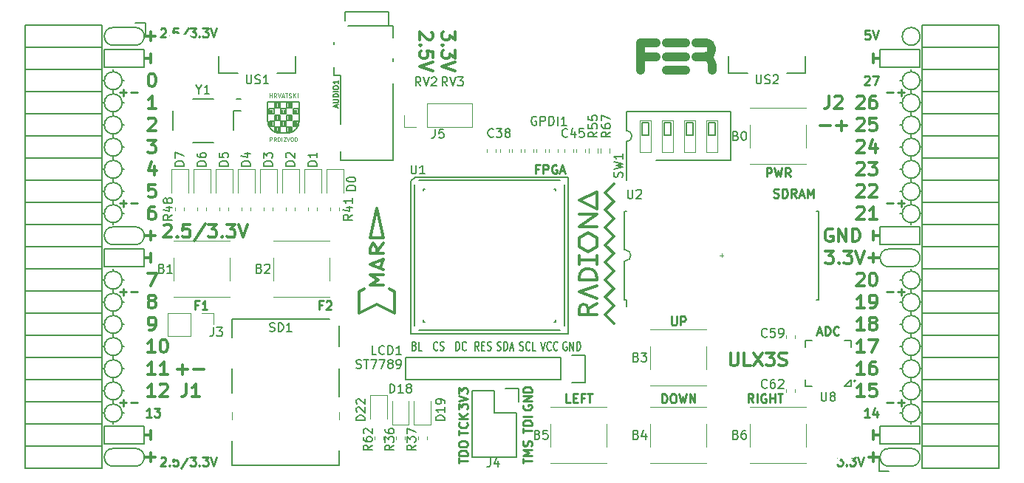
<source format=gto>
G04 #@! TF.GenerationSoftware,KiCad,Pcbnew,5.1.9+dfsg1-1*
G04 #@! TF.CreationDate,2021-02-28T06:03:31+01:00*
G04 #@! TF.ProjectId,ulx3s,756c7833-732e-46b6-9963-61645f706362,v3.1.1*
G04 #@! TF.SameCoordinates,Original*
G04 #@! TF.FileFunction,Legend,Top*
G04 #@! TF.FilePolarity,Positive*
%FSLAX46Y46*%
G04 Gerber Fmt 4.6, Leading zero omitted, Abs format (unit mm)*
G04 Created by KiCad (PCBNEW 5.1.9+dfsg1-1) date 2021-02-28 06:03:31*
%MOMM*%
%LPD*%
G01*
G04 APERTURE LIST*
%ADD10C,0.250000*%
%ADD11C,0.300000*%
%ADD12C,0.200000*%
%ADD13C,1.000000*%
%ADD14C,0.150000*%
%ADD15C,0.120000*%
%ADD16C,0.075000*%
%ADD17C,0.152400*%
%ADD18C,2.100000*%
%ADD19O,1.827200X2.132000*%
%ADD20C,0.500000*%
%ADD21O,0.227000X0.608000*%
%ADD22O,0.608000X0.227000*%
%ADD23O,0.660000X1.300000*%
%ADD24C,1.800000*%
%ADD25O,0.400000X1.050000*%
%ADD26O,1.050000X0.400000*%
%ADD27O,1.827200X1.827200*%
%ADD28C,5.600000*%
%ADD29O,1.800000X1.800000*%
G04 APERTURE END LIST*
D10*
X134969380Y-105438095D02*
X134969380Y-104819047D01*
X135350333Y-105152380D01*
X135350333Y-105009523D01*
X135397952Y-104914285D01*
X135445571Y-104866666D01*
X135540809Y-104819047D01*
X135778904Y-104819047D01*
X135874142Y-104866666D01*
X135921761Y-104914285D01*
X135969380Y-105009523D01*
X135969380Y-105295238D01*
X135921761Y-105390476D01*
X135874142Y-105438095D01*
X134969380Y-104533333D02*
X135969380Y-104200000D01*
X134969380Y-103866666D01*
X134969380Y-103628571D02*
X134969380Y-103009523D01*
X135350333Y-103342857D01*
X135350333Y-103200000D01*
X135397952Y-103104761D01*
X135445571Y-103057142D01*
X135540809Y-103009523D01*
X135778904Y-103009523D01*
X135874142Y-103057142D01*
X135921761Y-103104761D01*
X135969380Y-103200000D01*
X135969380Y-103485714D01*
X135921761Y-103580952D01*
X135874142Y-103628571D01*
X119307166Y-93497571D02*
X118973833Y-93497571D01*
X118973833Y-94021380D02*
X118973833Y-93021380D01*
X119450023Y-93021380D01*
X119783357Y-93116619D02*
X119830976Y-93069000D01*
X119926214Y-93021380D01*
X120164309Y-93021380D01*
X120259547Y-93069000D01*
X120307166Y-93116619D01*
X120354785Y-93211857D01*
X120354785Y-93307095D01*
X120307166Y-93449952D01*
X119735738Y-94021380D01*
X120354785Y-94021380D01*
X105084666Y-93497571D02*
X104751333Y-93497571D01*
X104751333Y-94021380D02*
X104751333Y-93021380D01*
X105227523Y-93021380D01*
X106132285Y-94021380D02*
X105560857Y-94021380D01*
X105846571Y-94021380D02*
X105846571Y-93021380D01*
X105751333Y-93164238D01*
X105656095Y-93259476D01*
X105560857Y-93307095D01*
X168712666Y-104671380D02*
X168379333Y-104195190D01*
X168141238Y-104671380D02*
X168141238Y-103671380D01*
X168522190Y-103671380D01*
X168617428Y-103719000D01*
X168665047Y-103766619D01*
X168712666Y-103861857D01*
X168712666Y-104004714D01*
X168665047Y-104099952D01*
X168617428Y-104147571D01*
X168522190Y-104195190D01*
X168141238Y-104195190D01*
X169141238Y-104671380D02*
X169141238Y-103671380D01*
X170141238Y-103719000D02*
X170046000Y-103671380D01*
X169903142Y-103671380D01*
X169760285Y-103719000D01*
X169665047Y-103814238D01*
X169617428Y-103909476D01*
X169569809Y-104099952D01*
X169569809Y-104242809D01*
X169617428Y-104433285D01*
X169665047Y-104528523D01*
X169760285Y-104623761D01*
X169903142Y-104671380D01*
X169998380Y-104671380D01*
X170141238Y-104623761D01*
X170188857Y-104576142D01*
X170188857Y-104242809D01*
X169998380Y-104242809D01*
X170617428Y-104671380D02*
X170617428Y-103671380D01*
X170617428Y-104147571D02*
X171188857Y-104147571D01*
X171188857Y-104671380D02*
X171188857Y-103671380D01*
X171522190Y-103671380D02*
X172093619Y-103671380D01*
X171807904Y-104671380D02*
X171807904Y-103671380D01*
X159354285Y-94799380D02*
X159354285Y-95608904D01*
X159401904Y-95704142D01*
X159449523Y-95751761D01*
X159544761Y-95799380D01*
X159735238Y-95799380D01*
X159830476Y-95751761D01*
X159878095Y-95704142D01*
X159925714Y-95608904D01*
X159925714Y-94799380D01*
X160401904Y-95799380D02*
X160401904Y-94799380D01*
X160782857Y-94799380D01*
X160878095Y-94847000D01*
X160925714Y-94894619D01*
X160973333Y-94989857D01*
X160973333Y-95132714D01*
X160925714Y-95227952D01*
X160878095Y-95275571D01*
X160782857Y-95323190D01*
X160401904Y-95323190D01*
X158259047Y-104689380D02*
X158259047Y-103689380D01*
X158497142Y-103689380D01*
X158640000Y-103737000D01*
X158735238Y-103832238D01*
X158782857Y-103927476D01*
X158830476Y-104117952D01*
X158830476Y-104260809D01*
X158782857Y-104451285D01*
X158735238Y-104546523D01*
X158640000Y-104641761D01*
X158497142Y-104689380D01*
X158259047Y-104689380D01*
X159449523Y-103689380D02*
X159640000Y-103689380D01*
X159735238Y-103737000D01*
X159830476Y-103832238D01*
X159878095Y-104022714D01*
X159878095Y-104356047D01*
X159830476Y-104546523D01*
X159735238Y-104641761D01*
X159640000Y-104689380D01*
X159449523Y-104689380D01*
X159354285Y-104641761D01*
X159259047Y-104546523D01*
X159211428Y-104356047D01*
X159211428Y-104022714D01*
X159259047Y-103832238D01*
X159354285Y-103737000D01*
X159449523Y-103689380D01*
X160211428Y-103689380D02*
X160449523Y-104689380D01*
X160640000Y-103975095D01*
X160830476Y-104689380D01*
X161068571Y-103689380D01*
X161449523Y-104689380D02*
X161449523Y-103689380D01*
X162020952Y-104689380D01*
X162020952Y-103689380D01*
X147757619Y-104689380D02*
X147281428Y-104689380D01*
X147281428Y-103689380D01*
X148090952Y-104165571D02*
X148424285Y-104165571D01*
X148567142Y-104689380D02*
X148090952Y-104689380D01*
X148090952Y-103689380D01*
X148567142Y-103689380D01*
X149329047Y-104165571D02*
X148995714Y-104165571D01*
X148995714Y-104689380D02*
X148995714Y-103689380D01*
X149471904Y-103689380D01*
X149710000Y-103689380D02*
X150281428Y-103689380D01*
X149995714Y-104689380D02*
X149995714Y-103689380D01*
X170251666Y-78781380D02*
X170251666Y-77781380D01*
X170632619Y-77781380D01*
X170727857Y-77829000D01*
X170775476Y-77876619D01*
X170823095Y-77971857D01*
X170823095Y-78114714D01*
X170775476Y-78209952D01*
X170727857Y-78257571D01*
X170632619Y-78305190D01*
X170251666Y-78305190D01*
X171156428Y-77781380D02*
X171394523Y-78781380D01*
X171585000Y-78067095D01*
X171775476Y-78781380D01*
X172013571Y-77781380D01*
X172965952Y-78781380D02*
X172632619Y-78305190D01*
X172394523Y-78781380D02*
X172394523Y-77781380D01*
X172775476Y-77781380D01*
X172870714Y-77829000D01*
X172918333Y-77876619D01*
X172965952Y-77971857D01*
X172965952Y-78114714D01*
X172918333Y-78209952D01*
X172870714Y-78257571D01*
X172775476Y-78305190D01*
X172394523Y-78305190D01*
D11*
X134560428Y-62144714D02*
X134560428Y-63073285D01*
X133989000Y-62573285D01*
X133989000Y-62787571D01*
X133917571Y-62930428D01*
X133846142Y-63001857D01*
X133703285Y-63073285D01*
X133346142Y-63073285D01*
X133203285Y-63001857D01*
X133131857Y-62930428D01*
X133060428Y-62787571D01*
X133060428Y-62359000D01*
X133131857Y-62216142D01*
X133203285Y-62144714D01*
X133203285Y-63716142D02*
X133131857Y-63787571D01*
X133060428Y-63716142D01*
X133131857Y-63644714D01*
X133203285Y-63716142D01*
X133060428Y-63716142D01*
X134560428Y-64287571D02*
X134560428Y-65216142D01*
X133989000Y-64716142D01*
X133989000Y-64930428D01*
X133917571Y-65073285D01*
X133846142Y-65144714D01*
X133703285Y-65216142D01*
X133346142Y-65216142D01*
X133203285Y-65144714D01*
X133131857Y-65073285D01*
X133060428Y-64930428D01*
X133060428Y-64501857D01*
X133131857Y-64359000D01*
X133203285Y-64287571D01*
X134560428Y-65644714D02*
X133060428Y-66144714D01*
X134560428Y-66644714D01*
X131877571Y-62216142D02*
X131949000Y-62287571D01*
X132020428Y-62430428D01*
X132020428Y-62787571D01*
X131949000Y-62930428D01*
X131877571Y-63001857D01*
X131734714Y-63073285D01*
X131591857Y-63073285D01*
X131377571Y-63001857D01*
X130520428Y-62144714D01*
X130520428Y-63073285D01*
X130663285Y-63716142D02*
X130591857Y-63787571D01*
X130520428Y-63716142D01*
X130591857Y-63644714D01*
X130663285Y-63716142D01*
X130520428Y-63716142D01*
X132020428Y-65144714D02*
X132020428Y-64430428D01*
X131306142Y-64359000D01*
X131377571Y-64430428D01*
X131449000Y-64573285D01*
X131449000Y-64930428D01*
X131377571Y-65073285D01*
X131306142Y-65144714D01*
X131163285Y-65216142D01*
X130806142Y-65216142D01*
X130663285Y-65144714D01*
X130591857Y-65073285D01*
X130520428Y-64930428D01*
X130520428Y-64573285D01*
X130591857Y-64430428D01*
X130663285Y-64359000D01*
X132020428Y-65644714D02*
X130520428Y-66144714D01*
X132020428Y-66644714D01*
X102760000Y-100897142D02*
X103902857Y-100897142D01*
X103331428Y-101468571D02*
X103331428Y-100325714D01*
X104617142Y-100897142D02*
X105760000Y-100897142D01*
X182492000Y-87582000D02*
X182492000Y-88598000D01*
X181984000Y-88090000D02*
X183254000Y-88090000D01*
X182492000Y-110442000D02*
X182492000Y-111458000D01*
X183254000Y-110950000D02*
X181984000Y-110950000D01*
X99688000Y-110442000D02*
X99688000Y-111458000D01*
X98926000Y-110950000D02*
X100196000Y-110950000D01*
X99688000Y-62182000D02*
X99688000Y-63198000D01*
X98926000Y-62690000D02*
X100196000Y-62690000D01*
X99688000Y-85042000D02*
X99688000Y-86058000D01*
X98926000Y-85550000D02*
X100196000Y-85550000D01*
D12*
X97910000Y-63706000D02*
G75*
G03*
X97910000Y-61674000I0J1016000D01*
G01*
X184270000Y-109934000D02*
G75*
G03*
X184270000Y-111966000I0J-1016000D01*
G01*
X95370000Y-111966000D02*
X97910000Y-111966000D01*
X95370000Y-109934000D02*
X97910000Y-109934000D01*
X97910000Y-111966000D02*
G75*
G03*
X97910000Y-109934000I0J1016000D01*
G01*
X95370000Y-109934000D02*
G75*
G03*
X95370000Y-111966000I0J-1016000D01*
G01*
X95370000Y-61674000D02*
X97910000Y-61674000D01*
X95370000Y-63706000D02*
X97910000Y-63706000D01*
X95370000Y-61674000D02*
G75*
G03*
X95370000Y-63706000I0J-1016000D01*
G01*
X95370000Y-84534000D02*
X97910000Y-84534000D01*
X95370000Y-86566000D02*
X97910000Y-86566000D01*
X95370000Y-84534000D02*
G75*
G03*
X95370000Y-86566000I0J-1016000D01*
G01*
X97910000Y-86566000D02*
G75*
G03*
X97910000Y-84534000I0J1016000D01*
G01*
X187826000Y-62690000D02*
G75*
G03*
X187826000Y-62690000I-1016000J0D01*
G01*
X184270000Y-89106000D02*
X186810000Y-89106000D01*
X184270000Y-87074000D02*
X186810000Y-87074000D01*
X184270000Y-87074000D02*
G75*
G03*
X184270000Y-89106000I0J-1016000D01*
G01*
X186810000Y-89106000D02*
G75*
G03*
X186810000Y-87074000I0J1016000D01*
G01*
X186810000Y-111966000D02*
X184270000Y-111966000D01*
X186810000Y-109934000D02*
X184270000Y-109934000D01*
X186810000Y-111966000D02*
G75*
G03*
X186810000Y-109934000I0J1016000D01*
G01*
X94354000Y-66246000D02*
X94354000Y-64214000D01*
X98926000Y-66246000D02*
X94354000Y-66246000D01*
X98926000Y-64214000D02*
X98926000Y-66246000D01*
X94354000Y-64214000D02*
X98926000Y-64214000D01*
X94354000Y-87074000D02*
X98926000Y-87074000D01*
X94354000Y-89106000D02*
X94354000Y-87074000D01*
X98926000Y-89106000D02*
X94354000Y-89106000D01*
X98926000Y-87074000D02*
X98926000Y-89106000D01*
X94354000Y-109426000D02*
X98926000Y-109426000D01*
X94354000Y-107394000D02*
X94354000Y-109426000D01*
X98926000Y-107394000D02*
X94354000Y-107394000D01*
X98926000Y-109426000D02*
X98926000Y-107394000D01*
X183254000Y-109426000D02*
X187826000Y-109426000D01*
X183254000Y-107394000D02*
X183254000Y-109426000D01*
X187826000Y-107394000D02*
X187826000Y-109426000D01*
X183254000Y-107394000D02*
X187826000Y-107394000D01*
X183254000Y-66246000D02*
X187826000Y-66246000D01*
X183254000Y-64214000D02*
X183254000Y-66246000D01*
X187826000Y-64214000D02*
X183254000Y-64214000D01*
X187826000Y-66246000D02*
X187826000Y-64214000D01*
X183254000Y-84534000D02*
X187826000Y-84534000D01*
X183254000Y-86566000D02*
X183254000Y-84534000D01*
X187826000Y-86566000D02*
X183254000Y-86566000D01*
X187826000Y-84534000D02*
X187826000Y-86566000D01*
D10*
X96148000Y-69111428D02*
X96909904Y-69111428D01*
X96528952Y-69492380D02*
X96528952Y-68730476D01*
X97386095Y-69111428D02*
X98148000Y-69111428D01*
X96148000Y-81811428D02*
X96909904Y-81811428D01*
X96528952Y-82192380D02*
X96528952Y-81430476D01*
X97386095Y-81811428D02*
X98148000Y-81811428D01*
X96148000Y-91971428D02*
X96909904Y-91971428D01*
X96528952Y-92352380D02*
X96528952Y-91590476D01*
X97386095Y-91971428D02*
X98148000Y-91971428D01*
X96148000Y-104671428D02*
X96909904Y-104671428D01*
X96528952Y-105052380D02*
X96528952Y-104290476D01*
X97386095Y-104671428D02*
X98148000Y-104671428D01*
X184032000Y-104671428D02*
X184793904Y-104671428D01*
X185270095Y-104671428D02*
X186032000Y-104671428D01*
X185651047Y-105052380D02*
X185651047Y-104290476D01*
X184032000Y-91971428D02*
X184793904Y-91971428D01*
X185270095Y-91971428D02*
X186032000Y-91971428D01*
X185651047Y-92352380D02*
X185651047Y-91590476D01*
X184032000Y-81811428D02*
X184793904Y-81811428D01*
X185270095Y-81811428D02*
X186032000Y-81811428D01*
X185651047Y-82192380D02*
X185651047Y-81430476D01*
X184032000Y-69111428D02*
X184793904Y-69111428D01*
X185270095Y-69111428D02*
X186032000Y-69111428D01*
X185651047Y-69492380D02*
X185651047Y-68730476D01*
D11*
X176420000Y-72957142D02*
X177562857Y-72957142D01*
X178277142Y-72957142D02*
X179420000Y-72957142D01*
X178848571Y-73528571D02*
X178848571Y-72385714D01*
D12*
X187826000Y-67770000D02*
G75*
G03*
X187826000Y-67770000I-1016000J0D01*
G01*
X187826000Y-70310000D02*
G75*
G03*
X187826000Y-70310000I-1016000J0D01*
G01*
X187826000Y-72850000D02*
G75*
G03*
X187826000Y-72850000I-1016000J0D01*
G01*
X187826000Y-75390000D02*
G75*
G03*
X187826000Y-75390000I-1016000J0D01*
G01*
X187826000Y-77930000D02*
G75*
G03*
X187826000Y-77930000I-1016000J0D01*
G01*
X187826000Y-80470000D02*
G75*
G03*
X187826000Y-80470000I-1016000J0D01*
G01*
X187826000Y-83010000D02*
G75*
G03*
X187826000Y-83010000I-1016000J0D01*
G01*
X187826000Y-90630000D02*
G75*
G03*
X187826000Y-90630000I-1016000J0D01*
G01*
X187826000Y-93170000D02*
G75*
G03*
X187826000Y-93170000I-1016000J0D01*
G01*
X187826000Y-95710000D02*
G75*
G03*
X187826000Y-95710000I-1016000J0D01*
G01*
X187826000Y-98250000D02*
G75*
G03*
X187826000Y-98250000I-1016000J0D01*
G01*
X187826000Y-100790000D02*
G75*
G03*
X187826000Y-100790000I-1016000J0D01*
G01*
X187826000Y-103330000D02*
G75*
G03*
X187826000Y-103330000I-1016000J0D01*
G01*
X187826000Y-105870000D02*
G75*
G03*
X187826000Y-105870000I-1016000J0D01*
G01*
X96386000Y-105870000D02*
G75*
G03*
X96386000Y-105870000I-1016000J0D01*
G01*
X96386000Y-103330000D02*
G75*
G03*
X96386000Y-103330000I-1016000J0D01*
G01*
X96386000Y-100790000D02*
G75*
G03*
X96386000Y-100790000I-1016000J0D01*
G01*
X96386000Y-98250000D02*
G75*
G03*
X96386000Y-98250000I-1016000J0D01*
G01*
X96386000Y-95710000D02*
G75*
G03*
X96386000Y-95710000I-1016000J0D01*
G01*
X96386000Y-93170000D02*
G75*
G03*
X96386000Y-93170000I-1016000J0D01*
G01*
X96386000Y-90630000D02*
G75*
G03*
X96386000Y-90630000I-1016000J0D01*
G01*
X96386000Y-83010000D02*
G75*
G03*
X96386000Y-83010000I-1016000J0D01*
G01*
X96386000Y-80470000D02*
G75*
G03*
X96386000Y-80470000I-1016000J0D01*
G01*
X96386000Y-77930000D02*
G75*
G03*
X96386000Y-77930000I-1016000J0D01*
G01*
X96386000Y-75390000D02*
G75*
G03*
X96386000Y-75390000I-1016000J0D01*
G01*
X96386000Y-72850000D02*
G75*
G03*
X96386000Y-72850000I-1016000J0D01*
G01*
X96386000Y-70310000D02*
G75*
G03*
X96386000Y-70310000I-1016000J0D01*
G01*
X96386000Y-67770000D02*
G75*
G03*
X96386000Y-67770000I-1016000J0D01*
G01*
D11*
X177793142Y-84800000D02*
X177650285Y-84728571D01*
X177436000Y-84728571D01*
X177221714Y-84800000D01*
X177078857Y-84942857D01*
X177007428Y-85085714D01*
X176936000Y-85371428D01*
X176936000Y-85585714D01*
X177007428Y-85871428D01*
X177078857Y-86014285D01*
X177221714Y-86157142D01*
X177436000Y-86228571D01*
X177578857Y-86228571D01*
X177793142Y-86157142D01*
X177864571Y-86085714D01*
X177864571Y-85585714D01*
X177578857Y-85585714D01*
X178507428Y-86228571D02*
X178507428Y-84728571D01*
X179364571Y-86228571D01*
X179364571Y-84728571D01*
X180078857Y-86228571D02*
X180078857Y-84728571D01*
X180436000Y-84728571D01*
X180650285Y-84800000D01*
X180793142Y-84942857D01*
X180864571Y-85085714D01*
X180936000Y-85371428D01*
X180936000Y-85585714D01*
X180864571Y-85871428D01*
X180793142Y-86014285D01*
X180650285Y-86157142D01*
X180436000Y-86228571D01*
X180078857Y-86228571D01*
X182492000Y-86058000D02*
X182492000Y-85042000D01*
X183254000Y-85550000D02*
X182492000Y-85550000D01*
X182492000Y-107902000D02*
X182492000Y-108918000D01*
X182492000Y-108410000D02*
X183254000Y-108410000D01*
D10*
X182047523Y-106322380D02*
X181476095Y-106322380D01*
X181761809Y-106322380D02*
X181761809Y-105322380D01*
X181666571Y-105465238D01*
X181571333Y-105560476D01*
X181476095Y-105608095D01*
X182904666Y-105655714D02*
X182904666Y-106322380D01*
X182666571Y-105274761D02*
X182428476Y-105989047D01*
X183047523Y-105989047D01*
X181476095Y-67317619D02*
X181523714Y-67270000D01*
X181618952Y-67222380D01*
X181857047Y-67222380D01*
X181952285Y-67270000D01*
X181999904Y-67317619D01*
X182047523Y-67412857D01*
X182047523Y-67508095D01*
X181999904Y-67650952D01*
X181428476Y-68222380D01*
X182047523Y-68222380D01*
X182380857Y-67222380D02*
X183047523Y-67222380D01*
X182618952Y-68222380D01*
D11*
X182492000Y-64722000D02*
X182492000Y-65738000D01*
X182492000Y-65230000D02*
X183254000Y-65230000D01*
X99688000Y-107902000D02*
X99688000Y-108918000D01*
X98926000Y-108410000D02*
X99688000Y-108410000D01*
X99315000Y-74568571D02*
X100243571Y-74568571D01*
X99743571Y-75140000D01*
X99957857Y-75140000D01*
X100100714Y-75211428D01*
X100172142Y-75282857D01*
X100243571Y-75425714D01*
X100243571Y-75782857D01*
X100172142Y-75925714D01*
X100100714Y-75997142D01*
X99957857Y-76068571D01*
X99529285Y-76068571D01*
X99386428Y-75997142D01*
X99315000Y-75925714D01*
X100100714Y-77608571D02*
X100100714Y-78608571D01*
X99743571Y-77037142D02*
X99386428Y-78108571D01*
X100315000Y-78108571D01*
X100172142Y-79648571D02*
X99457857Y-79648571D01*
X99386428Y-80362857D01*
X99457857Y-80291428D01*
X99600714Y-80220000D01*
X99957857Y-80220000D01*
X100100714Y-80291428D01*
X100172142Y-80362857D01*
X100243571Y-80505714D01*
X100243571Y-80862857D01*
X100172142Y-81005714D01*
X100100714Y-81077142D01*
X99957857Y-81148571D01*
X99600714Y-81148571D01*
X99457857Y-81077142D01*
X99386428Y-81005714D01*
D10*
X99751523Y-106322380D02*
X99180095Y-106322380D01*
X99465809Y-106322380D02*
X99465809Y-105322380D01*
X99370571Y-105465238D01*
X99275333Y-105560476D01*
X99180095Y-105608095D01*
X100084857Y-105322380D02*
X100703904Y-105322380D01*
X100370571Y-105703333D01*
X100513428Y-105703333D01*
X100608666Y-105750952D01*
X100656285Y-105798571D01*
X100703904Y-105893809D01*
X100703904Y-106131904D01*
X100656285Y-106227142D01*
X100608666Y-106274761D01*
X100513428Y-106322380D01*
X100227714Y-106322380D01*
X100132476Y-106274761D01*
X100084857Y-106227142D01*
D11*
X99315000Y-89808571D02*
X100315000Y-89808571D01*
X99672142Y-91308571D01*
X99688000Y-87582000D02*
X99688000Y-88598000D01*
X98926000Y-88090000D02*
X99688000Y-88090000D01*
X99688000Y-64722000D02*
X99688000Y-65738000D01*
X98926000Y-65230000D02*
X99688000Y-65230000D01*
D10*
X100817976Y-61874619D02*
X100865595Y-61827000D01*
X100960833Y-61779380D01*
X101198928Y-61779380D01*
X101294166Y-61827000D01*
X101341785Y-61874619D01*
X101389404Y-61969857D01*
X101389404Y-62065095D01*
X101341785Y-62207952D01*
X100770357Y-62779380D01*
X101389404Y-62779380D01*
X101817976Y-62684142D02*
X101865595Y-62731761D01*
X101817976Y-62779380D01*
X101770357Y-62731761D01*
X101817976Y-62684142D01*
X101817976Y-62779380D01*
X102770357Y-61779380D02*
X102294166Y-61779380D01*
X102246547Y-62255571D01*
X102294166Y-62207952D01*
X102389404Y-62160333D01*
X102627500Y-62160333D01*
X102722738Y-62207952D01*
X102770357Y-62255571D01*
X102817976Y-62350809D01*
X102817976Y-62588904D01*
X102770357Y-62684142D01*
X102722738Y-62731761D01*
X102627500Y-62779380D01*
X102389404Y-62779380D01*
X102294166Y-62731761D01*
X102246547Y-62684142D01*
X103960833Y-61731761D02*
X103103690Y-63017476D01*
X104198928Y-61779380D02*
X104817976Y-61779380D01*
X104484642Y-62160333D01*
X104627500Y-62160333D01*
X104722738Y-62207952D01*
X104770357Y-62255571D01*
X104817976Y-62350809D01*
X104817976Y-62588904D01*
X104770357Y-62684142D01*
X104722738Y-62731761D01*
X104627500Y-62779380D01*
X104341785Y-62779380D01*
X104246547Y-62731761D01*
X104198928Y-62684142D01*
X105246547Y-62684142D02*
X105294166Y-62731761D01*
X105246547Y-62779380D01*
X105198928Y-62731761D01*
X105246547Y-62684142D01*
X105246547Y-62779380D01*
X105627500Y-61779380D02*
X106246547Y-61779380D01*
X105913214Y-62160333D01*
X106056071Y-62160333D01*
X106151309Y-62207952D01*
X106198928Y-62255571D01*
X106246547Y-62350809D01*
X106246547Y-62588904D01*
X106198928Y-62684142D01*
X106151309Y-62731761D01*
X106056071Y-62779380D01*
X105770357Y-62779380D01*
X105675119Y-62731761D01*
X105627500Y-62684142D01*
X106532261Y-61779380D02*
X106865595Y-62779380D01*
X107198928Y-61779380D01*
X178360261Y-110910380D02*
X178979309Y-110910380D01*
X178645976Y-111291333D01*
X178788833Y-111291333D01*
X178884071Y-111338952D01*
X178931690Y-111386571D01*
X178979309Y-111481809D01*
X178979309Y-111719904D01*
X178931690Y-111815142D01*
X178884071Y-111862761D01*
X178788833Y-111910380D01*
X178503119Y-111910380D01*
X178407880Y-111862761D01*
X178360261Y-111815142D01*
X179407880Y-111815142D02*
X179455500Y-111862761D01*
X179407880Y-111910380D01*
X179360261Y-111862761D01*
X179407880Y-111815142D01*
X179407880Y-111910380D01*
X179788833Y-110910380D02*
X180407880Y-110910380D01*
X180074547Y-111291333D01*
X180217404Y-111291333D01*
X180312642Y-111338952D01*
X180360261Y-111386571D01*
X180407880Y-111481809D01*
X180407880Y-111719904D01*
X180360261Y-111815142D01*
X180312642Y-111862761D01*
X180217404Y-111910380D01*
X179931690Y-111910380D01*
X179836452Y-111862761D01*
X179788833Y-111815142D01*
X180693595Y-110910380D02*
X181026928Y-111910380D01*
X181360261Y-110910380D01*
D11*
X101199714Y-84381428D02*
X101271142Y-84310000D01*
X101414000Y-84238571D01*
X101771142Y-84238571D01*
X101914000Y-84310000D01*
X101985428Y-84381428D01*
X102056857Y-84524285D01*
X102056857Y-84667142D01*
X101985428Y-84881428D01*
X101128285Y-85738571D01*
X102056857Y-85738571D01*
X102699714Y-85595714D02*
X102771142Y-85667142D01*
X102699714Y-85738571D01*
X102628285Y-85667142D01*
X102699714Y-85595714D01*
X102699714Y-85738571D01*
X104128285Y-84238571D02*
X103414000Y-84238571D01*
X103342571Y-84952857D01*
X103414000Y-84881428D01*
X103556857Y-84810000D01*
X103914000Y-84810000D01*
X104056857Y-84881428D01*
X104128285Y-84952857D01*
X104199714Y-85095714D01*
X104199714Y-85452857D01*
X104128285Y-85595714D01*
X104056857Y-85667142D01*
X103914000Y-85738571D01*
X103556857Y-85738571D01*
X103414000Y-85667142D01*
X103342571Y-85595714D01*
X105914000Y-84167142D02*
X104628285Y-86095714D01*
X106271142Y-84238571D02*
X107199714Y-84238571D01*
X106699714Y-84810000D01*
X106914000Y-84810000D01*
X107056857Y-84881428D01*
X107128285Y-84952857D01*
X107199714Y-85095714D01*
X107199714Y-85452857D01*
X107128285Y-85595714D01*
X107056857Y-85667142D01*
X106914000Y-85738571D01*
X106485428Y-85738571D01*
X106342571Y-85667142D01*
X106271142Y-85595714D01*
X107842571Y-85595714D02*
X107914000Y-85667142D01*
X107842571Y-85738571D01*
X107771142Y-85667142D01*
X107842571Y-85595714D01*
X107842571Y-85738571D01*
X108414000Y-84238571D02*
X109342571Y-84238571D01*
X108842571Y-84810000D01*
X109056857Y-84810000D01*
X109199714Y-84881428D01*
X109271142Y-84952857D01*
X109342571Y-85095714D01*
X109342571Y-85452857D01*
X109271142Y-85595714D01*
X109199714Y-85667142D01*
X109056857Y-85738571D01*
X108628285Y-85738571D01*
X108485428Y-85667142D01*
X108414000Y-85595714D01*
X109771142Y-84238571D02*
X110271142Y-85738571D01*
X110771142Y-84238571D01*
D10*
X100817976Y-111023619D02*
X100865595Y-110976000D01*
X100960833Y-110928380D01*
X101198928Y-110928380D01*
X101294166Y-110976000D01*
X101341785Y-111023619D01*
X101389404Y-111118857D01*
X101389404Y-111214095D01*
X101341785Y-111356952D01*
X100770357Y-111928380D01*
X101389404Y-111928380D01*
X101817976Y-111833142D02*
X101865595Y-111880761D01*
X101817976Y-111928380D01*
X101770357Y-111880761D01*
X101817976Y-111833142D01*
X101817976Y-111928380D01*
X102770357Y-110928380D02*
X102294166Y-110928380D01*
X102246547Y-111404571D01*
X102294166Y-111356952D01*
X102389404Y-111309333D01*
X102627500Y-111309333D01*
X102722738Y-111356952D01*
X102770357Y-111404571D01*
X102817976Y-111499809D01*
X102817976Y-111737904D01*
X102770357Y-111833142D01*
X102722738Y-111880761D01*
X102627500Y-111928380D01*
X102389404Y-111928380D01*
X102294166Y-111880761D01*
X102246547Y-111833142D01*
X103960833Y-110880761D02*
X103103690Y-112166476D01*
X104198928Y-110928380D02*
X104817976Y-110928380D01*
X104484642Y-111309333D01*
X104627500Y-111309333D01*
X104722738Y-111356952D01*
X104770357Y-111404571D01*
X104817976Y-111499809D01*
X104817976Y-111737904D01*
X104770357Y-111833142D01*
X104722738Y-111880761D01*
X104627500Y-111928380D01*
X104341785Y-111928380D01*
X104246547Y-111880761D01*
X104198928Y-111833142D01*
X105246547Y-111833142D02*
X105294166Y-111880761D01*
X105246547Y-111928380D01*
X105198928Y-111880761D01*
X105246547Y-111833142D01*
X105246547Y-111928380D01*
X105627500Y-110928380D02*
X106246547Y-110928380D01*
X105913214Y-111309333D01*
X106056071Y-111309333D01*
X106151309Y-111356952D01*
X106198928Y-111404571D01*
X106246547Y-111499809D01*
X106246547Y-111737904D01*
X106198928Y-111833142D01*
X106151309Y-111880761D01*
X106056071Y-111928380D01*
X105770357Y-111928380D01*
X105675119Y-111880761D01*
X105627500Y-111833142D01*
X106532261Y-110928380D02*
X106865595Y-111928380D01*
X107198928Y-110928380D01*
X182047523Y-62015380D02*
X181571333Y-62015380D01*
X181523714Y-62491571D01*
X181571333Y-62443952D01*
X181666571Y-62396333D01*
X181904666Y-62396333D01*
X181999904Y-62443952D01*
X182047523Y-62491571D01*
X182095142Y-62586809D01*
X182095142Y-62824904D01*
X182047523Y-62920142D01*
X181999904Y-62967761D01*
X181904666Y-63015380D01*
X181666571Y-63015380D01*
X181571333Y-62967761D01*
X181523714Y-62920142D01*
X182380857Y-62015380D02*
X182714190Y-63015380D01*
X183047523Y-62015380D01*
D11*
X180587142Y-69631428D02*
X180658571Y-69560000D01*
X180801428Y-69488571D01*
X181158571Y-69488571D01*
X181301428Y-69560000D01*
X181372857Y-69631428D01*
X181444285Y-69774285D01*
X181444285Y-69917142D01*
X181372857Y-70131428D01*
X180515714Y-70988571D01*
X181444285Y-70988571D01*
X182730000Y-69488571D02*
X182444285Y-69488571D01*
X182301428Y-69560000D01*
X182230000Y-69631428D01*
X182087142Y-69845714D01*
X182015714Y-70131428D01*
X182015714Y-70702857D01*
X182087142Y-70845714D01*
X182158571Y-70917142D01*
X182301428Y-70988571D01*
X182587142Y-70988571D01*
X182730000Y-70917142D01*
X182801428Y-70845714D01*
X182872857Y-70702857D01*
X182872857Y-70345714D01*
X182801428Y-70202857D01*
X182730000Y-70131428D01*
X182587142Y-70060000D01*
X182301428Y-70060000D01*
X182158571Y-70131428D01*
X182087142Y-70202857D01*
X182015714Y-70345714D01*
X180587142Y-72171428D02*
X180658571Y-72100000D01*
X180801428Y-72028571D01*
X181158571Y-72028571D01*
X181301428Y-72100000D01*
X181372857Y-72171428D01*
X181444285Y-72314285D01*
X181444285Y-72457142D01*
X181372857Y-72671428D01*
X180515714Y-73528571D01*
X181444285Y-73528571D01*
X182801428Y-72028571D02*
X182087142Y-72028571D01*
X182015714Y-72742857D01*
X182087142Y-72671428D01*
X182230000Y-72600000D01*
X182587142Y-72600000D01*
X182730000Y-72671428D01*
X182801428Y-72742857D01*
X182872857Y-72885714D01*
X182872857Y-73242857D01*
X182801428Y-73385714D01*
X182730000Y-73457142D01*
X182587142Y-73528571D01*
X182230000Y-73528571D01*
X182087142Y-73457142D01*
X182015714Y-73385714D01*
X180587142Y-74711428D02*
X180658571Y-74640000D01*
X180801428Y-74568571D01*
X181158571Y-74568571D01*
X181301428Y-74640000D01*
X181372857Y-74711428D01*
X181444285Y-74854285D01*
X181444285Y-74997142D01*
X181372857Y-75211428D01*
X180515714Y-76068571D01*
X181444285Y-76068571D01*
X182730000Y-75068571D02*
X182730000Y-76068571D01*
X182372857Y-74497142D02*
X182015714Y-75568571D01*
X182944285Y-75568571D01*
X180587142Y-77251428D02*
X180658571Y-77180000D01*
X180801428Y-77108571D01*
X181158571Y-77108571D01*
X181301428Y-77180000D01*
X181372857Y-77251428D01*
X181444285Y-77394285D01*
X181444285Y-77537142D01*
X181372857Y-77751428D01*
X180515714Y-78608571D01*
X181444285Y-78608571D01*
X181944285Y-77108571D02*
X182872857Y-77108571D01*
X182372857Y-77680000D01*
X182587142Y-77680000D01*
X182730000Y-77751428D01*
X182801428Y-77822857D01*
X182872857Y-77965714D01*
X182872857Y-78322857D01*
X182801428Y-78465714D01*
X182730000Y-78537142D01*
X182587142Y-78608571D01*
X182158571Y-78608571D01*
X182015714Y-78537142D01*
X181944285Y-78465714D01*
X180587142Y-79791428D02*
X180658571Y-79720000D01*
X180801428Y-79648571D01*
X181158571Y-79648571D01*
X181301428Y-79720000D01*
X181372857Y-79791428D01*
X181444285Y-79934285D01*
X181444285Y-80077142D01*
X181372857Y-80291428D01*
X180515714Y-81148571D01*
X181444285Y-81148571D01*
X182015714Y-79791428D02*
X182087142Y-79720000D01*
X182230000Y-79648571D01*
X182587142Y-79648571D01*
X182730000Y-79720000D01*
X182801428Y-79791428D01*
X182872857Y-79934285D01*
X182872857Y-80077142D01*
X182801428Y-80291428D01*
X181944285Y-81148571D01*
X182872857Y-81148571D01*
X180587142Y-82331428D02*
X180658571Y-82260000D01*
X180801428Y-82188571D01*
X181158571Y-82188571D01*
X181301428Y-82260000D01*
X181372857Y-82331428D01*
X181444285Y-82474285D01*
X181444285Y-82617142D01*
X181372857Y-82831428D01*
X180515714Y-83688571D01*
X181444285Y-83688571D01*
X182872857Y-83688571D02*
X182015714Y-83688571D01*
X182444285Y-83688571D02*
X182444285Y-82188571D01*
X182301428Y-82402857D01*
X182158571Y-82545714D01*
X182015714Y-82617142D01*
X176975714Y-87268571D02*
X177904285Y-87268571D01*
X177404285Y-87840000D01*
X177618571Y-87840000D01*
X177761428Y-87911428D01*
X177832857Y-87982857D01*
X177904285Y-88125714D01*
X177904285Y-88482857D01*
X177832857Y-88625714D01*
X177761428Y-88697142D01*
X177618571Y-88768571D01*
X177190000Y-88768571D01*
X177047142Y-88697142D01*
X176975714Y-88625714D01*
X178547142Y-88625714D02*
X178618571Y-88697142D01*
X178547142Y-88768571D01*
X178475714Y-88697142D01*
X178547142Y-88625714D01*
X178547142Y-88768571D01*
X179118571Y-87268571D02*
X180047142Y-87268571D01*
X179547142Y-87840000D01*
X179761428Y-87840000D01*
X179904285Y-87911428D01*
X179975714Y-87982857D01*
X180047142Y-88125714D01*
X180047142Y-88482857D01*
X179975714Y-88625714D01*
X179904285Y-88697142D01*
X179761428Y-88768571D01*
X179332857Y-88768571D01*
X179190000Y-88697142D01*
X179118571Y-88625714D01*
X180475714Y-87268571D02*
X180975714Y-88768571D01*
X181475714Y-87268571D01*
X180587142Y-89951428D02*
X180658571Y-89880000D01*
X180801428Y-89808571D01*
X181158571Y-89808571D01*
X181301428Y-89880000D01*
X181372857Y-89951428D01*
X181444285Y-90094285D01*
X181444285Y-90237142D01*
X181372857Y-90451428D01*
X180515714Y-91308571D01*
X181444285Y-91308571D01*
X182372857Y-89808571D02*
X182515714Y-89808571D01*
X182658571Y-89880000D01*
X182730000Y-89951428D01*
X182801428Y-90094285D01*
X182872857Y-90380000D01*
X182872857Y-90737142D01*
X182801428Y-91022857D01*
X182730000Y-91165714D01*
X182658571Y-91237142D01*
X182515714Y-91308571D01*
X182372857Y-91308571D01*
X182230000Y-91237142D01*
X182158571Y-91165714D01*
X182087142Y-91022857D01*
X182015714Y-90737142D01*
X182015714Y-90380000D01*
X182087142Y-90094285D01*
X182158571Y-89951428D01*
X182230000Y-89880000D01*
X182372857Y-89808571D01*
X181444285Y-93848571D02*
X180587142Y-93848571D01*
X181015714Y-93848571D02*
X181015714Y-92348571D01*
X180872857Y-92562857D01*
X180730000Y-92705714D01*
X180587142Y-92777142D01*
X182158571Y-93848571D02*
X182444285Y-93848571D01*
X182587142Y-93777142D01*
X182658571Y-93705714D01*
X182801428Y-93491428D01*
X182872857Y-93205714D01*
X182872857Y-92634285D01*
X182801428Y-92491428D01*
X182730000Y-92420000D01*
X182587142Y-92348571D01*
X182301428Y-92348571D01*
X182158571Y-92420000D01*
X182087142Y-92491428D01*
X182015714Y-92634285D01*
X182015714Y-92991428D01*
X182087142Y-93134285D01*
X182158571Y-93205714D01*
X182301428Y-93277142D01*
X182587142Y-93277142D01*
X182730000Y-93205714D01*
X182801428Y-93134285D01*
X182872857Y-92991428D01*
X181444285Y-96388571D02*
X180587142Y-96388571D01*
X181015714Y-96388571D02*
X181015714Y-94888571D01*
X180872857Y-95102857D01*
X180730000Y-95245714D01*
X180587142Y-95317142D01*
X182301428Y-95531428D02*
X182158571Y-95460000D01*
X182087142Y-95388571D01*
X182015714Y-95245714D01*
X182015714Y-95174285D01*
X182087142Y-95031428D01*
X182158571Y-94960000D01*
X182301428Y-94888571D01*
X182587142Y-94888571D01*
X182730000Y-94960000D01*
X182801428Y-95031428D01*
X182872857Y-95174285D01*
X182872857Y-95245714D01*
X182801428Y-95388571D01*
X182730000Y-95460000D01*
X182587142Y-95531428D01*
X182301428Y-95531428D01*
X182158571Y-95602857D01*
X182087142Y-95674285D01*
X182015714Y-95817142D01*
X182015714Y-96102857D01*
X182087142Y-96245714D01*
X182158571Y-96317142D01*
X182301428Y-96388571D01*
X182587142Y-96388571D01*
X182730000Y-96317142D01*
X182801428Y-96245714D01*
X182872857Y-96102857D01*
X182872857Y-95817142D01*
X182801428Y-95674285D01*
X182730000Y-95602857D01*
X182587142Y-95531428D01*
X181444285Y-98928571D02*
X180587142Y-98928571D01*
X181015714Y-98928571D02*
X181015714Y-97428571D01*
X180872857Y-97642857D01*
X180730000Y-97785714D01*
X180587142Y-97857142D01*
X181944285Y-97428571D02*
X182944285Y-97428571D01*
X182301428Y-98928571D01*
X181444285Y-101468571D02*
X180587142Y-101468571D01*
X181015714Y-101468571D02*
X181015714Y-99968571D01*
X180872857Y-100182857D01*
X180730000Y-100325714D01*
X180587142Y-100397142D01*
X182730000Y-99968571D02*
X182444285Y-99968571D01*
X182301428Y-100040000D01*
X182230000Y-100111428D01*
X182087142Y-100325714D01*
X182015714Y-100611428D01*
X182015714Y-101182857D01*
X182087142Y-101325714D01*
X182158571Y-101397142D01*
X182301428Y-101468571D01*
X182587142Y-101468571D01*
X182730000Y-101397142D01*
X182801428Y-101325714D01*
X182872857Y-101182857D01*
X182872857Y-100825714D01*
X182801428Y-100682857D01*
X182730000Y-100611428D01*
X182587142Y-100540000D01*
X182301428Y-100540000D01*
X182158571Y-100611428D01*
X182087142Y-100682857D01*
X182015714Y-100825714D01*
X181444285Y-104008571D02*
X180587142Y-104008571D01*
X181015714Y-104008571D02*
X181015714Y-102508571D01*
X180872857Y-102722857D01*
X180730000Y-102865714D01*
X180587142Y-102937142D01*
X182801428Y-102508571D02*
X182087142Y-102508571D01*
X182015714Y-103222857D01*
X182087142Y-103151428D01*
X182230000Y-103080000D01*
X182587142Y-103080000D01*
X182730000Y-103151428D01*
X182801428Y-103222857D01*
X182872857Y-103365714D01*
X182872857Y-103722857D01*
X182801428Y-103865714D01*
X182730000Y-103937142D01*
X182587142Y-104008571D01*
X182230000Y-104008571D01*
X182087142Y-103937142D01*
X182015714Y-103865714D01*
D12*
X186810000Y-66500000D02*
X186810000Y-66754000D01*
X187826000Y-67770000D02*
X188080000Y-67770000D01*
X185540000Y-67770000D02*
X185794000Y-67770000D01*
X186810000Y-69294000D02*
X186810000Y-68786000D01*
X187826000Y-70310000D02*
X188080000Y-70310000D01*
X185540000Y-70310000D02*
X185794000Y-70310000D01*
X186810000Y-71326000D02*
X186810000Y-71834000D01*
X187826000Y-72850000D02*
X188080000Y-72850000D01*
X185540000Y-72850000D02*
X185794000Y-72850000D01*
X186810000Y-73866000D02*
X186810000Y-74374000D01*
X187826000Y-75390000D02*
X188080000Y-75390000D01*
X185540000Y-75390000D02*
X185794000Y-75390000D01*
X186810000Y-76406000D02*
X186810000Y-76914000D01*
X187826000Y-77930000D02*
X188080000Y-77930000D01*
X185540000Y-77930000D02*
X185794000Y-77930000D01*
X186810000Y-79454000D02*
X186810000Y-78946000D01*
X187826000Y-80470000D02*
X188080000Y-80470000D01*
X185540000Y-80470000D02*
X185794000Y-80470000D01*
X186810000Y-81994000D02*
X186810000Y-81486000D01*
X187826000Y-83010000D02*
X188080000Y-83010000D01*
X185540000Y-83010000D02*
X185794000Y-83010000D01*
X186810000Y-84026000D02*
X186810000Y-84280000D01*
X186810000Y-89360000D02*
X186810000Y-89614000D01*
X187826000Y-90630000D02*
X188080000Y-90630000D01*
X185540000Y-90630000D02*
X185794000Y-90630000D01*
X186810000Y-91646000D02*
X186810000Y-92154000D01*
X187826000Y-93170000D02*
X188080000Y-93170000D01*
X185540000Y-93170000D02*
X185794000Y-93170000D01*
X186810000Y-94186000D02*
X186810000Y-94694000D01*
X187826000Y-95710000D02*
X188080000Y-95710000D01*
X185540000Y-95710000D02*
X185794000Y-95710000D01*
X186810000Y-97234000D02*
X186810000Y-96726000D01*
X187826000Y-98250000D02*
X188080000Y-98250000D01*
X185540000Y-98250000D02*
X185794000Y-98250000D01*
X187826000Y-100790000D02*
X188080000Y-100790000D01*
X185540000Y-100790000D02*
X185794000Y-100790000D01*
X186810000Y-99266000D02*
X186810000Y-99774000D01*
X186810000Y-102314000D02*
X186810000Y-101806000D01*
X187826000Y-103330000D02*
X188080000Y-103330000D01*
X185540000Y-103330000D02*
X185794000Y-103330000D01*
X186810000Y-104346000D02*
X186810000Y-104854000D01*
X185540000Y-105870000D02*
X185794000Y-105870000D01*
X187826000Y-105870000D02*
X188080000Y-105870000D01*
X186810000Y-106886000D02*
X186810000Y-107140000D01*
X95370000Y-66754000D02*
X95370000Y-66500000D01*
X96386000Y-67770000D02*
X96640000Y-67770000D01*
X94100000Y-67770000D02*
X94354000Y-67770000D01*
X95370000Y-68786000D02*
X95370000Y-69294000D01*
X96386000Y-70310000D02*
X96640000Y-70310000D01*
X94100000Y-70310000D02*
X94354000Y-70310000D01*
X95370000Y-71326000D02*
X95370000Y-71834000D01*
X96386000Y-72850000D02*
X96640000Y-72850000D01*
X94100000Y-72850000D02*
X94354000Y-72850000D01*
X95370000Y-73866000D02*
X95370000Y-74374000D01*
X96386000Y-75390000D02*
X96640000Y-75390000D01*
X95370000Y-76406000D02*
X95370000Y-76914000D01*
X96386000Y-77930000D02*
X96640000Y-77930000D01*
X94100000Y-77930000D02*
X94354000Y-77930000D01*
X95370000Y-79454000D02*
X95370000Y-78946000D01*
X96386000Y-80470000D02*
X96640000Y-80470000D01*
X94100000Y-80470000D02*
X94354000Y-80470000D01*
X95370000Y-81486000D02*
X95370000Y-81994000D01*
X96386000Y-83010000D02*
X96640000Y-83010000D01*
X95370000Y-84026000D02*
X95370000Y-84280000D01*
X94100000Y-83010000D02*
X94354000Y-83010000D01*
X95370000Y-106886000D02*
X95370000Y-107140000D01*
X95370000Y-89360000D02*
X95370000Y-89614000D01*
X96386000Y-93170000D02*
X96640000Y-93170000D01*
X94100000Y-93170000D02*
X94354000Y-93170000D01*
X95370000Y-94186000D02*
X95370000Y-94694000D01*
X94100000Y-90630000D02*
X94354000Y-90630000D01*
X96386000Y-90630000D02*
X96640000Y-90630000D01*
X95370000Y-92154000D02*
X95370000Y-91646000D01*
X96386000Y-95710000D02*
X96640000Y-95710000D01*
X94100000Y-95710000D02*
X94354000Y-95710000D01*
X96386000Y-98250000D02*
X96640000Y-98250000D01*
X94354000Y-98250000D02*
X94100000Y-98250000D01*
X95370000Y-96726000D02*
X95370000Y-97234000D01*
X95370000Y-99266000D02*
X95370000Y-99774000D01*
X94100000Y-100790000D02*
X94354000Y-100790000D01*
X96386000Y-100790000D02*
X96640000Y-100790000D01*
X94100000Y-103330000D02*
X94354000Y-103330000D01*
X96386000Y-103330000D02*
X96640000Y-103330000D01*
X95370000Y-101806000D02*
X95370000Y-102314000D01*
X95370000Y-104346000D02*
X95370000Y-104854000D01*
X96386000Y-105870000D02*
X96640000Y-105870000D01*
X94100000Y-105870000D02*
X94354000Y-105870000D01*
D11*
X100164285Y-104008571D02*
X99307142Y-104008571D01*
X99735714Y-104008571D02*
X99735714Y-102508571D01*
X99592857Y-102722857D01*
X99450000Y-102865714D01*
X99307142Y-102937142D01*
X100735714Y-102651428D02*
X100807142Y-102580000D01*
X100950000Y-102508571D01*
X101307142Y-102508571D01*
X101450000Y-102580000D01*
X101521428Y-102651428D01*
X101592857Y-102794285D01*
X101592857Y-102937142D01*
X101521428Y-103151428D01*
X100664285Y-104008571D01*
X101592857Y-104008571D01*
X100164285Y-101468571D02*
X99307142Y-101468571D01*
X99735714Y-101468571D02*
X99735714Y-99968571D01*
X99592857Y-100182857D01*
X99450000Y-100325714D01*
X99307142Y-100397142D01*
X101592857Y-101468571D02*
X100735714Y-101468571D01*
X101164285Y-101468571D02*
X101164285Y-99968571D01*
X101021428Y-100182857D01*
X100878571Y-100325714D01*
X100735714Y-100397142D01*
X100164285Y-98928571D02*
X99307142Y-98928571D01*
X99735714Y-98928571D02*
X99735714Y-97428571D01*
X99592857Y-97642857D01*
X99450000Y-97785714D01*
X99307142Y-97857142D01*
X101092857Y-97428571D02*
X101235714Y-97428571D01*
X101378571Y-97500000D01*
X101450000Y-97571428D01*
X101521428Y-97714285D01*
X101592857Y-98000000D01*
X101592857Y-98357142D01*
X101521428Y-98642857D01*
X101450000Y-98785714D01*
X101378571Y-98857142D01*
X101235714Y-98928571D01*
X101092857Y-98928571D01*
X100950000Y-98857142D01*
X100878571Y-98785714D01*
X100807142Y-98642857D01*
X100735714Y-98357142D01*
X100735714Y-98000000D01*
X100807142Y-97714285D01*
X100878571Y-97571428D01*
X100950000Y-97500000D01*
X101092857Y-97428571D01*
X99529285Y-96388571D02*
X99815000Y-96388571D01*
X99957857Y-96317142D01*
X100029285Y-96245714D01*
X100172142Y-96031428D01*
X100243571Y-95745714D01*
X100243571Y-95174285D01*
X100172142Y-95031428D01*
X100100714Y-94960000D01*
X99957857Y-94888571D01*
X99672142Y-94888571D01*
X99529285Y-94960000D01*
X99457857Y-95031428D01*
X99386428Y-95174285D01*
X99386428Y-95531428D01*
X99457857Y-95674285D01*
X99529285Y-95745714D01*
X99672142Y-95817142D01*
X99957857Y-95817142D01*
X100100714Y-95745714D01*
X100172142Y-95674285D01*
X100243571Y-95531428D01*
X99672142Y-92991428D02*
X99529285Y-92920000D01*
X99457857Y-92848571D01*
X99386428Y-92705714D01*
X99386428Y-92634285D01*
X99457857Y-92491428D01*
X99529285Y-92420000D01*
X99672142Y-92348571D01*
X99957857Y-92348571D01*
X100100714Y-92420000D01*
X100172142Y-92491428D01*
X100243571Y-92634285D01*
X100243571Y-92705714D01*
X100172142Y-92848571D01*
X100100714Y-92920000D01*
X99957857Y-92991428D01*
X99672142Y-92991428D01*
X99529285Y-93062857D01*
X99457857Y-93134285D01*
X99386428Y-93277142D01*
X99386428Y-93562857D01*
X99457857Y-93705714D01*
X99529285Y-93777142D01*
X99672142Y-93848571D01*
X99957857Y-93848571D01*
X100100714Y-93777142D01*
X100172142Y-93705714D01*
X100243571Y-93562857D01*
X100243571Y-93277142D01*
X100172142Y-93134285D01*
X100100714Y-93062857D01*
X99957857Y-92991428D01*
X100100714Y-82188571D02*
X99815000Y-82188571D01*
X99672142Y-82260000D01*
X99600714Y-82331428D01*
X99457857Y-82545714D01*
X99386428Y-82831428D01*
X99386428Y-83402857D01*
X99457857Y-83545714D01*
X99529285Y-83617142D01*
X99672142Y-83688571D01*
X99957857Y-83688571D01*
X100100714Y-83617142D01*
X100172142Y-83545714D01*
X100243571Y-83402857D01*
X100243571Y-83045714D01*
X100172142Y-82902857D01*
X100100714Y-82831428D01*
X99957857Y-82760000D01*
X99672142Y-82760000D01*
X99529285Y-82831428D01*
X99457857Y-82902857D01*
X99386428Y-83045714D01*
X99386428Y-72171428D02*
X99457857Y-72100000D01*
X99600714Y-72028571D01*
X99957857Y-72028571D01*
X100100714Y-72100000D01*
X100172142Y-72171428D01*
X100243571Y-72314285D01*
X100243571Y-72457142D01*
X100172142Y-72671428D01*
X99315000Y-73528571D01*
X100243571Y-73528571D01*
X100243571Y-70988571D02*
X99386428Y-70988571D01*
X99815000Y-70988571D02*
X99815000Y-69488571D01*
X99672142Y-69702857D01*
X99529285Y-69845714D01*
X99386428Y-69917142D01*
X99743571Y-66948571D02*
X99886428Y-66948571D01*
X100029285Y-67020000D01*
X100100714Y-67091428D01*
X100172142Y-67234285D01*
X100243571Y-67520000D01*
X100243571Y-67877142D01*
X100172142Y-68162857D01*
X100100714Y-68305714D01*
X100029285Y-68377142D01*
X99886428Y-68448571D01*
X99743571Y-68448571D01*
X99600714Y-68377142D01*
X99529285Y-68305714D01*
X99457857Y-68162857D01*
X99386428Y-67877142D01*
X99386428Y-67520000D01*
X99457857Y-67234285D01*
X99529285Y-67091428D01*
X99600714Y-67020000D01*
X99743571Y-66948571D01*
X166105428Y-98952571D02*
X166105428Y-100166857D01*
X166176857Y-100309714D01*
X166248285Y-100381142D01*
X166391142Y-100452571D01*
X166676857Y-100452571D01*
X166819714Y-100381142D01*
X166891142Y-100309714D01*
X166962571Y-100166857D01*
X166962571Y-98952571D01*
X168391142Y-100452571D02*
X167676857Y-100452571D01*
X167676857Y-98952571D01*
X168748285Y-98952571D02*
X169748285Y-100452571D01*
X169748285Y-98952571D02*
X168748285Y-100452571D01*
X170176857Y-98952571D02*
X171105428Y-98952571D01*
X170605428Y-99524000D01*
X170819714Y-99524000D01*
X170962571Y-99595428D01*
X171034000Y-99666857D01*
X171105428Y-99809714D01*
X171105428Y-100166857D01*
X171034000Y-100309714D01*
X170962571Y-100381142D01*
X170819714Y-100452571D01*
X170391142Y-100452571D01*
X170248285Y-100381142D01*
X170176857Y-100309714D01*
X171676857Y-100381142D02*
X171891142Y-100452571D01*
X172248285Y-100452571D01*
X172391142Y-100381142D01*
X172462571Y-100309714D01*
X172534000Y-100166857D01*
X172534000Y-100024000D01*
X172462571Y-99881142D01*
X172391142Y-99809714D01*
X172248285Y-99738285D01*
X171962571Y-99666857D01*
X171819714Y-99595428D01*
X171748285Y-99524000D01*
X171676857Y-99381142D01*
X171676857Y-99238285D01*
X171748285Y-99095428D01*
X171819714Y-99024000D01*
X171962571Y-98952571D01*
X172319714Y-98952571D01*
X172534000Y-99024000D01*
D10*
X144137285Y-77876571D02*
X143803952Y-77876571D01*
X143803952Y-78400380D02*
X143803952Y-77400380D01*
X144280142Y-77400380D01*
X144661095Y-78400380D02*
X144661095Y-77400380D01*
X145042047Y-77400380D01*
X145137285Y-77448000D01*
X145184904Y-77495619D01*
X145232523Y-77590857D01*
X145232523Y-77733714D01*
X145184904Y-77828952D01*
X145137285Y-77876571D01*
X145042047Y-77924190D01*
X144661095Y-77924190D01*
X146184904Y-77448000D02*
X146089666Y-77400380D01*
X145946809Y-77400380D01*
X145803952Y-77448000D01*
X145708714Y-77543238D01*
X145661095Y-77638476D01*
X145613476Y-77828952D01*
X145613476Y-77971809D01*
X145661095Y-78162285D01*
X145708714Y-78257523D01*
X145803952Y-78352761D01*
X145946809Y-78400380D01*
X146042047Y-78400380D01*
X146184904Y-78352761D01*
X146232523Y-78305142D01*
X146232523Y-77971809D01*
X146042047Y-77971809D01*
X146613476Y-78114666D02*
X147089666Y-78114666D01*
X146518238Y-78400380D02*
X146851571Y-77400380D01*
X147184904Y-78400380D01*
X171062285Y-81128761D02*
X171205142Y-81176380D01*
X171443238Y-81176380D01*
X171538476Y-81128761D01*
X171586095Y-81081142D01*
X171633714Y-80985904D01*
X171633714Y-80890666D01*
X171586095Y-80795428D01*
X171538476Y-80747809D01*
X171443238Y-80700190D01*
X171252761Y-80652571D01*
X171157523Y-80604952D01*
X171109904Y-80557333D01*
X171062285Y-80462095D01*
X171062285Y-80366857D01*
X171109904Y-80271619D01*
X171157523Y-80224000D01*
X171252761Y-80176380D01*
X171490857Y-80176380D01*
X171633714Y-80224000D01*
X172062285Y-81176380D02*
X172062285Y-80176380D01*
X172300380Y-80176380D01*
X172443238Y-80224000D01*
X172538476Y-80319238D01*
X172586095Y-80414476D01*
X172633714Y-80604952D01*
X172633714Y-80747809D01*
X172586095Y-80938285D01*
X172538476Y-81033523D01*
X172443238Y-81128761D01*
X172300380Y-81176380D01*
X172062285Y-81176380D01*
X173633714Y-81176380D02*
X173300380Y-80700190D01*
X173062285Y-81176380D02*
X173062285Y-80176380D01*
X173443238Y-80176380D01*
X173538476Y-80224000D01*
X173586095Y-80271619D01*
X173633714Y-80366857D01*
X173633714Y-80509714D01*
X173586095Y-80604952D01*
X173538476Y-80652571D01*
X173443238Y-80700190D01*
X173062285Y-80700190D01*
X174014666Y-80890666D02*
X174490857Y-80890666D01*
X173919428Y-81176380D02*
X174252761Y-80176380D01*
X174586095Y-81176380D01*
X174919428Y-81176380D02*
X174919428Y-80176380D01*
X175252761Y-80890666D01*
X175586095Y-80176380D01*
X175586095Y-81176380D01*
X176061904Y-96656666D02*
X176538095Y-96656666D01*
X175966666Y-96942380D02*
X176300000Y-95942380D01*
X176633333Y-96942380D01*
X176966666Y-96942380D02*
X176966666Y-95942380D01*
X177204761Y-95942380D01*
X177347619Y-95990000D01*
X177442857Y-96085238D01*
X177490476Y-96180476D01*
X177538095Y-96370952D01*
X177538095Y-96513809D01*
X177490476Y-96704285D01*
X177442857Y-96799523D01*
X177347619Y-96894761D01*
X177204761Y-96942380D01*
X176966666Y-96942380D01*
X178538095Y-96847142D02*
X178490476Y-96894761D01*
X178347619Y-96942380D01*
X178252380Y-96942380D01*
X178109523Y-96894761D01*
X178014285Y-96799523D01*
X177966666Y-96704285D01*
X177919047Y-96513809D01*
X177919047Y-96370952D01*
X177966666Y-96180476D01*
X178014285Y-96085238D01*
X178109523Y-95990000D01*
X178252380Y-95942380D01*
X178347619Y-95942380D01*
X178490476Y-95990000D01*
X178538095Y-96037619D01*
X142335380Y-111648333D02*
X142335380Y-111076904D01*
X143335380Y-111362619D02*
X142335380Y-111362619D01*
X143335380Y-110743571D02*
X142335380Y-110743571D01*
X143049666Y-110410238D01*
X142335380Y-110076904D01*
X143335380Y-110076904D01*
X143287761Y-109648333D02*
X143335380Y-109505476D01*
X143335380Y-109267380D01*
X143287761Y-109172142D01*
X143240142Y-109124523D01*
X143144904Y-109076904D01*
X143049666Y-109076904D01*
X142954428Y-109124523D01*
X142906809Y-109172142D01*
X142859190Y-109267380D01*
X142811571Y-109457857D01*
X142763952Y-109553095D01*
X142716333Y-109600714D01*
X142621095Y-109648333D01*
X142525857Y-109648333D01*
X142430619Y-109600714D01*
X142383000Y-109553095D01*
X142335380Y-109457857D01*
X142335380Y-109219761D01*
X142383000Y-109076904D01*
X142335380Y-108163809D02*
X142335380Y-107592380D01*
X143335380Y-107878095D02*
X142335380Y-107878095D01*
X143335380Y-107259047D02*
X142335380Y-107259047D01*
X142335380Y-107020952D01*
X142383000Y-106878095D01*
X142478238Y-106782857D01*
X142573476Y-106735238D01*
X142763952Y-106687619D01*
X142906809Y-106687619D01*
X143097285Y-106735238D01*
X143192523Y-106782857D01*
X143287761Y-106878095D01*
X143335380Y-107020952D01*
X143335380Y-107259047D01*
X143335380Y-106259047D02*
X142335380Y-106259047D01*
X142380000Y-104961904D02*
X142332380Y-105057142D01*
X142332380Y-105200000D01*
X142380000Y-105342857D01*
X142475238Y-105438095D01*
X142570476Y-105485714D01*
X142760952Y-105533333D01*
X142903809Y-105533333D01*
X143094285Y-105485714D01*
X143189523Y-105438095D01*
X143284761Y-105342857D01*
X143332380Y-105200000D01*
X143332380Y-105104761D01*
X143284761Y-104961904D01*
X143237142Y-104914285D01*
X142903809Y-104914285D01*
X142903809Y-105104761D01*
X143332380Y-104485714D02*
X142332380Y-104485714D01*
X143332380Y-103914285D01*
X142332380Y-103914285D01*
X143332380Y-103438095D02*
X142332380Y-103438095D01*
X142332380Y-103200000D01*
X142380000Y-103057142D01*
X142475238Y-102961904D01*
X142570476Y-102914285D01*
X142760952Y-102866666D01*
X142903809Y-102866666D01*
X143094285Y-102914285D01*
X143189523Y-102961904D01*
X143284761Y-103057142D01*
X143332380Y-103200000D01*
X143332380Y-103438095D01*
X134969380Y-111624523D02*
X134969380Y-111053095D01*
X135969380Y-111338809D02*
X134969380Y-111338809D01*
X135969380Y-110719761D02*
X134969380Y-110719761D01*
X134969380Y-110481666D01*
X135017000Y-110338809D01*
X135112238Y-110243571D01*
X135207476Y-110195952D01*
X135397952Y-110148333D01*
X135540809Y-110148333D01*
X135731285Y-110195952D01*
X135826523Y-110243571D01*
X135921761Y-110338809D01*
X135969380Y-110481666D01*
X135969380Y-110719761D01*
X134969380Y-109529285D02*
X134969380Y-109338809D01*
X135017000Y-109243571D01*
X135112238Y-109148333D01*
X135302714Y-109100714D01*
X135636047Y-109100714D01*
X135826523Y-109148333D01*
X135921761Y-109243571D01*
X135969380Y-109338809D01*
X135969380Y-109529285D01*
X135921761Y-109624523D01*
X135826523Y-109719761D01*
X135636047Y-109767380D01*
X135302714Y-109767380D01*
X135112238Y-109719761D01*
X135017000Y-109624523D01*
X134969380Y-109529285D01*
X134969380Y-108425714D02*
X134969380Y-107854285D01*
X135969380Y-108140000D02*
X134969380Y-108140000D01*
X135874142Y-106949523D02*
X135921761Y-106997142D01*
X135969380Y-107140000D01*
X135969380Y-107235238D01*
X135921761Y-107378095D01*
X135826523Y-107473333D01*
X135731285Y-107520952D01*
X135540809Y-107568571D01*
X135397952Y-107568571D01*
X135207476Y-107520952D01*
X135112238Y-107473333D01*
X135017000Y-107378095D01*
X134969380Y-107235238D01*
X134969380Y-107140000D01*
X135017000Y-106997142D01*
X135064619Y-106949523D01*
X135969380Y-106520952D02*
X134969380Y-106520952D01*
X135969380Y-105949523D02*
X135397952Y-106378095D01*
X134969380Y-105949523D02*
X135540809Y-106520952D01*
D13*
X163980000Y-66000000D02*
X163980000Y-66600000D01*
X162180000Y-65000000D02*
X163180000Y-65000000D01*
X162180000Y-63400000D02*
X163180000Y-63400000D01*
X155780000Y-63400000D02*
X155780000Y-66600000D01*
X158780000Y-66600000D02*
X160980000Y-66600000D01*
X158780000Y-65000000D02*
X160980000Y-65000000D01*
X158780000Y-63400000D02*
X160980000Y-63400000D01*
X155780000Y-63400000D02*
X157580000Y-63400000D01*
X155780000Y-65000000D02*
X157580000Y-65000000D01*
X163980000Y-65800000D02*
G75*
G03*
X163180000Y-65000000I-800000J0D01*
G01*
X163180000Y-65000000D02*
G75*
G03*
X163180000Y-63400000I0J800000D01*
G01*
D12*
X115680000Y-73200000D02*
X115680000Y-73600000D01*
X114280000Y-73200000D02*
X114280000Y-73600000D01*
X116380000Y-72500000D02*
X116380000Y-73000000D01*
X113580000Y-72500000D02*
X113580000Y-72900000D01*
X114980000Y-72500000D02*
X114980000Y-72900000D01*
X115680000Y-71800000D02*
X115680000Y-72200000D01*
X116380000Y-71100000D02*
X116380000Y-71500000D01*
X114980000Y-71100000D02*
X114980000Y-71500000D01*
X114280000Y-71800000D02*
X114280000Y-72200000D01*
X113580000Y-71100000D02*
X113580000Y-71500000D01*
X113380000Y-73000000D02*
X113380000Y-72500000D01*
X113380000Y-71500000D02*
X113380000Y-71100000D01*
X114080000Y-72200000D02*
X114080000Y-71800000D01*
X114780000Y-71500000D02*
X114780000Y-71100000D01*
X116180000Y-71500000D02*
X116180000Y-71100000D01*
X115480000Y-72200000D02*
X115480000Y-71800000D01*
X114780000Y-72900000D02*
X114780000Y-72500000D01*
X114080000Y-73600000D02*
X114080000Y-73200000D01*
X116180000Y-72900000D02*
X116180000Y-72500000D01*
X115480000Y-73600000D02*
X115480000Y-73200000D01*
X115280000Y-73700000D02*
X115280000Y-73100000D01*
X115880000Y-73600000D02*
X115280000Y-73700000D01*
X115880000Y-73100000D02*
X115880000Y-73600000D01*
X115280000Y-73100000D02*
X115880000Y-73100000D01*
X113880000Y-73600000D02*
X113880000Y-73100000D01*
X114480000Y-73700000D02*
X113880000Y-73600000D01*
X114480000Y-73100000D02*
X114480000Y-73700000D01*
X113880000Y-73100000D02*
X114480000Y-73100000D01*
X116580000Y-72400000D02*
X115980000Y-72400000D01*
X116480000Y-73000000D02*
X116580000Y-72400000D01*
X115980000Y-73000000D02*
X116380000Y-73000000D01*
X115980000Y-72400000D02*
X115980000Y-73000000D01*
X115180000Y-72400000D02*
X114580000Y-72400000D01*
X115180000Y-73000000D02*
X115180000Y-72400000D01*
X114580000Y-73000000D02*
X115180000Y-73000000D01*
X114580000Y-72400000D02*
X114580000Y-73000000D01*
X113280000Y-73000000D02*
X113180000Y-72400000D01*
X113780000Y-73000000D02*
X113280000Y-73000000D01*
X113780000Y-72400000D02*
X113780000Y-73000000D01*
X113280000Y-72400000D02*
X113780000Y-72400000D01*
X115880000Y-71700000D02*
X115280000Y-71700000D01*
X115880000Y-72300000D02*
X115880000Y-71700000D01*
X115280000Y-72300000D02*
X115880000Y-72300000D01*
X115280000Y-71700000D02*
X115280000Y-72300000D01*
X114480000Y-71700000D02*
X113880000Y-71700000D01*
X114480000Y-72300000D02*
X114480000Y-71700000D01*
X113880000Y-72300000D02*
X114480000Y-72300000D01*
X113880000Y-71700000D02*
X113880000Y-72300000D01*
X116580000Y-71000000D02*
X115980000Y-71000000D01*
X116580000Y-71600000D02*
X116580000Y-71000000D01*
X115980000Y-71600000D02*
X116580000Y-71600000D01*
X115980000Y-71000000D02*
X115980000Y-71600000D01*
X114580000Y-71600000D02*
X114580000Y-71000000D01*
X115180000Y-71600000D02*
X114580000Y-71600000D01*
X115180000Y-71000000D02*
X115180000Y-71600000D01*
X114580000Y-71000000D02*
X115180000Y-71000000D01*
X113180000Y-71600000D02*
X113180000Y-71000000D01*
X113780000Y-71600000D02*
X113180000Y-71600000D01*
X113780000Y-71000000D02*
X113780000Y-71600000D01*
X113180000Y-71000000D02*
X113780000Y-71000000D01*
X114280000Y-70400000D02*
X114280000Y-70800000D01*
X115480000Y-70800000D02*
X115480000Y-70400000D01*
X115280000Y-70900000D02*
X115880000Y-70900000D01*
X115280000Y-70300000D02*
X115280000Y-70900000D01*
X115880000Y-70300000D02*
X115280000Y-70300000D01*
X115880000Y-70900000D02*
X115880000Y-70300000D01*
X113880000Y-70900000D02*
X114480000Y-70900000D01*
X113880000Y-70300000D02*
X113880000Y-70900000D01*
X115680000Y-70400000D02*
X115680000Y-70800000D01*
X114480000Y-70300000D02*
X113880000Y-70300000D01*
X114480000Y-70900000D02*
X114480000Y-70300000D01*
X114080000Y-70800000D02*
X114080000Y-70400000D01*
D14*
X113080000Y-70200000D02*
X116680000Y-70200000D01*
X116680000Y-70200000D02*
X116680000Y-72400000D01*
X113080000Y-70200000D02*
X113080000Y-72400000D01*
X114480000Y-73800000D02*
X115280000Y-73800000D01*
X114480000Y-73800000D02*
G75*
G02*
X113080000Y-72400000I0J1400000D01*
G01*
X116680000Y-72400000D02*
G75*
G02*
X115280000Y-73800000I-1400000J0D01*
G01*
D11*
X150780000Y-94600000D02*
X148780000Y-94600000D01*
X150780000Y-92700000D02*
X148780000Y-92000000D01*
X148780000Y-92000000D02*
X150780000Y-91300000D01*
X150780000Y-90600000D02*
X148780000Y-90600000D01*
X148780000Y-88300000D02*
X150780000Y-88300000D01*
X150780000Y-84500000D02*
X148780000Y-84500000D01*
X150780000Y-82500000D02*
X148780000Y-81500000D01*
X148780000Y-81500000D02*
X150780000Y-80500000D01*
X150780000Y-80500000D02*
X150780000Y-82500000D01*
X150780000Y-86800000D02*
X150780000Y-85800000D01*
X148780000Y-85800000D02*
X148780000Y-86800000D01*
X150780000Y-86800000D02*
X149780000Y-87400000D01*
X149780000Y-87400000D02*
X148780000Y-86800000D01*
X148780000Y-85800000D02*
X149780000Y-85200000D01*
X149780000Y-85200000D02*
X150780000Y-85800000D01*
X149780000Y-93900000D02*
X150780000Y-93300000D01*
X148780000Y-84500000D02*
X150780000Y-83100000D01*
X150780000Y-83100000D02*
X148780000Y-83100000D01*
X150780000Y-88800000D02*
X150780000Y-87800000D01*
X148780000Y-88800000D02*
X148780000Y-87800000D01*
X148780000Y-90600000D02*
X148780000Y-90300000D01*
X150780000Y-90600000D02*
X150780000Y-90300000D01*
X152780000Y-95600000D02*
X151780000Y-94600000D01*
X151780000Y-94600000D02*
X152780000Y-93600000D01*
X152780000Y-93600000D02*
X151780000Y-92600000D01*
X151780000Y-92600000D02*
X152780000Y-91600000D01*
X152780000Y-91600000D02*
X151780000Y-90600000D01*
X151780000Y-90600000D02*
X152780000Y-89600000D01*
X152780000Y-89600000D02*
X151780000Y-88600000D01*
X151780000Y-88600000D02*
X152780000Y-87600000D01*
X152780000Y-87600000D02*
X151780000Y-86600000D01*
X151780000Y-86600000D02*
X152780000Y-85600000D01*
X152780000Y-85600000D02*
X151780000Y-84600000D01*
X151780000Y-84600000D02*
X152780000Y-83600000D01*
X152780000Y-83600000D02*
X151780000Y-82600000D01*
X151780000Y-82600000D02*
X152780000Y-81600000D01*
X152780000Y-81600000D02*
X151780000Y-80600000D01*
X151780000Y-80600000D02*
X152780000Y-79600000D01*
X148780000Y-94600000D02*
X148780000Y-93900000D01*
X149780000Y-94600000D02*
X149780000Y-93900000D01*
X149780000Y-93900000D02*
G75*
G03*
X148780000Y-93900000I-500000J0D01*
G01*
X150780000Y-90300000D02*
G75*
G03*
X148780000Y-90300000I-1000000J0D01*
G01*
X123580000Y-94400000D02*
X125580000Y-93400000D01*
X125580000Y-93400000D02*
X127580000Y-94400000D01*
X127580000Y-94400000D02*
X127580000Y-92000000D01*
X126380000Y-89400000D02*
X124780000Y-88800000D01*
X124780000Y-88800000D02*
X126380000Y-88200000D01*
X126380000Y-88200000D02*
X125980000Y-89200000D01*
X124780000Y-87600000D02*
X126380000Y-87600000D01*
X124780000Y-87600000D02*
X124780000Y-87000000D01*
X124780000Y-87000000D02*
X125180000Y-86400000D01*
X125180000Y-86400000D02*
X125580000Y-87000000D01*
X125580000Y-87000000D02*
X125580000Y-87600000D01*
X125580000Y-87400000D02*
X126380000Y-86400000D01*
X124780000Y-85800000D02*
X126380000Y-85800000D01*
X126380000Y-85800000D02*
X125580000Y-82400000D01*
X125580000Y-82400000D02*
X124780000Y-85800000D01*
X123580000Y-94400000D02*
X123580000Y-92000000D01*
X123580000Y-92000000D02*
X124180000Y-91600000D01*
X127580000Y-92000000D02*
X126980000Y-91600000D01*
X126380000Y-91200000D02*
X124780000Y-91200000D01*
X124780000Y-91200000D02*
X125780000Y-90600000D01*
X125780000Y-90600000D02*
X124780000Y-90000000D01*
X124780000Y-90000000D02*
X126380000Y-90000000D01*
D14*
X149470000Y-102340000D02*
X149470000Y-99240000D01*
X147920000Y-102340000D02*
X149470000Y-102340000D01*
X146650000Y-99520000D02*
X146650000Y-102060000D01*
X149470000Y-99240000D02*
X147920000Y-99240000D01*
X128870000Y-102060000D02*
X146650000Y-102060000D01*
X128870000Y-99520000D02*
X128870000Y-102060000D01*
X146650000Y-99520000D02*
X128870000Y-99520000D01*
D15*
X121282000Y-105800000D02*
X121282000Y-106600000D01*
X108982000Y-105800000D02*
X108982000Y-106600000D01*
D14*
X108982000Y-95100000D02*
X108982000Y-97200000D01*
X120132000Y-95100000D02*
X108982000Y-95100000D01*
X121282000Y-98200000D02*
X121282000Y-95900000D01*
X121282000Y-104000000D02*
X121282000Y-100750000D01*
X108982000Y-100750000D02*
X108982000Y-103600000D01*
X121282000Y-111900000D02*
X121282000Y-110200000D01*
X108982000Y-111900000D02*
X121282000Y-111900000D01*
X108982000Y-109100000D02*
X108982000Y-111900000D01*
X130880000Y-80200000D02*
X131080000Y-80200000D01*
X130880000Y-80400000D02*
X130880000Y-80200000D01*
X146080000Y-80200000D02*
X146080000Y-80400000D01*
X145880000Y-80200000D02*
X146080000Y-80200000D01*
X146080000Y-95400000D02*
X146080000Y-95200000D01*
X145880000Y-95400000D02*
X146080000Y-95400000D01*
X130880000Y-95400000D02*
X131080000Y-95400000D01*
X130880000Y-95200000D02*
X130880000Y-95400000D01*
X129480000Y-96800000D02*
X129480000Y-79300000D01*
X147480000Y-96800000D02*
X129480000Y-96800000D01*
X147480000Y-78800000D02*
X147480000Y-96800000D01*
X129980000Y-78800000D02*
X147480000Y-78800000D01*
X129880000Y-95900000D02*
X129880000Y-79700000D01*
X146580000Y-96400000D02*
X130380000Y-96400000D01*
X147080000Y-79700000D02*
X147080000Y-95900000D01*
X130380000Y-79200000D02*
X146580000Y-79200000D01*
X129980000Y-78800000D02*
X129480000Y-79300000D01*
D15*
X164893000Y-87800000D02*
X165293000Y-87800000D01*
X165093000Y-88000000D02*
X165093000Y-87600000D01*
D14*
X176193000Y-92880000D02*
X175993000Y-92880000D01*
X176193000Y-82720000D02*
X175993000Y-82720000D01*
X154193000Y-92880000D02*
X154193000Y-93700000D01*
X153993000Y-92880000D02*
X154193000Y-92880000D01*
X153993000Y-82720000D02*
X154193000Y-82720000D01*
X176203000Y-82720000D02*
X176203000Y-92880000D01*
X153983000Y-92880000D02*
X153983000Y-88435000D01*
X153983000Y-87165000D02*
X153983000Y-82720000D01*
X154044000Y-87165000D02*
G75*
G02*
X154044000Y-88435000I0J-635000D01*
G01*
X174700000Y-64925000D02*
X174700000Y-66925000D01*
X174700000Y-66925000D02*
X172550000Y-66925000D01*
X168050000Y-66925000D02*
X165900000Y-66925000D01*
X165900000Y-66925000D02*
X165900000Y-64975000D01*
X116280000Y-64925000D02*
X116280000Y-66925000D01*
X116280000Y-66925000D02*
X114130000Y-66925000D01*
X109630000Y-66925000D02*
X107480000Y-66925000D01*
X107480000Y-66925000D02*
X107480000Y-64975000D01*
X102172000Y-71260000D02*
X102172000Y-73460000D01*
X106872000Y-74860000D02*
X104472000Y-74860000D01*
X109172000Y-71260000D02*
X110022000Y-71260000D01*
X106872000Y-69860000D02*
X104472000Y-69860000D01*
X109172000Y-73460000D02*
X109172000Y-71260000D01*
X109472000Y-69860000D02*
X110022000Y-69860000D01*
X127468000Y-61518000D02*
X127468000Y-62818000D01*
X127468000Y-65218000D02*
X127468000Y-65518000D01*
X127468000Y-68118000D02*
X127468000Y-76918000D01*
X121468000Y-76918000D02*
X127468000Y-76918000D01*
X121468000Y-76918000D02*
X121468000Y-75918000D01*
X121468000Y-72718000D02*
X121468000Y-67118000D01*
X121468000Y-67118000D02*
X120668000Y-67118000D01*
X120668000Y-67118000D02*
X120668000Y-66218000D01*
X120668000Y-63618000D02*
X120668000Y-63318000D01*
X127468000Y-61518000D02*
X122268000Y-61518000D01*
X126968000Y-61518000D02*
X126968000Y-59918000D01*
X126968000Y-59918000D02*
X121968000Y-59918000D01*
X121968000Y-59918000D02*
X121968000Y-60918000D01*
X163569000Y-72596000D02*
X163569000Y-73993000D01*
X164331000Y-72596000D02*
X163569000Y-72596000D01*
X164331000Y-73993000D02*
X164331000Y-72596000D01*
X163569000Y-73993000D02*
X164331000Y-73993000D01*
X161029000Y-72596000D02*
X161029000Y-73993000D01*
X161791000Y-72596000D02*
X161029000Y-72596000D01*
X161791000Y-73993000D02*
X161791000Y-72596000D01*
X161029000Y-73993000D02*
X161791000Y-73993000D01*
X158489000Y-72596000D02*
X158489000Y-73993000D01*
X159251000Y-72596000D02*
X158489000Y-72596000D01*
X159251000Y-73993000D02*
X159251000Y-72596000D01*
X158489000Y-73993000D02*
X159251000Y-73993000D01*
X155949000Y-72596000D02*
X155949000Y-73993000D01*
X156711000Y-72596000D02*
X155949000Y-72596000D01*
X156711000Y-73993000D02*
X156711000Y-72596000D01*
X155949000Y-73993000D02*
X156711000Y-73993000D01*
X154171000Y-74755000D02*
X154171000Y-79200000D01*
X166109000Y-76914000D02*
X157600000Y-76914000D01*
X166109000Y-71326000D02*
X166109000Y-76914000D01*
X154171000Y-71326000D02*
X166109000Y-71326000D01*
X154171000Y-73485000D02*
X154171000Y-71326000D01*
D15*
X155695000Y-75930000D02*
X156965000Y-75930000D01*
X156965000Y-75930000D02*
X156965000Y-72310000D01*
X156965000Y-72310000D02*
X155695000Y-72310000D01*
X155695000Y-72310000D02*
X155695000Y-75930000D01*
X158235000Y-75930000D02*
X159505000Y-75930000D01*
X159505000Y-75930000D02*
X159505000Y-72310000D01*
X159505000Y-72310000D02*
X158235000Y-72310000D01*
X158235000Y-72310000D02*
X158235000Y-75930000D01*
X160775000Y-75930000D02*
X162045000Y-75930000D01*
X162045000Y-75930000D02*
X162045000Y-72310000D01*
X162045000Y-72310000D02*
X160775000Y-72310000D01*
X160775000Y-72310000D02*
X160775000Y-75930000D01*
X163315000Y-75930000D02*
X164585000Y-75930000D01*
X164585000Y-75930000D02*
X164585000Y-72310000D01*
X164585000Y-72310000D02*
X163315000Y-72310000D01*
X163315000Y-72310000D02*
X163315000Y-75930000D01*
D14*
X154171000Y-73485000D02*
G75*
G02*
X154171000Y-74755000I0J-635000D01*
G01*
X180434600Y-102187000D02*
G75*
G03*
X180434600Y-102187000I-101600J0D01*
G01*
X179910000Y-102780000D02*
X179160000Y-102780000D01*
X174660000Y-102780000D02*
X174660000Y-102030000D01*
X179910000Y-97530000D02*
X179910000Y-98280000D01*
X174660000Y-97530000D02*
X174660000Y-98280000D01*
X179910000Y-102780000D02*
X179910000Y-102030000D01*
X179910000Y-97530000D02*
X179160000Y-97530000D01*
X174660000Y-97530000D02*
X175410000Y-97530000D01*
X174660000Y-102780000D02*
X175410000Y-102780000D01*
X179910000Y-102030000D02*
X179160000Y-102780000D01*
D15*
X148454000Y-75933779D02*
X148454000Y-75608221D01*
X149474000Y-75933779D02*
X149474000Y-75608221D01*
X147057000Y-75921779D02*
X147057000Y-75596221D01*
X148077000Y-75921779D02*
X148077000Y-75596221D01*
X145279000Y-75933779D02*
X145279000Y-75608221D01*
X146299000Y-75933779D02*
X146299000Y-75608221D01*
X143882000Y-75933779D02*
X143882000Y-75608221D01*
X144902000Y-75933779D02*
X144902000Y-75608221D01*
X142485000Y-75933779D02*
X142485000Y-75608221D01*
X143505000Y-75933779D02*
X143505000Y-75608221D01*
X141088000Y-75933779D02*
X141088000Y-75608221D01*
X142108000Y-75933779D02*
X142108000Y-75608221D01*
X139691000Y-75933779D02*
X139691000Y-75608221D01*
X140711000Y-75933779D02*
X140711000Y-75608221D01*
X138232800Y-75926379D02*
X138232800Y-75600821D01*
X139252800Y-75926379D02*
X139252800Y-75600821D01*
X130290000Y-108862779D02*
X130290000Y-108537221D01*
X131310000Y-108862779D02*
X131310000Y-108537221D01*
X128810000Y-108537221D02*
X128810000Y-108862779D01*
X127790000Y-108537221D02*
X127790000Y-108862779D01*
X126310000Y-108537221D02*
X126310000Y-108862779D01*
X125290000Y-108537221D02*
X125290000Y-108862779D01*
X129840000Y-104500000D02*
X129840000Y-107185000D01*
X129840000Y-107185000D02*
X131760000Y-107185000D01*
X131760000Y-107185000D02*
X131760000Y-104500000D01*
X127340000Y-104500000D02*
X127340000Y-107185000D01*
X127340000Y-107185000D02*
X129260000Y-107185000D01*
X129260000Y-107185000D02*
X129260000Y-104500000D01*
X126760000Y-106500000D02*
X126760000Y-103815000D01*
X126760000Y-103815000D02*
X124840000Y-103815000D01*
X124840000Y-103815000D02*
X124840000Y-106500000D01*
X120260000Y-82664779D02*
X120260000Y-82339221D01*
X121280000Y-82664779D02*
X121280000Y-82339221D01*
X121730000Y-80599000D02*
X121730000Y-77914000D01*
X121730000Y-77914000D02*
X119810000Y-77914000D01*
X119810000Y-77914000D02*
X119810000Y-80599000D01*
X117720000Y-82664779D02*
X117720000Y-82339221D01*
X118740000Y-82664779D02*
X118740000Y-82339221D01*
X119190000Y-80599000D02*
X119190000Y-77914000D01*
X119190000Y-77914000D02*
X117270000Y-77914000D01*
X117270000Y-77914000D02*
X117270000Y-80599000D01*
X115180000Y-82664779D02*
X115180000Y-82339221D01*
X116200000Y-82664779D02*
X116200000Y-82339221D01*
X116650000Y-80599000D02*
X116650000Y-77914000D01*
X116650000Y-77914000D02*
X114730000Y-77914000D01*
X114730000Y-77914000D02*
X114730000Y-80599000D01*
X112640000Y-82664779D02*
X112640000Y-82339221D01*
X113660000Y-82664779D02*
X113660000Y-82339221D01*
X114110000Y-80599000D02*
X114110000Y-77914000D01*
X114110000Y-77914000D02*
X112190000Y-77914000D01*
X112190000Y-77914000D02*
X112190000Y-80599000D01*
X110100000Y-82664779D02*
X110100000Y-82339221D01*
X111120000Y-82664779D02*
X111120000Y-82339221D01*
X111570000Y-80599000D02*
X111570000Y-77914000D01*
X111570000Y-77914000D02*
X109650000Y-77914000D01*
X109650000Y-77914000D02*
X109650000Y-80599000D01*
X107560000Y-82664779D02*
X107560000Y-82339221D01*
X108580000Y-82664779D02*
X108580000Y-82339221D01*
X109030000Y-80599000D02*
X109030000Y-77914000D01*
X109030000Y-77914000D02*
X107110000Y-77914000D01*
X107110000Y-77914000D02*
X107110000Y-80599000D01*
X105020000Y-82664779D02*
X105020000Y-82339221D01*
X106040000Y-82664779D02*
X106040000Y-82339221D01*
X106505000Y-80599000D02*
X106505000Y-77914000D01*
X106505000Y-77914000D02*
X104585000Y-77914000D01*
X104585000Y-77914000D02*
X104585000Y-80599000D01*
X102480000Y-82664779D02*
X102480000Y-82339221D01*
X103500000Y-82664779D02*
X103500000Y-82339221D01*
X103950000Y-80599000D02*
X103950000Y-77914000D01*
X103950000Y-77914000D02*
X102030000Y-77914000D01*
X102030000Y-77914000D02*
X102030000Y-80599000D01*
X172457000Y-97269779D02*
X172457000Y-96944221D01*
X173477000Y-97269779D02*
X173477000Y-96944221D01*
D14*
X85270000Y-63960000D02*
X94100000Y-63960000D01*
X85270000Y-61420000D02*
X85270000Y-63960000D01*
X94100000Y-61420000D02*
X85270000Y-61420000D01*
X99060000Y-61140000D02*
X97910000Y-61140000D01*
X99060000Y-62690000D02*
X99060000Y-61140000D01*
X94100000Y-61420000D02*
X94100000Y-63960000D01*
X94100000Y-63960000D02*
X85270000Y-63960000D01*
X94100000Y-66500000D02*
X85270000Y-66500000D01*
X94100000Y-63960000D02*
X94100000Y-66500000D01*
X85270000Y-63960000D02*
X85270000Y-66500000D01*
X85270000Y-66500000D02*
X94100000Y-66500000D01*
X85270000Y-69040000D02*
X94100000Y-69040000D01*
X85270000Y-66500000D02*
X85270000Y-69040000D01*
X94100000Y-66500000D02*
X94100000Y-69040000D01*
X94100000Y-69040000D02*
X85270000Y-69040000D01*
X94100000Y-71580000D02*
X85270000Y-71580000D01*
X94100000Y-69040000D02*
X94100000Y-71580000D01*
X85270000Y-69040000D02*
X85270000Y-71580000D01*
X85270000Y-71580000D02*
X94100000Y-71580000D01*
X85270000Y-74120000D02*
X94100000Y-74120000D01*
X85270000Y-71580000D02*
X85270000Y-74120000D01*
X94100000Y-71580000D02*
X94100000Y-74120000D01*
X94100000Y-74120000D02*
X85270000Y-74120000D01*
X94100000Y-76660000D02*
X85270000Y-76660000D01*
X94100000Y-74120000D02*
X94100000Y-76660000D01*
X85270000Y-74120000D02*
X85270000Y-76660000D01*
X85270000Y-76660000D02*
X94100000Y-76660000D01*
X85270000Y-89360000D02*
X94100000Y-89360000D01*
X85270000Y-86820000D02*
X85270000Y-89360000D01*
X94100000Y-86820000D02*
X94100000Y-89360000D01*
X94100000Y-89360000D02*
X85270000Y-89360000D01*
X94100000Y-86820000D02*
X85270000Y-86820000D01*
X94100000Y-84280000D02*
X94100000Y-86820000D01*
X85270000Y-84280000D02*
X85270000Y-86820000D01*
X85270000Y-86820000D02*
X94100000Y-86820000D01*
X85270000Y-84280000D02*
X94100000Y-84280000D01*
X85270000Y-81740000D02*
X85270000Y-84280000D01*
X94100000Y-81740000D02*
X94100000Y-84280000D01*
X94100000Y-84280000D02*
X85270000Y-84280000D01*
X94100000Y-81740000D02*
X85270000Y-81740000D01*
X94100000Y-79200000D02*
X94100000Y-81740000D01*
X85270000Y-79200000D02*
X85270000Y-81740000D01*
X85270000Y-81740000D02*
X94100000Y-81740000D01*
X85270000Y-79200000D02*
X94100000Y-79200000D01*
X85270000Y-76660000D02*
X85270000Y-79200000D01*
X94100000Y-76660000D02*
X94100000Y-79200000D01*
X94100000Y-79200000D02*
X85270000Y-79200000D01*
X94100000Y-96980000D02*
X85270000Y-96980000D01*
X94100000Y-94440000D02*
X94100000Y-96980000D01*
X85270000Y-94440000D02*
X85270000Y-96980000D01*
X85270000Y-96980000D02*
X94100000Y-96980000D01*
X85270000Y-99520000D02*
X94100000Y-99520000D01*
X85270000Y-96980000D02*
X85270000Y-99520000D01*
X94100000Y-96980000D02*
X94100000Y-99520000D01*
X94100000Y-99520000D02*
X85270000Y-99520000D01*
X94100000Y-102060000D02*
X85270000Y-102060000D01*
X94100000Y-99520000D02*
X94100000Y-102060000D01*
X85270000Y-99520000D02*
X85270000Y-102060000D01*
X85270000Y-102060000D02*
X94100000Y-102060000D01*
X85270000Y-104600000D02*
X94100000Y-104600000D01*
X85270000Y-102060000D02*
X85270000Y-104600000D01*
X94100000Y-102060000D02*
X94100000Y-104600000D01*
X94100000Y-104600000D02*
X85270000Y-104600000D01*
X94100000Y-107140000D02*
X85270000Y-107140000D01*
X94100000Y-104600000D02*
X94100000Y-107140000D01*
X85270000Y-104600000D02*
X85270000Y-107140000D01*
X85270000Y-107140000D02*
X94100000Y-107140000D01*
X85270000Y-94440000D02*
X94100000Y-94440000D01*
X85270000Y-91900000D02*
X85270000Y-94440000D01*
X94100000Y-91900000D02*
X94100000Y-94440000D01*
X94100000Y-94440000D02*
X85270000Y-94440000D01*
X94100000Y-91900000D02*
X85270000Y-91900000D01*
X94100000Y-89360000D02*
X94100000Y-91900000D01*
X85270000Y-89360000D02*
X85270000Y-91900000D01*
X85270000Y-91900000D02*
X94100000Y-91900000D01*
X85270000Y-109680000D02*
X94100000Y-109680000D01*
X85270000Y-107140000D02*
X85270000Y-109680000D01*
X94100000Y-107140000D02*
X94100000Y-109680000D01*
X94100000Y-109680000D02*
X85270000Y-109680000D01*
X94100000Y-112220000D02*
X85270000Y-112220000D01*
X94100000Y-109680000D02*
X94100000Y-112220000D01*
X85270000Y-109680000D02*
X85270000Y-112220000D01*
X85270000Y-112220000D02*
X94100000Y-112220000D01*
X196910000Y-109680000D02*
X188080000Y-109680000D01*
X196910000Y-112220000D02*
X196910000Y-109680000D01*
X188080000Y-112220000D02*
X196910000Y-112220000D01*
X183120000Y-112500000D02*
X184270000Y-112500000D01*
X183120000Y-110950000D02*
X183120000Y-112500000D01*
X188080000Y-112220000D02*
X188080000Y-109680000D01*
X188080000Y-109680000D02*
X196910000Y-109680000D01*
X188080000Y-107140000D02*
X196910000Y-107140000D01*
X188080000Y-109680000D02*
X188080000Y-107140000D01*
X196910000Y-109680000D02*
X196910000Y-107140000D01*
X196910000Y-107140000D02*
X188080000Y-107140000D01*
X196910000Y-104600000D02*
X188080000Y-104600000D01*
X196910000Y-107140000D02*
X196910000Y-104600000D01*
X188080000Y-107140000D02*
X188080000Y-104600000D01*
X188080000Y-104600000D02*
X196910000Y-104600000D01*
X188080000Y-102060000D02*
X196910000Y-102060000D01*
X188080000Y-104600000D02*
X188080000Y-102060000D01*
X196910000Y-104600000D02*
X196910000Y-102060000D01*
X196910000Y-102060000D02*
X188080000Y-102060000D01*
X196910000Y-99520000D02*
X188080000Y-99520000D01*
X196910000Y-102060000D02*
X196910000Y-99520000D01*
X188080000Y-102060000D02*
X188080000Y-99520000D01*
X188080000Y-99520000D02*
X196910000Y-99520000D01*
X188080000Y-96980000D02*
X196910000Y-96980000D01*
X188080000Y-99520000D02*
X188080000Y-96980000D01*
X196910000Y-99520000D02*
X196910000Y-96980000D01*
X196910000Y-96980000D02*
X188080000Y-96980000D01*
X196910000Y-84280000D02*
X188080000Y-84280000D01*
X196910000Y-86820000D02*
X196910000Y-84280000D01*
X188080000Y-86820000D02*
X188080000Y-84280000D01*
X188080000Y-84280000D02*
X196910000Y-84280000D01*
X188080000Y-86820000D02*
X196910000Y-86820000D01*
X188080000Y-89360000D02*
X188080000Y-86820000D01*
X196910000Y-89360000D02*
X196910000Y-86820000D01*
X196910000Y-86820000D02*
X188080000Y-86820000D01*
X196910000Y-89360000D02*
X188080000Y-89360000D01*
X196910000Y-91900000D02*
X196910000Y-89360000D01*
X188080000Y-91900000D02*
X188080000Y-89360000D01*
X188080000Y-89360000D02*
X196910000Y-89360000D01*
X188080000Y-91900000D02*
X196910000Y-91900000D01*
X188080000Y-94440000D02*
X188080000Y-91900000D01*
X196910000Y-94440000D02*
X196910000Y-91900000D01*
X196910000Y-91900000D02*
X188080000Y-91900000D01*
X196910000Y-94440000D02*
X188080000Y-94440000D01*
X196910000Y-96980000D02*
X196910000Y-94440000D01*
X188080000Y-96980000D02*
X188080000Y-94440000D01*
X188080000Y-94440000D02*
X196910000Y-94440000D01*
X188080000Y-76660000D02*
X196910000Y-76660000D01*
X188080000Y-79200000D02*
X188080000Y-76660000D01*
X196910000Y-79200000D02*
X196910000Y-76660000D01*
X196910000Y-76660000D02*
X188080000Y-76660000D01*
X196910000Y-74120000D02*
X188080000Y-74120000D01*
X196910000Y-76660000D02*
X196910000Y-74120000D01*
X188080000Y-76660000D02*
X188080000Y-74120000D01*
X188080000Y-74120000D02*
X196910000Y-74120000D01*
X188080000Y-71580000D02*
X196910000Y-71580000D01*
X188080000Y-74120000D02*
X188080000Y-71580000D01*
X196910000Y-74120000D02*
X196910000Y-71580000D01*
X196910000Y-71580000D02*
X188080000Y-71580000D01*
X196910000Y-69040000D02*
X188080000Y-69040000D01*
X196910000Y-71580000D02*
X196910000Y-69040000D01*
X188080000Y-71580000D02*
X188080000Y-69040000D01*
X188080000Y-69040000D02*
X196910000Y-69040000D01*
X188080000Y-66500000D02*
X196910000Y-66500000D01*
X188080000Y-69040000D02*
X188080000Y-66500000D01*
X196910000Y-69040000D02*
X196910000Y-66500000D01*
X196910000Y-66500000D02*
X188080000Y-66500000D01*
X196910000Y-79200000D02*
X188080000Y-79200000D01*
X196910000Y-81740000D02*
X196910000Y-79200000D01*
X188080000Y-81740000D02*
X188080000Y-79200000D01*
X188080000Y-79200000D02*
X196910000Y-79200000D01*
X188080000Y-81740000D02*
X196910000Y-81740000D01*
X188080000Y-84280000D02*
X188080000Y-81740000D01*
X196910000Y-84280000D02*
X196910000Y-81740000D01*
X196910000Y-81740000D02*
X188080000Y-81740000D01*
X196910000Y-63960000D02*
X188080000Y-63960000D01*
X196910000Y-66500000D02*
X196910000Y-63960000D01*
X188080000Y-66500000D02*
X188080000Y-63960000D01*
X188080000Y-63960000D02*
X196910000Y-63960000D01*
X188080000Y-61420000D02*
X196910000Y-61420000D01*
X188080000Y-63960000D02*
X188080000Y-61420000D01*
X196910000Y-63960000D02*
X196910000Y-61420000D01*
X196910000Y-61420000D02*
X188080000Y-61420000D01*
X136490000Y-105870000D02*
X136490000Y-103330000D01*
X136490000Y-103330000D02*
X139030000Y-103330000D01*
X141850000Y-103050000D02*
X140300000Y-103050000D01*
X136490000Y-110950000D02*
X136490000Y-105870000D01*
X141570000Y-110950000D02*
X136490000Y-110950000D01*
X139030000Y-105870000D02*
X141570000Y-105870000D01*
X139030000Y-103330000D02*
X139030000Y-105870000D01*
X141850000Y-103050000D02*
X141850000Y-104600000D01*
X141570000Y-110950000D02*
X141570000Y-105870000D01*
D15*
X106860000Y-94380000D02*
X106860000Y-95710000D01*
X105530000Y-94380000D02*
X106860000Y-94380000D01*
X104260000Y-94380000D02*
X104260000Y-97040000D01*
X104260000Y-97040000D02*
X101660000Y-97040000D01*
X104260000Y-94380000D02*
X101660000Y-94380000D01*
X101660000Y-94380000D02*
X101660000Y-97040000D01*
X128726000Y-73055000D02*
X128726000Y-71725000D01*
X130056000Y-73055000D02*
X128726000Y-73055000D01*
X131326000Y-73055000D02*
X131326000Y-70395000D01*
X131326000Y-70395000D02*
X136466000Y-70395000D01*
X131326000Y-73055000D02*
X136466000Y-73055000D01*
X136466000Y-73055000D02*
X136466000Y-70395000D01*
X174800000Y-70890000D02*
X168340000Y-70890000D01*
X174800000Y-75420000D02*
X174800000Y-72820000D01*
X174800000Y-77350000D02*
X168340000Y-77350000D01*
X168340000Y-75420000D02*
X168340000Y-72820000D01*
X174800000Y-77320000D02*
X174800000Y-77350000D01*
X174800000Y-70890000D02*
X174800000Y-70920000D01*
X168340000Y-70890000D02*
X168340000Y-70920000D01*
X168340000Y-77350000D02*
X168340000Y-77320000D01*
X108760000Y-86130000D02*
X108760000Y-86160000D01*
X108760000Y-92590000D02*
X108760000Y-92560000D01*
X102300000Y-92590000D02*
X102300000Y-92560000D01*
X102300000Y-86160000D02*
X102300000Y-86130000D01*
X108760000Y-88060000D02*
X108760000Y-90660000D01*
X102300000Y-86130000D02*
X108760000Y-86130000D01*
X102300000Y-88060000D02*
X102300000Y-90660000D01*
X102300000Y-92590000D02*
X108760000Y-92590000D01*
X113730000Y-92590000D02*
X120190000Y-92590000D01*
X113730000Y-88060000D02*
X113730000Y-90660000D01*
X113730000Y-86130000D02*
X120190000Y-86130000D01*
X120190000Y-88060000D02*
X120190000Y-90660000D01*
X113730000Y-86160000D02*
X113730000Y-86130000D01*
X113730000Y-92590000D02*
X113730000Y-92560000D01*
X120190000Y-92590000D02*
X120190000Y-92560000D01*
X120190000Y-86130000D02*
X120190000Y-86160000D01*
X163370000Y-96290000D02*
X163370000Y-96320000D01*
X163370000Y-102750000D02*
X163370000Y-102720000D01*
X156910000Y-102750000D02*
X156910000Y-102720000D01*
X156910000Y-96320000D02*
X156910000Y-96290000D01*
X163370000Y-98220000D02*
X163370000Y-100820000D01*
X156910000Y-96290000D02*
X163370000Y-96290000D01*
X156910000Y-98220000D02*
X156910000Y-100820000D01*
X156910000Y-102750000D02*
X163370000Y-102750000D01*
X163370000Y-105180000D02*
X156910000Y-105180000D01*
X163370000Y-109710000D02*
X163370000Y-107110000D01*
X163370000Y-111640000D02*
X156910000Y-111640000D01*
X156910000Y-109710000D02*
X156910000Y-107110000D01*
X163370000Y-111610000D02*
X163370000Y-111640000D01*
X163370000Y-105180000D02*
X163370000Y-105210000D01*
X156910000Y-105180000D02*
X156910000Y-105210000D01*
X156910000Y-111640000D02*
X156910000Y-111610000D01*
X145480000Y-111640000D02*
X145480000Y-111610000D01*
X145480000Y-105180000D02*
X145480000Y-105210000D01*
X151940000Y-105180000D02*
X151940000Y-105210000D01*
X151940000Y-111610000D02*
X151940000Y-111640000D01*
X145480000Y-109710000D02*
X145480000Y-107110000D01*
X151940000Y-111640000D02*
X145480000Y-111640000D01*
X151940000Y-109710000D02*
X151940000Y-107110000D01*
X151940000Y-105180000D02*
X145480000Y-105180000D01*
X174800000Y-105180000D02*
X168340000Y-105180000D01*
X174800000Y-109710000D02*
X174800000Y-107110000D01*
X174800000Y-111640000D02*
X168340000Y-111640000D01*
X168340000Y-109710000D02*
X168340000Y-107110000D01*
X174800000Y-111610000D02*
X174800000Y-111640000D01*
X174800000Y-105180000D02*
X174800000Y-105210000D01*
X168340000Y-105180000D02*
X168340000Y-105210000D01*
X168340000Y-111640000D02*
X168340000Y-111610000D01*
X172457000Y-103167221D02*
X172457000Y-103492779D01*
X173477000Y-103167221D02*
X173477000Y-103492779D01*
X150883500Y-76008258D02*
X150883500Y-75533742D01*
X149838500Y-76008258D02*
X149838500Y-75533742D01*
X151235500Y-76008258D02*
X151235500Y-75533742D01*
X152280500Y-76008258D02*
X152280500Y-75533742D01*
D14*
X143843619Y-71923500D02*
X143748380Y-71875880D01*
X143605523Y-71875880D01*
X143462666Y-71923500D01*
X143367428Y-72018738D01*
X143319809Y-72113976D01*
X143272190Y-72304452D01*
X143272190Y-72447309D01*
X143319809Y-72637785D01*
X143367428Y-72733023D01*
X143462666Y-72828261D01*
X143605523Y-72875880D01*
X143700761Y-72875880D01*
X143843619Y-72828261D01*
X143891238Y-72780642D01*
X143891238Y-72447309D01*
X143700761Y-72447309D01*
X144319809Y-72875880D02*
X144319809Y-71875880D01*
X144700761Y-71875880D01*
X144796000Y-71923500D01*
X144843619Y-71971119D01*
X144891238Y-72066357D01*
X144891238Y-72209214D01*
X144843619Y-72304452D01*
X144796000Y-72352071D01*
X144700761Y-72399690D01*
X144319809Y-72399690D01*
X145319809Y-72875880D02*
X145319809Y-71875880D01*
X145557904Y-71875880D01*
X145700761Y-71923500D01*
X145796000Y-72018738D01*
X145843619Y-72113976D01*
X145891238Y-72304452D01*
X145891238Y-72447309D01*
X145843619Y-72637785D01*
X145796000Y-72733023D01*
X145700761Y-72828261D01*
X145557904Y-72875880D01*
X145319809Y-72875880D01*
X146319809Y-72875880D02*
X146319809Y-71875880D01*
X147319809Y-72875880D02*
X146748380Y-72875880D01*
X147034095Y-72875880D02*
X147034095Y-71875880D01*
X146938857Y-72018738D01*
X146843619Y-72113976D01*
X146748380Y-72161595D01*
D16*
X113326428Y-74703571D02*
X113326428Y-74253571D01*
X113497857Y-74253571D01*
X113540714Y-74275000D01*
X113562142Y-74296428D01*
X113583571Y-74339285D01*
X113583571Y-74403571D01*
X113562142Y-74446428D01*
X113540714Y-74467857D01*
X113497857Y-74489285D01*
X113326428Y-74489285D01*
X114033571Y-74703571D02*
X113883571Y-74489285D01*
X113776428Y-74703571D02*
X113776428Y-74253571D01*
X113947857Y-74253571D01*
X113990714Y-74275000D01*
X114012142Y-74296428D01*
X114033571Y-74339285D01*
X114033571Y-74403571D01*
X114012142Y-74446428D01*
X113990714Y-74467857D01*
X113947857Y-74489285D01*
X113776428Y-74489285D01*
X114312142Y-74253571D02*
X114397857Y-74253571D01*
X114440714Y-74275000D01*
X114483571Y-74317857D01*
X114505000Y-74403571D01*
X114505000Y-74553571D01*
X114483571Y-74639285D01*
X114440714Y-74682142D01*
X114397857Y-74703571D01*
X114312142Y-74703571D01*
X114269285Y-74682142D01*
X114226428Y-74639285D01*
X114205000Y-74553571D01*
X114205000Y-74403571D01*
X114226428Y-74317857D01*
X114269285Y-74275000D01*
X114312142Y-74253571D01*
X114697857Y-74703571D02*
X114697857Y-74253571D01*
X114869285Y-74253571D02*
X115169285Y-74253571D01*
X114869285Y-74703571D01*
X115169285Y-74703571D01*
X115276428Y-74253571D02*
X115426428Y-74703571D01*
X115576428Y-74253571D01*
X115812142Y-74253571D02*
X115897857Y-74253571D01*
X115940714Y-74275000D01*
X115983571Y-74317857D01*
X116005000Y-74403571D01*
X116005000Y-74553571D01*
X115983571Y-74639285D01*
X115940714Y-74682142D01*
X115897857Y-74703571D01*
X115812142Y-74703571D01*
X115769285Y-74682142D01*
X115726428Y-74639285D01*
X115705000Y-74553571D01*
X115705000Y-74403571D01*
X115726428Y-74317857D01*
X115769285Y-74275000D01*
X115812142Y-74253571D01*
X116197857Y-74703571D02*
X116197857Y-74253571D01*
X116305000Y-74253571D01*
X116369285Y-74275000D01*
X116412142Y-74317857D01*
X116433571Y-74360714D01*
X116455000Y-74446428D01*
X116455000Y-74510714D01*
X116433571Y-74596428D01*
X116412142Y-74639285D01*
X116369285Y-74682142D01*
X116305000Y-74703571D01*
X116197857Y-74703571D01*
X113260952Y-69726190D02*
X113260952Y-69226190D01*
X113260952Y-69464285D02*
X113546666Y-69464285D01*
X113546666Y-69726190D02*
X113546666Y-69226190D01*
X114070476Y-69726190D02*
X113903809Y-69488095D01*
X113784761Y-69726190D02*
X113784761Y-69226190D01*
X113975238Y-69226190D01*
X114022857Y-69250000D01*
X114046666Y-69273809D01*
X114070476Y-69321428D01*
X114070476Y-69392857D01*
X114046666Y-69440476D01*
X114022857Y-69464285D01*
X113975238Y-69488095D01*
X113784761Y-69488095D01*
X114213333Y-69226190D02*
X114380000Y-69726190D01*
X114546666Y-69226190D01*
X114689523Y-69583333D02*
X114927619Y-69583333D01*
X114641904Y-69726190D02*
X114808571Y-69226190D01*
X114975238Y-69726190D01*
X115070476Y-69226190D02*
X115356190Y-69226190D01*
X115213333Y-69726190D02*
X115213333Y-69226190D01*
X115499047Y-69702380D02*
X115570476Y-69726190D01*
X115689523Y-69726190D01*
X115737142Y-69702380D01*
X115760952Y-69678571D01*
X115784761Y-69630952D01*
X115784761Y-69583333D01*
X115760952Y-69535714D01*
X115737142Y-69511904D01*
X115689523Y-69488095D01*
X115594285Y-69464285D01*
X115546666Y-69440476D01*
X115522857Y-69416666D01*
X115499047Y-69369047D01*
X115499047Y-69321428D01*
X115522857Y-69273809D01*
X115546666Y-69250000D01*
X115594285Y-69226190D01*
X115713333Y-69226190D01*
X115784761Y-69250000D01*
X115999047Y-69726190D02*
X115999047Y-69226190D01*
X116284761Y-69726190D02*
X116070476Y-69440476D01*
X116284761Y-69226190D02*
X115999047Y-69511904D01*
X116499047Y-69726190D02*
X116499047Y-69226190D01*
D14*
X125533333Y-99152380D02*
X125057142Y-99152380D01*
X125057142Y-98152380D01*
X126438095Y-99057142D02*
X126390476Y-99104761D01*
X126247619Y-99152380D01*
X126152380Y-99152380D01*
X126009523Y-99104761D01*
X125914285Y-99009523D01*
X125866666Y-98914285D01*
X125819047Y-98723809D01*
X125819047Y-98580952D01*
X125866666Y-98390476D01*
X125914285Y-98295238D01*
X126009523Y-98200000D01*
X126152380Y-98152380D01*
X126247619Y-98152380D01*
X126390476Y-98200000D01*
X126438095Y-98247619D01*
X126866666Y-99152380D02*
X126866666Y-98152380D01*
X127104761Y-98152380D01*
X127247619Y-98200000D01*
X127342857Y-98295238D01*
X127390476Y-98390476D01*
X127438095Y-98580952D01*
X127438095Y-98723809D01*
X127390476Y-98914285D01*
X127342857Y-99009523D01*
X127247619Y-99104761D01*
X127104761Y-99152380D01*
X126866666Y-99152380D01*
X128390476Y-99152380D02*
X127819047Y-99152380D01*
X128104761Y-99152380D02*
X128104761Y-98152380D01*
X128009523Y-98295238D01*
X127914285Y-98390476D01*
X127819047Y-98438095D01*
X123228571Y-100704761D02*
X123371428Y-100752380D01*
X123609523Y-100752380D01*
X123704761Y-100704761D01*
X123752380Y-100657142D01*
X123800000Y-100561904D01*
X123800000Y-100466666D01*
X123752380Y-100371428D01*
X123704761Y-100323809D01*
X123609523Y-100276190D01*
X123419047Y-100228571D01*
X123323809Y-100180952D01*
X123276190Y-100133333D01*
X123228571Y-100038095D01*
X123228571Y-99942857D01*
X123276190Y-99847619D01*
X123323809Y-99800000D01*
X123419047Y-99752380D01*
X123657142Y-99752380D01*
X123800000Y-99800000D01*
X124085714Y-99752380D02*
X124657142Y-99752380D01*
X124371428Y-100752380D02*
X124371428Y-99752380D01*
X124895238Y-99752380D02*
X125561904Y-99752380D01*
X125133333Y-100752380D01*
X125847619Y-99752380D02*
X126514285Y-99752380D01*
X126085714Y-100752380D01*
X127038095Y-100180952D02*
X126942857Y-100133333D01*
X126895238Y-100085714D01*
X126847619Y-99990476D01*
X126847619Y-99942857D01*
X126895238Y-99847619D01*
X126942857Y-99800000D01*
X127038095Y-99752380D01*
X127228571Y-99752380D01*
X127323809Y-99800000D01*
X127371428Y-99847619D01*
X127419047Y-99942857D01*
X127419047Y-99990476D01*
X127371428Y-100085714D01*
X127323809Y-100133333D01*
X127228571Y-100180952D01*
X127038095Y-100180952D01*
X126942857Y-100228571D01*
X126895238Y-100276190D01*
X126847619Y-100371428D01*
X126847619Y-100561904D01*
X126895238Y-100657142D01*
X126942857Y-100704761D01*
X127038095Y-100752380D01*
X127228571Y-100752380D01*
X127323809Y-100704761D01*
X127371428Y-100657142D01*
X127419047Y-100561904D01*
X127419047Y-100371428D01*
X127371428Y-100276190D01*
X127323809Y-100228571D01*
X127228571Y-100180952D01*
X127895238Y-100752380D02*
X128085714Y-100752380D01*
X128180952Y-100704761D01*
X128228571Y-100657142D01*
X128323809Y-100514285D01*
X128371428Y-100323809D01*
X128371428Y-99942857D01*
X128323809Y-99847619D01*
X128276190Y-99800000D01*
X128180952Y-99752380D01*
X127990476Y-99752380D01*
X127895238Y-99800000D01*
X127847619Y-99847619D01*
X127800000Y-99942857D01*
X127800000Y-100180952D01*
X127847619Y-100276190D01*
X127895238Y-100323809D01*
X127990476Y-100371428D01*
X128180952Y-100371428D01*
X128276190Y-100323809D01*
X128323809Y-100276190D01*
X128371428Y-100180952D01*
X147348571Y-97750000D02*
X147277142Y-97702380D01*
X147170000Y-97702380D01*
X147062857Y-97750000D01*
X146991428Y-97845238D01*
X146955714Y-97940476D01*
X146920000Y-98130952D01*
X146920000Y-98273809D01*
X146955714Y-98464285D01*
X146991428Y-98559523D01*
X147062857Y-98654761D01*
X147170000Y-98702380D01*
X147241428Y-98702380D01*
X147348571Y-98654761D01*
X147384285Y-98607142D01*
X147384285Y-98273809D01*
X147241428Y-98273809D01*
X147705714Y-98702380D02*
X147705714Y-97702380D01*
X148134285Y-98702380D01*
X148134285Y-97702380D01*
X148491428Y-98702380D02*
X148491428Y-97702380D01*
X148670000Y-97702380D01*
X148777142Y-97750000D01*
X148848571Y-97845238D01*
X148884285Y-97940476D01*
X148920000Y-98130952D01*
X148920000Y-98273809D01*
X148884285Y-98464285D01*
X148848571Y-98559523D01*
X148777142Y-98654761D01*
X148670000Y-98702380D01*
X148491428Y-98702380D01*
X144380000Y-97702380D02*
X144630000Y-98702380D01*
X144880000Y-97702380D01*
X145558571Y-98607142D02*
X145522857Y-98654761D01*
X145415714Y-98702380D01*
X145344285Y-98702380D01*
X145237142Y-98654761D01*
X145165714Y-98559523D01*
X145130000Y-98464285D01*
X145094285Y-98273809D01*
X145094285Y-98130952D01*
X145130000Y-97940476D01*
X145165714Y-97845238D01*
X145237142Y-97750000D01*
X145344285Y-97702380D01*
X145415714Y-97702380D01*
X145522857Y-97750000D01*
X145558571Y-97797619D01*
X146308571Y-98607142D02*
X146272857Y-98654761D01*
X146165714Y-98702380D01*
X146094285Y-98702380D01*
X145987142Y-98654761D01*
X145915714Y-98559523D01*
X145880000Y-98464285D01*
X145844285Y-98273809D01*
X145844285Y-98130952D01*
X145880000Y-97940476D01*
X145915714Y-97845238D01*
X145987142Y-97750000D01*
X146094285Y-97702380D01*
X146165714Y-97702380D01*
X146272857Y-97750000D01*
X146308571Y-97797619D01*
X141947142Y-98654761D02*
X142054285Y-98702380D01*
X142232857Y-98702380D01*
X142304285Y-98654761D01*
X142340000Y-98607142D01*
X142375714Y-98511904D01*
X142375714Y-98416666D01*
X142340000Y-98321428D01*
X142304285Y-98273809D01*
X142232857Y-98226190D01*
X142090000Y-98178571D01*
X142018571Y-98130952D01*
X141982857Y-98083333D01*
X141947142Y-97988095D01*
X141947142Y-97892857D01*
X141982857Y-97797619D01*
X142018571Y-97750000D01*
X142090000Y-97702380D01*
X142268571Y-97702380D01*
X142375714Y-97750000D01*
X143125714Y-98607142D02*
X143090000Y-98654761D01*
X142982857Y-98702380D01*
X142911428Y-98702380D01*
X142804285Y-98654761D01*
X142732857Y-98559523D01*
X142697142Y-98464285D01*
X142661428Y-98273809D01*
X142661428Y-98130952D01*
X142697142Y-97940476D01*
X142732857Y-97845238D01*
X142804285Y-97750000D01*
X142911428Y-97702380D01*
X142982857Y-97702380D01*
X143090000Y-97750000D01*
X143125714Y-97797619D01*
X143804285Y-98702380D02*
X143447142Y-98702380D01*
X143447142Y-97702380D01*
X139389285Y-98654761D02*
X139496428Y-98702380D01*
X139675000Y-98702380D01*
X139746428Y-98654761D01*
X139782142Y-98607142D01*
X139817857Y-98511904D01*
X139817857Y-98416666D01*
X139782142Y-98321428D01*
X139746428Y-98273809D01*
X139675000Y-98226190D01*
X139532142Y-98178571D01*
X139460714Y-98130952D01*
X139425000Y-98083333D01*
X139389285Y-97988095D01*
X139389285Y-97892857D01*
X139425000Y-97797619D01*
X139460714Y-97750000D01*
X139532142Y-97702380D01*
X139710714Y-97702380D01*
X139817857Y-97750000D01*
X140139285Y-98702380D02*
X140139285Y-97702380D01*
X140317857Y-97702380D01*
X140425000Y-97750000D01*
X140496428Y-97845238D01*
X140532142Y-97940476D01*
X140567857Y-98130952D01*
X140567857Y-98273809D01*
X140532142Y-98464285D01*
X140496428Y-98559523D01*
X140425000Y-98654761D01*
X140317857Y-98702380D01*
X140139285Y-98702380D01*
X140853571Y-98416666D02*
X141210714Y-98416666D01*
X140782142Y-98702380D02*
X141032142Y-97702380D01*
X141282142Y-98702380D01*
X137295714Y-98702380D02*
X137045714Y-98226190D01*
X136867142Y-98702380D02*
X136867142Y-97702380D01*
X137152857Y-97702380D01*
X137224285Y-97750000D01*
X137260000Y-97797619D01*
X137295714Y-97892857D01*
X137295714Y-98035714D01*
X137260000Y-98130952D01*
X137224285Y-98178571D01*
X137152857Y-98226190D01*
X136867142Y-98226190D01*
X137617142Y-98178571D02*
X137867142Y-98178571D01*
X137974285Y-98702380D02*
X137617142Y-98702380D01*
X137617142Y-97702380D01*
X137974285Y-97702380D01*
X138260000Y-98654761D02*
X138367142Y-98702380D01*
X138545714Y-98702380D01*
X138617142Y-98654761D01*
X138652857Y-98607142D01*
X138688571Y-98511904D01*
X138688571Y-98416666D01*
X138652857Y-98321428D01*
X138617142Y-98273809D01*
X138545714Y-98226190D01*
X138402857Y-98178571D01*
X138331428Y-98130952D01*
X138295714Y-98083333D01*
X138260000Y-97988095D01*
X138260000Y-97892857D01*
X138295714Y-97797619D01*
X138331428Y-97750000D01*
X138402857Y-97702380D01*
X138581428Y-97702380D01*
X138688571Y-97750000D01*
X134648571Y-98702380D02*
X134648571Y-97702380D01*
X134827142Y-97702380D01*
X134934285Y-97750000D01*
X135005714Y-97845238D01*
X135041428Y-97940476D01*
X135077142Y-98130952D01*
X135077142Y-98273809D01*
X135041428Y-98464285D01*
X135005714Y-98559523D01*
X134934285Y-98654761D01*
X134827142Y-98702380D01*
X134648571Y-98702380D01*
X135827142Y-98607142D02*
X135791428Y-98654761D01*
X135684285Y-98702380D01*
X135612857Y-98702380D01*
X135505714Y-98654761D01*
X135434285Y-98559523D01*
X135398571Y-98464285D01*
X135362857Y-98273809D01*
X135362857Y-98130952D01*
X135398571Y-97940476D01*
X135434285Y-97845238D01*
X135505714Y-97750000D01*
X135612857Y-97702380D01*
X135684285Y-97702380D01*
X135791428Y-97750000D01*
X135827142Y-97797619D01*
X132555000Y-98607142D02*
X132519285Y-98654761D01*
X132412142Y-98702380D01*
X132340714Y-98702380D01*
X132233571Y-98654761D01*
X132162142Y-98559523D01*
X132126428Y-98464285D01*
X132090714Y-98273809D01*
X132090714Y-98130952D01*
X132126428Y-97940476D01*
X132162142Y-97845238D01*
X132233571Y-97750000D01*
X132340714Y-97702380D01*
X132412142Y-97702380D01*
X132519285Y-97750000D01*
X132555000Y-97797619D01*
X132840714Y-98654761D02*
X132947857Y-98702380D01*
X133126428Y-98702380D01*
X133197857Y-98654761D01*
X133233571Y-98607142D01*
X133269285Y-98511904D01*
X133269285Y-98416666D01*
X133233571Y-98321428D01*
X133197857Y-98273809D01*
X133126428Y-98226190D01*
X132983571Y-98178571D01*
X132912142Y-98130952D01*
X132876428Y-98083333D01*
X132840714Y-97988095D01*
X132840714Y-97892857D01*
X132876428Y-97797619D01*
X132912142Y-97750000D01*
X132983571Y-97702380D01*
X133162142Y-97702380D01*
X133269285Y-97750000D01*
X129890000Y-98178571D02*
X129997142Y-98226190D01*
X130032857Y-98273809D01*
X130068571Y-98369047D01*
X130068571Y-98511904D01*
X130032857Y-98607142D01*
X129997142Y-98654761D01*
X129925714Y-98702380D01*
X129640000Y-98702380D01*
X129640000Y-97702380D01*
X129890000Y-97702380D01*
X129961428Y-97750000D01*
X129997142Y-97797619D01*
X130032857Y-97892857D01*
X130032857Y-97988095D01*
X129997142Y-98083333D01*
X129961428Y-98130952D01*
X129890000Y-98178571D01*
X129640000Y-98178571D01*
X130747142Y-98702380D02*
X130390000Y-98702380D01*
X130390000Y-97702380D01*
X113298595Y-96475261D02*
X113441452Y-96522880D01*
X113679547Y-96522880D01*
X113774785Y-96475261D01*
X113822404Y-96427642D01*
X113870023Y-96332404D01*
X113870023Y-96237166D01*
X113822404Y-96141928D01*
X113774785Y-96094309D01*
X113679547Y-96046690D01*
X113489071Y-95999071D01*
X113393833Y-95951452D01*
X113346214Y-95903833D01*
X113298595Y-95808595D01*
X113298595Y-95713357D01*
X113346214Y-95618119D01*
X113393833Y-95570500D01*
X113489071Y-95522880D01*
X113727166Y-95522880D01*
X113870023Y-95570500D01*
X114298595Y-96522880D02*
X114298595Y-95522880D01*
X114536690Y-95522880D01*
X114679547Y-95570500D01*
X114774785Y-95665738D01*
X114822404Y-95760976D01*
X114870023Y-95951452D01*
X114870023Y-96094309D01*
X114822404Y-96284785D01*
X114774785Y-96380023D01*
X114679547Y-96475261D01*
X114536690Y-96522880D01*
X114298595Y-96522880D01*
X115822404Y-96522880D02*
X115250976Y-96522880D01*
X115536690Y-96522880D02*
X115536690Y-95522880D01*
X115441452Y-95665738D01*
X115346214Y-95760976D01*
X115250976Y-95808595D01*
X129518095Y-77452380D02*
X129518095Y-78261904D01*
X129565714Y-78357142D01*
X129613333Y-78404761D01*
X129708571Y-78452380D01*
X129899047Y-78452380D01*
X129994285Y-78404761D01*
X130041904Y-78357142D01*
X130089523Y-78261904D01*
X130089523Y-77452380D01*
X131089523Y-78452380D02*
X130518095Y-78452380D01*
X130803809Y-78452380D02*
X130803809Y-77452380D01*
X130708571Y-77595238D01*
X130613333Y-77690476D01*
X130518095Y-77738095D01*
X154338095Y-80272380D02*
X154338095Y-81081904D01*
X154385714Y-81177142D01*
X154433333Y-81224761D01*
X154528571Y-81272380D01*
X154719047Y-81272380D01*
X154814285Y-81224761D01*
X154861904Y-81177142D01*
X154909523Y-81081904D01*
X154909523Y-80272380D01*
X155338095Y-80367619D02*
X155385714Y-80320000D01*
X155480952Y-80272380D01*
X155719047Y-80272380D01*
X155814285Y-80320000D01*
X155861904Y-80367619D01*
X155909523Y-80462857D01*
X155909523Y-80558095D01*
X155861904Y-80700952D01*
X155290476Y-81272380D01*
X155909523Y-81272380D01*
X169061904Y-67113380D02*
X169061904Y-67922904D01*
X169109523Y-68018142D01*
X169157142Y-68065761D01*
X169252380Y-68113380D01*
X169442857Y-68113380D01*
X169538095Y-68065761D01*
X169585714Y-68018142D01*
X169633333Y-67922904D01*
X169633333Y-67113380D01*
X170061904Y-68065761D02*
X170204761Y-68113380D01*
X170442857Y-68113380D01*
X170538095Y-68065761D01*
X170585714Y-68018142D01*
X170633333Y-67922904D01*
X170633333Y-67827666D01*
X170585714Y-67732428D01*
X170538095Y-67684809D01*
X170442857Y-67637190D01*
X170252380Y-67589571D01*
X170157142Y-67541952D01*
X170109523Y-67494333D01*
X170061904Y-67399095D01*
X170061904Y-67303857D01*
X170109523Y-67208619D01*
X170157142Y-67161000D01*
X170252380Y-67113380D01*
X170490476Y-67113380D01*
X170633333Y-67161000D01*
X171014285Y-67208619D02*
X171061904Y-67161000D01*
X171157142Y-67113380D01*
X171395238Y-67113380D01*
X171490476Y-67161000D01*
X171538095Y-67208619D01*
X171585714Y-67303857D01*
X171585714Y-67399095D01*
X171538095Y-67541952D01*
X170966666Y-68113380D01*
X171585714Y-68113380D01*
X110641904Y-67113380D02*
X110641904Y-67922904D01*
X110689523Y-68018142D01*
X110737142Y-68065761D01*
X110832380Y-68113380D01*
X111022857Y-68113380D01*
X111118095Y-68065761D01*
X111165714Y-68018142D01*
X111213333Y-67922904D01*
X111213333Y-67113380D01*
X111641904Y-68065761D02*
X111784761Y-68113380D01*
X112022857Y-68113380D01*
X112118095Y-68065761D01*
X112165714Y-68018142D01*
X112213333Y-67922904D01*
X112213333Y-67827666D01*
X112165714Y-67732428D01*
X112118095Y-67684809D01*
X112022857Y-67637190D01*
X111832380Y-67589571D01*
X111737142Y-67541952D01*
X111689523Y-67494333D01*
X111641904Y-67399095D01*
X111641904Y-67303857D01*
X111689523Y-67208619D01*
X111737142Y-67161000D01*
X111832380Y-67113380D01*
X112070476Y-67113380D01*
X112213333Y-67161000D01*
X113165714Y-68113380D02*
X112594285Y-68113380D01*
X112880000Y-68113380D02*
X112880000Y-67113380D01*
X112784761Y-67256238D01*
X112689523Y-67351476D01*
X112594285Y-67399095D01*
X105195809Y-68780190D02*
X105195809Y-69256380D01*
X104862476Y-68256380D02*
X105195809Y-68780190D01*
X105529142Y-68256380D01*
X106386285Y-69256380D02*
X105814857Y-69256380D01*
X106100571Y-69256380D02*
X106100571Y-68256380D01*
X106005333Y-68399238D01*
X105910095Y-68494476D01*
X105814857Y-68542095D01*
D17*
X121009098Y-70825350D02*
X121009098Y-70535064D01*
X121183269Y-70883407D02*
X120573669Y-70680207D01*
X121183269Y-70477007D01*
X120573669Y-70273807D02*
X121067155Y-70273807D01*
X121125212Y-70244778D01*
X121154240Y-70215750D01*
X121183269Y-70157692D01*
X121183269Y-70041578D01*
X121154240Y-69983521D01*
X121125212Y-69954492D01*
X121067155Y-69925464D01*
X120573669Y-69925464D01*
X121183269Y-69635178D02*
X120573669Y-69635178D01*
X120573669Y-69490035D01*
X120602698Y-69402950D01*
X120660755Y-69344892D01*
X120718812Y-69315864D01*
X120834926Y-69286835D01*
X120922012Y-69286835D01*
X121038126Y-69315864D01*
X121096183Y-69344892D01*
X121154240Y-69402950D01*
X121183269Y-69490035D01*
X121183269Y-69635178D01*
X121183269Y-69025578D02*
X120573669Y-69025578D01*
X120573669Y-68619178D02*
X120573669Y-68503064D01*
X120602698Y-68445007D01*
X120660755Y-68386950D01*
X120776869Y-68357921D01*
X120980069Y-68357921D01*
X121096183Y-68386950D01*
X121154240Y-68445007D01*
X121183269Y-68503064D01*
X121183269Y-68619178D01*
X121154240Y-68677235D01*
X121096183Y-68735292D01*
X120980069Y-68764321D01*
X120776869Y-68764321D01*
X120660755Y-68735292D01*
X120602698Y-68677235D01*
X120573669Y-68619178D01*
X121183269Y-67777350D02*
X121183269Y-68125692D01*
X121183269Y-67951521D02*
X120573669Y-67951521D01*
X120660755Y-68009578D01*
X120718812Y-68067635D01*
X120747840Y-68125692D01*
D14*
X153684761Y-78833333D02*
X153732380Y-78690476D01*
X153732380Y-78452380D01*
X153684761Y-78357142D01*
X153637142Y-78309523D01*
X153541904Y-78261904D01*
X153446666Y-78261904D01*
X153351428Y-78309523D01*
X153303809Y-78357142D01*
X153256190Y-78452380D01*
X153208571Y-78642857D01*
X153160952Y-78738095D01*
X153113333Y-78785714D01*
X153018095Y-78833333D01*
X152922857Y-78833333D01*
X152827619Y-78785714D01*
X152780000Y-78738095D01*
X152732380Y-78642857D01*
X152732380Y-78404761D01*
X152780000Y-78261904D01*
X152732380Y-77928571D02*
X153732380Y-77690476D01*
X153018095Y-77500000D01*
X153732380Y-77309523D01*
X152732380Y-77071428D01*
X153732380Y-76166666D02*
X153732380Y-76738095D01*
X153732380Y-76452380D02*
X152732380Y-76452380D01*
X152875238Y-76547619D01*
X152970476Y-76642857D01*
X153018095Y-76738095D01*
X176523095Y-103482380D02*
X176523095Y-104291904D01*
X176570714Y-104387142D01*
X176618333Y-104434761D01*
X176713571Y-104482380D01*
X176904047Y-104482380D01*
X176999285Y-104434761D01*
X177046904Y-104387142D01*
X177094523Y-104291904D01*
X177094523Y-103482380D01*
X177713571Y-103910952D02*
X177618333Y-103863333D01*
X177570714Y-103815714D01*
X177523095Y-103720476D01*
X177523095Y-103672857D01*
X177570714Y-103577619D01*
X177618333Y-103530000D01*
X177713571Y-103482380D01*
X177904047Y-103482380D01*
X177999285Y-103530000D01*
X178046904Y-103577619D01*
X178094523Y-103672857D01*
X178094523Y-103720476D01*
X178046904Y-103815714D01*
X177999285Y-103863333D01*
X177904047Y-103910952D01*
X177713571Y-103910952D01*
X177618333Y-103958571D01*
X177570714Y-104006190D01*
X177523095Y-104101428D01*
X177523095Y-104291904D01*
X177570714Y-104387142D01*
X177618333Y-104434761D01*
X177713571Y-104482380D01*
X177904047Y-104482380D01*
X177999285Y-104434761D01*
X178046904Y-104387142D01*
X178094523Y-104291904D01*
X178094523Y-104101428D01*
X178046904Y-104006190D01*
X177999285Y-103958571D01*
X177904047Y-103910952D01*
X147437142Y-74157142D02*
X147389523Y-74204761D01*
X147246666Y-74252380D01*
X147151428Y-74252380D01*
X147008571Y-74204761D01*
X146913333Y-74109523D01*
X146865714Y-74014285D01*
X146818095Y-73823809D01*
X146818095Y-73680952D01*
X146865714Y-73490476D01*
X146913333Y-73395238D01*
X147008571Y-73300000D01*
X147151428Y-73252380D01*
X147246666Y-73252380D01*
X147389523Y-73300000D01*
X147437142Y-73347619D01*
X148294285Y-73585714D02*
X148294285Y-74252380D01*
X148056190Y-73204761D02*
X147818095Y-73919047D01*
X148437142Y-73919047D01*
X149294285Y-73252380D02*
X148818095Y-73252380D01*
X148770476Y-73728571D01*
X148818095Y-73680952D01*
X148913333Y-73633333D01*
X149151428Y-73633333D01*
X149246666Y-73680952D01*
X149294285Y-73728571D01*
X149341904Y-73823809D01*
X149341904Y-74061904D01*
X149294285Y-74157142D01*
X149246666Y-74204761D01*
X149151428Y-74252380D01*
X148913333Y-74252380D01*
X148818095Y-74204761D01*
X148770476Y-74157142D01*
X138937142Y-74157142D02*
X138889523Y-74204761D01*
X138746666Y-74252380D01*
X138651428Y-74252380D01*
X138508571Y-74204761D01*
X138413333Y-74109523D01*
X138365714Y-74014285D01*
X138318095Y-73823809D01*
X138318095Y-73680952D01*
X138365714Y-73490476D01*
X138413333Y-73395238D01*
X138508571Y-73300000D01*
X138651428Y-73252380D01*
X138746666Y-73252380D01*
X138889523Y-73300000D01*
X138937142Y-73347619D01*
X139270476Y-73252380D02*
X139889523Y-73252380D01*
X139556190Y-73633333D01*
X139699047Y-73633333D01*
X139794285Y-73680952D01*
X139841904Y-73728571D01*
X139889523Y-73823809D01*
X139889523Y-74061904D01*
X139841904Y-74157142D01*
X139794285Y-74204761D01*
X139699047Y-74252380D01*
X139413333Y-74252380D01*
X139318095Y-74204761D01*
X139270476Y-74157142D01*
X140460952Y-73680952D02*
X140365714Y-73633333D01*
X140318095Y-73585714D01*
X140270476Y-73490476D01*
X140270476Y-73442857D01*
X140318095Y-73347619D01*
X140365714Y-73300000D01*
X140460952Y-73252380D01*
X140651428Y-73252380D01*
X140746666Y-73300000D01*
X140794285Y-73347619D01*
X140841904Y-73442857D01*
X140841904Y-73490476D01*
X140794285Y-73585714D01*
X140746666Y-73633333D01*
X140651428Y-73680952D01*
X140460952Y-73680952D01*
X140365714Y-73728571D01*
X140318095Y-73776190D01*
X140270476Y-73871428D01*
X140270476Y-74061904D01*
X140318095Y-74157142D01*
X140365714Y-74204761D01*
X140460952Y-74252380D01*
X140651428Y-74252380D01*
X140746666Y-74204761D01*
X140794285Y-74157142D01*
X140841904Y-74061904D01*
X140841904Y-73871428D01*
X140794285Y-73776190D01*
X140746666Y-73728571D01*
X140651428Y-73680952D01*
X130032380Y-109542857D02*
X129556190Y-109876190D01*
X130032380Y-110114285D02*
X129032380Y-110114285D01*
X129032380Y-109733333D01*
X129080000Y-109638095D01*
X129127619Y-109590476D01*
X129222857Y-109542857D01*
X129365714Y-109542857D01*
X129460952Y-109590476D01*
X129508571Y-109638095D01*
X129556190Y-109733333D01*
X129556190Y-110114285D01*
X129032380Y-109209523D02*
X129032380Y-108590476D01*
X129413333Y-108923809D01*
X129413333Y-108780952D01*
X129460952Y-108685714D01*
X129508571Y-108638095D01*
X129603809Y-108590476D01*
X129841904Y-108590476D01*
X129937142Y-108638095D01*
X129984761Y-108685714D01*
X130032380Y-108780952D01*
X130032380Y-109066666D01*
X129984761Y-109161904D01*
X129937142Y-109209523D01*
X129032380Y-108257142D02*
X129032380Y-107590476D01*
X130032380Y-108019047D01*
X127532380Y-109542857D02*
X127056190Y-109876190D01*
X127532380Y-110114285D02*
X126532380Y-110114285D01*
X126532380Y-109733333D01*
X126580000Y-109638095D01*
X126627619Y-109590476D01*
X126722857Y-109542857D01*
X126865714Y-109542857D01*
X126960952Y-109590476D01*
X127008571Y-109638095D01*
X127056190Y-109733333D01*
X127056190Y-110114285D01*
X126532380Y-109209523D02*
X126532380Y-108590476D01*
X126913333Y-108923809D01*
X126913333Y-108780952D01*
X126960952Y-108685714D01*
X127008571Y-108638095D01*
X127103809Y-108590476D01*
X127341904Y-108590476D01*
X127437142Y-108638095D01*
X127484761Y-108685714D01*
X127532380Y-108780952D01*
X127532380Y-109066666D01*
X127484761Y-109161904D01*
X127437142Y-109209523D01*
X126532380Y-107733333D02*
X126532380Y-107923809D01*
X126580000Y-108019047D01*
X126627619Y-108066666D01*
X126770476Y-108161904D01*
X126960952Y-108209523D01*
X127341904Y-108209523D01*
X127437142Y-108161904D01*
X127484761Y-108114285D01*
X127532380Y-108019047D01*
X127532380Y-107828571D01*
X127484761Y-107733333D01*
X127437142Y-107685714D01*
X127341904Y-107638095D01*
X127103809Y-107638095D01*
X127008571Y-107685714D01*
X126960952Y-107733333D01*
X126913333Y-107828571D01*
X126913333Y-108019047D01*
X126960952Y-108114285D01*
X127008571Y-108161904D01*
X127103809Y-108209523D01*
X125032380Y-109542857D02*
X124556190Y-109876190D01*
X125032380Y-110114285D02*
X124032380Y-110114285D01*
X124032380Y-109733333D01*
X124080000Y-109638095D01*
X124127619Y-109590476D01*
X124222857Y-109542857D01*
X124365714Y-109542857D01*
X124460952Y-109590476D01*
X124508571Y-109638095D01*
X124556190Y-109733333D01*
X124556190Y-110114285D01*
X124032380Y-108685714D02*
X124032380Y-108876190D01*
X124080000Y-108971428D01*
X124127619Y-109019047D01*
X124270476Y-109114285D01*
X124460952Y-109161904D01*
X124841904Y-109161904D01*
X124937142Y-109114285D01*
X124984761Y-109066666D01*
X125032380Y-108971428D01*
X125032380Y-108780952D01*
X124984761Y-108685714D01*
X124937142Y-108638095D01*
X124841904Y-108590476D01*
X124603809Y-108590476D01*
X124508571Y-108638095D01*
X124460952Y-108685714D01*
X124413333Y-108780952D01*
X124413333Y-108971428D01*
X124460952Y-109066666D01*
X124508571Y-109114285D01*
X124603809Y-109161904D01*
X124127619Y-108209523D02*
X124080000Y-108161904D01*
X124032380Y-108066666D01*
X124032380Y-107828571D01*
X124080000Y-107733333D01*
X124127619Y-107685714D01*
X124222857Y-107638095D01*
X124318095Y-107638095D01*
X124460952Y-107685714D01*
X125032380Y-108257142D01*
X125032380Y-107638095D01*
X133332380Y-106714285D02*
X132332380Y-106714285D01*
X132332380Y-106476190D01*
X132380000Y-106333333D01*
X132475238Y-106238095D01*
X132570476Y-106190476D01*
X132760952Y-106142857D01*
X132903809Y-106142857D01*
X133094285Y-106190476D01*
X133189523Y-106238095D01*
X133284761Y-106333333D01*
X133332380Y-106476190D01*
X133332380Y-106714285D01*
X133332380Y-105190476D02*
X133332380Y-105761904D01*
X133332380Y-105476190D02*
X132332380Y-105476190D01*
X132475238Y-105571428D01*
X132570476Y-105666666D01*
X132618095Y-105761904D01*
X133332380Y-104714285D02*
X133332380Y-104523809D01*
X133284761Y-104428571D01*
X133237142Y-104380952D01*
X133094285Y-104285714D01*
X132903809Y-104238095D01*
X132522857Y-104238095D01*
X132427619Y-104285714D01*
X132380000Y-104333333D01*
X132332380Y-104428571D01*
X132332380Y-104619047D01*
X132380000Y-104714285D01*
X132427619Y-104761904D01*
X132522857Y-104809523D01*
X132760952Y-104809523D01*
X132856190Y-104761904D01*
X132903809Y-104714285D01*
X132951428Y-104619047D01*
X132951428Y-104428571D01*
X132903809Y-104333333D01*
X132856190Y-104285714D01*
X132760952Y-104238095D01*
X127065714Y-103552380D02*
X127065714Y-102552380D01*
X127303809Y-102552380D01*
X127446666Y-102600000D01*
X127541904Y-102695238D01*
X127589523Y-102790476D01*
X127637142Y-102980952D01*
X127637142Y-103123809D01*
X127589523Y-103314285D01*
X127541904Y-103409523D01*
X127446666Y-103504761D01*
X127303809Y-103552380D01*
X127065714Y-103552380D01*
X128589523Y-103552380D02*
X128018095Y-103552380D01*
X128303809Y-103552380D02*
X128303809Y-102552380D01*
X128208571Y-102695238D01*
X128113333Y-102790476D01*
X128018095Y-102838095D01*
X129160952Y-102980952D02*
X129065714Y-102933333D01*
X129018095Y-102885714D01*
X128970476Y-102790476D01*
X128970476Y-102742857D01*
X129018095Y-102647619D01*
X129065714Y-102600000D01*
X129160952Y-102552380D01*
X129351428Y-102552380D01*
X129446666Y-102600000D01*
X129494285Y-102647619D01*
X129541904Y-102742857D01*
X129541904Y-102790476D01*
X129494285Y-102885714D01*
X129446666Y-102933333D01*
X129351428Y-102980952D01*
X129160952Y-102980952D01*
X129065714Y-103028571D01*
X129018095Y-103076190D01*
X128970476Y-103171428D01*
X128970476Y-103361904D01*
X129018095Y-103457142D01*
X129065714Y-103504761D01*
X129160952Y-103552380D01*
X129351428Y-103552380D01*
X129446666Y-103504761D01*
X129494285Y-103457142D01*
X129541904Y-103361904D01*
X129541904Y-103171428D01*
X129494285Y-103076190D01*
X129446666Y-103028571D01*
X129351428Y-102980952D01*
X124232380Y-106714285D02*
X123232380Y-106714285D01*
X123232380Y-106476190D01*
X123280000Y-106333333D01*
X123375238Y-106238095D01*
X123470476Y-106190476D01*
X123660952Y-106142857D01*
X123803809Y-106142857D01*
X123994285Y-106190476D01*
X124089523Y-106238095D01*
X124184761Y-106333333D01*
X124232380Y-106476190D01*
X124232380Y-106714285D01*
X123327619Y-105761904D02*
X123280000Y-105714285D01*
X123232380Y-105619047D01*
X123232380Y-105380952D01*
X123280000Y-105285714D01*
X123327619Y-105238095D01*
X123422857Y-105190476D01*
X123518095Y-105190476D01*
X123660952Y-105238095D01*
X124232380Y-105809523D01*
X124232380Y-105190476D01*
X123327619Y-104809523D02*
X123280000Y-104761904D01*
X123232380Y-104666666D01*
X123232380Y-104428571D01*
X123280000Y-104333333D01*
X123327619Y-104285714D01*
X123422857Y-104238095D01*
X123518095Y-104238095D01*
X123660952Y-104285714D01*
X124232380Y-104857142D01*
X124232380Y-104238095D01*
X122761380Y-83144857D02*
X122285190Y-83478190D01*
X122761380Y-83716285D02*
X121761380Y-83716285D01*
X121761380Y-83335333D01*
X121809000Y-83240095D01*
X121856619Y-83192476D01*
X121951857Y-83144857D01*
X122094714Y-83144857D01*
X122189952Y-83192476D01*
X122237571Y-83240095D01*
X122285190Y-83335333D01*
X122285190Y-83716285D01*
X122094714Y-82287714D02*
X122761380Y-82287714D01*
X121713761Y-82525809D02*
X122428047Y-82763904D01*
X122428047Y-82144857D01*
X122761380Y-81240095D02*
X122761380Y-81811523D01*
X122761380Y-81525809D02*
X121761380Y-81525809D01*
X121904238Y-81621047D01*
X121999476Y-81716285D01*
X122047095Y-81811523D01*
X123142380Y-80337095D02*
X122142380Y-80337095D01*
X122142380Y-80099000D01*
X122190000Y-79956142D01*
X122285238Y-79860904D01*
X122380476Y-79813285D01*
X122570952Y-79765666D01*
X122713809Y-79765666D01*
X122904285Y-79813285D01*
X122999523Y-79860904D01*
X123094761Y-79956142D01*
X123142380Y-80099000D01*
X123142380Y-80337095D01*
X122142380Y-79146619D02*
X122142380Y-79051380D01*
X122190000Y-78956142D01*
X122237619Y-78908523D01*
X122332857Y-78860904D01*
X122523333Y-78813285D01*
X122761428Y-78813285D01*
X122951904Y-78860904D01*
X123047142Y-78908523D01*
X123094761Y-78956142D01*
X123142380Y-79051380D01*
X123142380Y-79146619D01*
X123094761Y-79241857D01*
X123047142Y-79289476D01*
X122951904Y-79337095D01*
X122761428Y-79384714D01*
X122523333Y-79384714D01*
X122332857Y-79337095D01*
X122237619Y-79289476D01*
X122190000Y-79241857D01*
X122142380Y-79146619D01*
X118697380Y-77543095D02*
X117697380Y-77543095D01*
X117697380Y-77305000D01*
X117745000Y-77162142D01*
X117840238Y-77066904D01*
X117935476Y-77019285D01*
X118125952Y-76971666D01*
X118268809Y-76971666D01*
X118459285Y-77019285D01*
X118554523Y-77066904D01*
X118649761Y-77162142D01*
X118697380Y-77305000D01*
X118697380Y-77543095D01*
X118697380Y-76019285D02*
X118697380Y-76590714D01*
X118697380Y-76305000D02*
X117697380Y-76305000D01*
X117840238Y-76400238D01*
X117935476Y-76495476D01*
X117983095Y-76590714D01*
X116157380Y-77543095D02*
X115157380Y-77543095D01*
X115157380Y-77305000D01*
X115205000Y-77162142D01*
X115300238Y-77066904D01*
X115395476Y-77019285D01*
X115585952Y-76971666D01*
X115728809Y-76971666D01*
X115919285Y-77019285D01*
X116014523Y-77066904D01*
X116109761Y-77162142D01*
X116157380Y-77305000D01*
X116157380Y-77543095D01*
X115252619Y-76590714D02*
X115205000Y-76543095D01*
X115157380Y-76447857D01*
X115157380Y-76209761D01*
X115205000Y-76114523D01*
X115252619Y-76066904D01*
X115347857Y-76019285D01*
X115443095Y-76019285D01*
X115585952Y-76066904D01*
X116157380Y-76638333D01*
X116157380Y-76019285D01*
X113617380Y-77543095D02*
X112617380Y-77543095D01*
X112617380Y-77305000D01*
X112665000Y-77162142D01*
X112760238Y-77066904D01*
X112855476Y-77019285D01*
X113045952Y-76971666D01*
X113188809Y-76971666D01*
X113379285Y-77019285D01*
X113474523Y-77066904D01*
X113569761Y-77162142D01*
X113617380Y-77305000D01*
X113617380Y-77543095D01*
X112617380Y-76638333D02*
X112617380Y-76019285D01*
X112998333Y-76352619D01*
X112998333Y-76209761D01*
X113045952Y-76114523D01*
X113093571Y-76066904D01*
X113188809Y-76019285D01*
X113426904Y-76019285D01*
X113522142Y-76066904D01*
X113569761Y-76114523D01*
X113617380Y-76209761D01*
X113617380Y-76495476D01*
X113569761Y-76590714D01*
X113522142Y-76638333D01*
X111077380Y-77543095D02*
X110077380Y-77543095D01*
X110077380Y-77305000D01*
X110125000Y-77162142D01*
X110220238Y-77066904D01*
X110315476Y-77019285D01*
X110505952Y-76971666D01*
X110648809Y-76971666D01*
X110839285Y-77019285D01*
X110934523Y-77066904D01*
X111029761Y-77162142D01*
X111077380Y-77305000D01*
X111077380Y-77543095D01*
X110410714Y-76114523D02*
X111077380Y-76114523D01*
X110029761Y-76352619D02*
X110744047Y-76590714D01*
X110744047Y-75971666D01*
X108537380Y-77543095D02*
X107537380Y-77543095D01*
X107537380Y-77305000D01*
X107585000Y-77162142D01*
X107680238Y-77066904D01*
X107775476Y-77019285D01*
X107965952Y-76971666D01*
X108108809Y-76971666D01*
X108299285Y-77019285D01*
X108394523Y-77066904D01*
X108489761Y-77162142D01*
X108537380Y-77305000D01*
X108537380Y-77543095D01*
X107537380Y-76066904D02*
X107537380Y-76543095D01*
X108013571Y-76590714D01*
X107965952Y-76543095D01*
X107918333Y-76447857D01*
X107918333Y-76209761D01*
X107965952Y-76114523D01*
X108013571Y-76066904D01*
X108108809Y-76019285D01*
X108346904Y-76019285D01*
X108442142Y-76066904D01*
X108489761Y-76114523D01*
X108537380Y-76209761D01*
X108537380Y-76447857D01*
X108489761Y-76543095D01*
X108442142Y-76590714D01*
X105997380Y-77543095D02*
X104997380Y-77543095D01*
X104997380Y-77305000D01*
X105045000Y-77162142D01*
X105140238Y-77066904D01*
X105235476Y-77019285D01*
X105425952Y-76971666D01*
X105568809Y-76971666D01*
X105759285Y-77019285D01*
X105854523Y-77066904D01*
X105949761Y-77162142D01*
X105997380Y-77305000D01*
X105997380Y-77543095D01*
X104997380Y-76114523D02*
X104997380Y-76305000D01*
X105045000Y-76400238D01*
X105092619Y-76447857D01*
X105235476Y-76543095D01*
X105425952Y-76590714D01*
X105806904Y-76590714D01*
X105902142Y-76543095D01*
X105949761Y-76495476D01*
X105997380Y-76400238D01*
X105997380Y-76209761D01*
X105949761Y-76114523D01*
X105902142Y-76066904D01*
X105806904Y-76019285D01*
X105568809Y-76019285D01*
X105473571Y-76066904D01*
X105425952Y-76114523D01*
X105378333Y-76209761D01*
X105378333Y-76400238D01*
X105425952Y-76495476D01*
X105473571Y-76543095D01*
X105568809Y-76590714D01*
X102132380Y-83144857D02*
X101656190Y-83478190D01*
X102132380Y-83716285D02*
X101132380Y-83716285D01*
X101132380Y-83335333D01*
X101180000Y-83240095D01*
X101227619Y-83192476D01*
X101322857Y-83144857D01*
X101465714Y-83144857D01*
X101560952Y-83192476D01*
X101608571Y-83240095D01*
X101656190Y-83335333D01*
X101656190Y-83716285D01*
X101465714Y-82287714D02*
X102132380Y-82287714D01*
X101084761Y-82525809D02*
X101799047Y-82763904D01*
X101799047Y-82144857D01*
X101560952Y-81621047D02*
X101513333Y-81716285D01*
X101465714Y-81763904D01*
X101370476Y-81811523D01*
X101322857Y-81811523D01*
X101227619Y-81763904D01*
X101180000Y-81716285D01*
X101132380Y-81621047D01*
X101132380Y-81430571D01*
X101180000Y-81335333D01*
X101227619Y-81287714D01*
X101322857Y-81240095D01*
X101370476Y-81240095D01*
X101465714Y-81287714D01*
X101513333Y-81335333D01*
X101560952Y-81430571D01*
X101560952Y-81621047D01*
X101608571Y-81716285D01*
X101656190Y-81763904D01*
X101751428Y-81811523D01*
X101941904Y-81811523D01*
X102037142Y-81763904D01*
X102084761Y-81716285D01*
X102132380Y-81621047D01*
X102132380Y-81430571D01*
X102084761Y-81335333D01*
X102037142Y-81287714D01*
X101941904Y-81240095D01*
X101751428Y-81240095D01*
X101656190Y-81287714D01*
X101608571Y-81335333D01*
X101560952Y-81430571D01*
X103457380Y-77543095D02*
X102457380Y-77543095D01*
X102457380Y-77305000D01*
X102505000Y-77162142D01*
X102600238Y-77066904D01*
X102695476Y-77019285D01*
X102885952Y-76971666D01*
X103028809Y-76971666D01*
X103219285Y-77019285D01*
X103314523Y-77066904D01*
X103409761Y-77162142D01*
X103457380Y-77305000D01*
X103457380Y-77543095D01*
X102457380Y-76638333D02*
X102457380Y-75971666D01*
X103457380Y-76400238D01*
X170292142Y-97083142D02*
X170244523Y-97130761D01*
X170101666Y-97178380D01*
X170006428Y-97178380D01*
X169863571Y-97130761D01*
X169768333Y-97035523D01*
X169720714Y-96940285D01*
X169673095Y-96749809D01*
X169673095Y-96606952D01*
X169720714Y-96416476D01*
X169768333Y-96321238D01*
X169863571Y-96226000D01*
X170006428Y-96178380D01*
X170101666Y-96178380D01*
X170244523Y-96226000D01*
X170292142Y-96273619D01*
X171196904Y-96178380D02*
X170720714Y-96178380D01*
X170673095Y-96654571D01*
X170720714Y-96606952D01*
X170815952Y-96559333D01*
X171054047Y-96559333D01*
X171149285Y-96606952D01*
X171196904Y-96654571D01*
X171244523Y-96749809D01*
X171244523Y-96987904D01*
X171196904Y-97083142D01*
X171149285Y-97130761D01*
X171054047Y-97178380D01*
X170815952Y-97178380D01*
X170720714Y-97130761D01*
X170673095Y-97083142D01*
X171720714Y-97178380D02*
X171911190Y-97178380D01*
X172006428Y-97130761D01*
X172054047Y-97083142D01*
X172149285Y-96940285D01*
X172196904Y-96749809D01*
X172196904Y-96368857D01*
X172149285Y-96273619D01*
X172101666Y-96226000D01*
X172006428Y-96178380D01*
X171815952Y-96178380D01*
X171720714Y-96226000D01*
X171673095Y-96273619D01*
X171625476Y-96368857D01*
X171625476Y-96606952D01*
X171673095Y-96702190D01*
X171720714Y-96749809D01*
X171815952Y-96797428D01*
X172006428Y-96797428D01*
X172101666Y-96749809D01*
X172149285Y-96702190D01*
X172196904Y-96606952D01*
D11*
X103760000Y-102508571D02*
X103760000Y-103580000D01*
X103688571Y-103794285D01*
X103545714Y-103937142D01*
X103331428Y-104008571D01*
X103188571Y-104008571D01*
X105260000Y-104008571D02*
X104402857Y-104008571D01*
X104831428Y-104008571D02*
X104831428Y-102508571D01*
X104688571Y-102722857D01*
X104545714Y-102865714D01*
X104402857Y-102937142D01*
X177420000Y-69488571D02*
X177420000Y-70560000D01*
X177348571Y-70774285D01*
X177205714Y-70917142D01*
X176991428Y-70988571D01*
X176848571Y-70988571D01*
X178062857Y-69631428D02*
X178134285Y-69560000D01*
X178277142Y-69488571D01*
X178634285Y-69488571D01*
X178777142Y-69560000D01*
X178848571Y-69631428D01*
X178920000Y-69774285D01*
X178920000Y-69917142D01*
X178848571Y-70131428D01*
X177991428Y-70988571D01*
X178920000Y-70988571D01*
D14*
X138591666Y-111052380D02*
X138591666Y-111766666D01*
X138544047Y-111909523D01*
X138448809Y-112004761D01*
X138305952Y-112052380D01*
X138210714Y-112052380D01*
X139496428Y-111385714D02*
X139496428Y-112052380D01*
X139258333Y-111004761D02*
X139020238Y-111719047D01*
X139639285Y-111719047D01*
X106862666Y-96069380D02*
X106862666Y-96783666D01*
X106815047Y-96926523D01*
X106719809Y-97021761D01*
X106576952Y-97069380D01*
X106481714Y-97069380D01*
X107243619Y-96069380D02*
X107862666Y-96069380D01*
X107529333Y-96450333D01*
X107672190Y-96450333D01*
X107767428Y-96497952D01*
X107815047Y-96545571D01*
X107862666Y-96640809D01*
X107862666Y-96878904D01*
X107815047Y-96974142D01*
X107767428Y-97021761D01*
X107672190Y-97069380D01*
X107386476Y-97069380D01*
X107291238Y-97021761D01*
X107243619Y-96974142D01*
X132262666Y-73336380D02*
X132262666Y-74050666D01*
X132215047Y-74193523D01*
X132119809Y-74288761D01*
X131976952Y-74336380D01*
X131881714Y-74336380D01*
X133215047Y-73336380D02*
X132738857Y-73336380D01*
X132691238Y-73812571D01*
X132738857Y-73764952D01*
X132834095Y-73717333D01*
X133072190Y-73717333D01*
X133167428Y-73764952D01*
X133215047Y-73812571D01*
X133262666Y-73907809D01*
X133262666Y-74145904D01*
X133215047Y-74241142D01*
X133167428Y-74288761D01*
X133072190Y-74336380D01*
X132834095Y-74336380D01*
X132738857Y-74288761D01*
X132691238Y-74241142D01*
X130603761Y-68367380D02*
X130270428Y-67891190D01*
X130032333Y-68367380D02*
X130032333Y-67367380D01*
X130413285Y-67367380D01*
X130508523Y-67415000D01*
X130556142Y-67462619D01*
X130603761Y-67557857D01*
X130603761Y-67700714D01*
X130556142Y-67795952D01*
X130508523Y-67843571D01*
X130413285Y-67891190D01*
X130032333Y-67891190D01*
X130889476Y-67367380D02*
X131222809Y-68367380D01*
X131556142Y-67367380D01*
X131841857Y-67462619D02*
X131889476Y-67415000D01*
X131984714Y-67367380D01*
X132222809Y-67367380D01*
X132318047Y-67415000D01*
X132365666Y-67462619D01*
X132413285Y-67557857D01*
X132413285Y-67653095D01*
X132365666Y-67795952D01*
X131794238Y-68367380D01*
X132413285Y-68367380D01*
X133651761Y-68368380D02*
X133318428Y-67892190D01*
X133080333Y-68368380D02*
X133080333Y-67368380D01*
X133461285Y-67368380D01*
X133556523Y-67416000D01*
X133604142Y-67463619D01*
X133651761Y-67558857D01*
X133651761Y-67701714D01*
X133604142Y-67796952D01*
X133556523Y-67844571D01*
X133461285Y-67892190D01*
X133080333Y-67892190D01*
X133937476Y-67368380D02*
X134270809Y-68368380D01*
X134604142Y-67368380D01*
X134842238Y-67368380D02*
X135461285Y-67368380D01*
X135127952Y-67749333D01*
X135270809Y-67749333D01*
X135366047Y-67796952D01*
X135413666Y-67844571D01*
X135461285Y-67939809D01*
X135461285Y-68177904D01*
X135413666Y-68273142D01*
X135366047Y-68320761D01*
X135270809Y-68368380D01*
X134985095Y-68368380D01*
X134889857Y-68320761D01*
X134842238Y-68273142D01*
X166735238Y-74066571D02*
X166878095Y-74114190D01*
X166925714Y-74161809D01*
X166973333Y-74257047D01*
X166973333Y-74399904D01*
X166925714Y-74495142D01*
X166878095Y-74542761D01*
X166782857Y-74590380D01*
X166401904Y-74590380D01*
X166401904Y-73590380D01*
X166735238Y-73590380D01*
X166830476Y-73638000D01*
X166878095Y-73685619D01*
X166925714Y-73780857D01*
X166925714Y-73876095D01*
X166878095Y-73971333D01*
X166830476Y-74018952D01*
X166735238Y-74066571D01*
X166401904Y-74066571D01*
X167592380Y-73590380D02*
X167687619Y-73590380D01*
X167782857Y-73638000D01*
X167830476Y-73685619D01*
X167878095Y-73780857D01*
X167925714Y-73971333D01*
X167925714Y-74209428D01*
X167878095Y-74399904D01*
X167830476Y-74495142D01*
X167782857Y-74542761D01*
X167687619Y-74590380D01*
X167592380Y-74590380D01*
X167497142Y-74542761D01*
X167449523Y-74495142D01*
X167401904Y-74399904D01*
X167354285Y-74209428D01*
X167354285Y-73971333D01*
X167401904Y-73780857D01*
X167449523Y-73685619D01*
X167497142Y-73638000D01*
X167592380Y-73590380D01*
X100949238Y-89288571D02*
X101092095Y-89336190D01*
X101139714Y-89383809D01*
X101187333Y-89479047D01*
X101187333Y-89621904D01*
X101139714Y-89717142D01*
X101092095Y-89764761D01*
X100996857Y-89812380D01*
X100615904Y-89812380D01*
X100615904Y-88812380D01*
X100949238Y-88812380D01*
X101044476Y-88860000D01*
X101092095Y-88907619D01*
X101139714Y-89002857D01*
X101139714Y-89098095D01*
X101092095Y-89193333D01*
X101044476Y-89240952D01*
X100949238Y-89288571D01*
X100615904Y-89288571D01*
X102139714Y-89812380D02*
X101568285Y-89812380D01*
X101854000Y-89812380D02*
X101854000Y-88812380D01*
X101758761Y-88955238D01*
X101663523Y-89050476D01*
X101568285Y-89098095D01*
X112125238Y-89288571D02*
X112268095Y-89336190D01*
X112315714Y-89383809D01*
X112363333Y-89479047D01*
X112363333Y-89621904D01*
X112315714Y-89717142D01*
X112268095Y-89764761D01*
X112172857Y-89812380D01*
X111791904Y-89812380D01*
X111791904Y-88812380D01*
X112125238Y-88812380D01*
X112220476Y-88860000D01*
X112268095Y-88907619D01*
X112315714Y-89002857D01*
X112315714Y-89098095D01*
X112268095Y-89193333D01*
X112220476Y-89240952D01*
X112125238Y-89288571D01*
X111791904Y-89288571D01*
X112744285Y-88907619D02*
X112791904Y-88860000D01*
X112887142Y-88812380D01*
X113125238Y-88812380D01*
X113220476Y-88860000D01*
X113268095Y-88907619D01*
X113315714Y-89002857D01*
X113315714Y-89098095D01*
X113268095Y-89240952D01*
X112696666Y-89812380D01*
X113315714Y-89812380D01*
X155305238Y-99448571D02*
X155448095Y-99496190D01*
X155495714Y-99543809D01*
X155543333Y-99639047D01*
X155543333Y-99781904D01*
X155495714Y-99877142D01*
X155448095Y-99924761D01*
X155352857Y-99972380D01*
X154971904Y-99972380D01*
X154971904Y-98972380D01*
X155305238Y-98972380D01*
X155400476Y-99020000D01*
X155448095Y-99067619D01*
X155495714Y-99162857D01*
X155495714Y-99258095D01*
X155448095Y-99353333D01*
X155400476Y-99400952D01*
X155305238Y-99448571D01*
X154971904Y-99448571D01*
X155876666Y-98972380D02*
X156495714Y-98972380D01*
X156162380Y-99353333D01*
X156305238Y-99353333D01*
X156400476Y-99400952D01*
X156448095Y-99448571D01*
X156495714Y-99543809D01*
X156495714Y-99781904D01*
X156448095Y-99877142D01*
X156400476Y-99924761D01*
X156305238Y-99972380D01*
X156019523Y-99972380D01*
X155924285Y-99924761D01*
X155876666Y-99877142D01*
X155305238Y-108338571D02*
X155448095Y-108386190D01*
X155495714Y-108433809D01*
X155543333Y-108529047D01*
X155543333Y-108671904D01*
X155495714Y-108767142D01*
X155448095Y-108814761D01*
X155352857Y-108862380D01*
X154971904Y-108862380D01*
X154971904Y-107862380D01*
X155305238Y-107862380D01*
X155400476Y-107910000D01*
X155448095Y-107957619D01*
X155495714Y-108052857D01*
X155495714Y-108148095D01*
X155448095Y-108243333D01*
X155400476Y-108290952D01*
X155305238Y-108338571D01*
X154971904Y-108338571D01*
X156400476Y-108195714D02*
X156400476Y-108862380D01*
X156162380Y-107814761D02*
X155924285Y-108529047D01*
X156543333Y-108529047D01*
X144002238Y-108338571D02*
X144145095Y-108386190D01*
X144192714Y-108433809D01*
X144240333Y-108529047D01*
X144240333Y-108671904D01*
X144192714Y-108767142D01*
X144145095Y-108814761D01*
X144049857Y-108862380D01*
X143668904Y-108862380D01*
X143668904Y-107862380D01*
X144002238Y-107862380D01*
X144097476Y-107910000D01*
X144145095Y-107957619D01*
X144192714Y-108052857D01*
X144192714Y-108148095D01*
X144145095Y-108243333D01*
X144097476Y-108290952D01*
X144002238Y-108338571D01*
X143668904Y-108338571D01*
X145145095Y-107862380D02*
X144668904Y-107862380D01*
X144621285Y-108338571D01*
X144668904Y-108290952D01*
X144764142Y-108243333D01*
X145002238Y-108243333D01*
X145097476Y-108290952D01*
X145145095Y-108338571D01*
X145192714Y-108433809D01*
X145192714Y-108671904D01*
X145145095Y-108767142D01*
X145097476Y-108814761D01*
X145002238Y-108862380D01*
X144764142Y-108862380D01*
X144668904Y-108814761D01*
X144621285Y-108767142D01*
X166735238Y-108338571D02*
X166878095Y-108386190D01*
X166925714Y-108433809D01*
X166973333Y-108529047D01*
X166973333Y-108671904D01*
X166925714Y-108767142D01*
X166878095Y-108814761D01*
X166782857Y-108862380D01*
X166401904Y-108862380D01*
X166401904Y-107862380D01*
X166735238Y-107862380D01*
X166830476Y-107910000D01*
X166878095Y-107957619D01*
X166925714Y-108052857D01*
X166925714Y-108148095D01*
X166878095Y-108243333D01*
X166830476Y-108290952D01*
X166735238Y-108338571D01*
X166401904Y-108338571D01*
X167830476Y-107862380D02*
X167640000Y-107862380D01*
X167544761Y-107910000D01*
X167497142Y-107957619D01*
X167401904Y-108100476D01*
X167354285Y-108290952D01*
X167354285Y-108671904D01*
X167401904Y-108767142D01*
X167449523Y-108814761D01*
X167544761Y-108862380D01*
X167735238Y-108862380D01*
X167830476Y-108814761D01*
X167878095Y-108767142D01*
X167925714Y-108671904D01*
X167925714Y-108433809D01*
X167878095Y-108338571D01*
X167830476Y-108290952D01*
X167735238Y-108243333D01*
X167544761Y-108243333D01*
X167449523Y-108290952D01*
X167401904Y-108338571D01*
X167354285Y-108433809D01*
X170292142Y-102925142D02*
X170244523Y-102972761D01*
X170101666Y-103020380D01*
X170006428Y-103020380D01*
X169863571Y-102972761D01*
X169768333Y-102877523D01*
X169720714Y-102782285D01*
X169673095Y-102591809D01*
X169673095Y-102448952D01*
X169720714Y-102258476D01*
X169768333Y-102163238D01*
X169863571Y-102068000D01*
X170006428Y-102020380D01*
X170101666Y-102020380D01*
X170244523Y-102068000D01*
X170292142Y-102115619D01*
X171149285Y-102020380D02*
X170958809Y-102020380D01*
X170863571Y-102068000D01*
X170815952Y-102115619D01*
X170720714Y-102258476D01*
X170673095Y-102448952D01*
X170673095Y-102829904D01*
X170720714Y-102925142D01*
X170768333Y-102972761D01*
X170863571Y-103020380D01*
X171054047Y-103020380D01*
X171149285Y-102972761D01*
X171196904Y-102925142D01*
X171244523Y-102829904D01*
X171244523Y-102591809D01*
X171196904Y-102496571D01*
X171149285Y-102448952D01*
X171054047Y-102401333D01*
X170863571Y-102401333D01*
X170768333Y-102448952D01*
X170720714Y-102496571D01*
X170673095Y-102591809D01*
X171625476Y-102115619D02*
X171673095Y-102068000D01*
X171768333Y-102020380D01*
X172006428Y-102020380D01*
X172101666Y-102068000D01*
X172149285Y-102115619D01*
X172196904Y-102210857D01*
X172196904Y-102306095D01*
X172149285Y-102448952D01*
X171577857Y-103020380D01*
X172196904Y-103020380D01*
X150832380Y-73642857D02*
X150356190Y-73976190D01*
X150832380Y-74214285D02*
X149832380Y-74214285D01*
X149832380Y-73833333D01*
X149880000Y-73738095D01*
X149927619Y-73690476D01*
X150022857Y-73642857D01*
X150165714Y-73642857D01*
X150260952Y-73690476D01*
X150308571Y-73738095D01*
X150356190Y-73833333D01*
X150356190Y-74214285D01*
X149832380Y-72738095D02*
X149832380Y-73214285D01*
X150308571Y-73261904D01*
X150260952Y-73214285D01*
X150213333Y-73119047D01*
X150213333Y-72880952D01*
X150260952Y-72785714D01*
X150308571Y-72738095D01*
X150403809Y-72690476D01*
X150641904Y-72690476D01*
X150737142Y-72738095D01*
X150784761Y-72785714D01*
X150832380Y-72880952D01*
X150832380Y-73119047D01*
X150784761Y-73214285D01*
X150737142Y-73261904D01*
X149832380Y-71785714D02*
X149832380Y-72261904D01*
X150308571Y-72309523D01*
X150260952Y-72261904D01*
X150213333Y-72166666D01*
X150213333Y-71928571D01*
X150260952Y-71833333D01*
X150308571Y-71785714D01*
X150403809Y-71738095D01*
X150641904Y-71738095D01*
X150737142Y-71785714D01*
X150784761Y-71833333D01*
X150832380Y-71928571D01*
X150832380Y-72166666D01*
X150784761Y-72261904D01*
X150737142Y-72309523D01*
X152332380Y-73642857D02*
X151856190Y-73976190D01*
X152332380Y-74214285D02*
X151332380Y-74214285D01*
X151332380Y-73833333D01*
X151380000Y-73738095D01*
X151427619Y-73690476D01*
X151522857Y-73642857D01*
X151665714Y-73642857D01*
X151760952Y-73690476D01*
X151808571Y-73738095D01*
X151856190Y-73833333D01*
X151856190Y-74214285D01*
X151332380Y-72785714D02*
X151332380Y-72976190D01*
X151380000Y-73071428D01*
X151427619Y-73119047D01*
X151570476Y-73214285D01*
X151760952Y-73261904D01*
X152141904Y-73261904D01*
X152237142Y-73214285D01*
X152284761Y-73166666D01*
X152332380Y-73071428D01*
X152332380Y-72880952D01*
X152284761Y-72785714D01*
X152237142Y-72738095D01*
X152141904Y-72690476D01*
X151903809Y-72690476D01*
X151808571Y-72738095D01*
X151760952Y-72785714D01*
X151713333Y-72880952D01*
X151713333Y-73071428D01*
X151760952Y-73166666D01*
X151808571Y-73214285D01*
X151903809Y-73261904D01*
X151332380Y-72357142D02*
X151332380Y-71690476D01*
X152332380Y-72119047D01*
%LPC*%
D15*
X138480000Y-87600000D02*
X138480000Y-88000000D01*
X138280000Y-87800000D02*
X138680000Y-87800000D01*
G36*
G01*
X149746000Y-69362000D02*
X149746000Y-71262000D01*
G75*
G02*
X149696000Y-71312000I-50000J0D01*
G01*
X149396000Y-71312000D01*
G75*
G02*
X149346000Y-71262000I0J50000D01*
G01*
X149346000Y-69362000D01*
G75*
G02*
X149396000Y-69312000I50000J0D01*
G01*
X149696000Y-69312000D01*
G75*
G02*
X149746000Y-69362000I0J-50000D01*
G01*
G37*
G36*
G01*
X149246000Y-69362000D02*
X149246000Y-71262000D01*
G75*
G02*
X149196000Y-71312000I-50000J0D01*
G01*
X148896000Y-71312000D01*
G75*
G02*
X148846000Y-71262000I0J50000D01*
G01*
X148846000Y-69362000D01*
G75*
G02*
X148896000Y-69312000I50000J0D01*
G01*
X149196000Y-69312000D01*
G75*
G02*
X149246000Y-69362000I0J-50000D01*
G01*
G37*
G36*
G01*
X148746000Y-69362000D02*
X148746000Y-71262000D01*
G75*
G02*
X148696000Y-71312000I-50000J0D01*
G01*
X148396000Y-71312000D01*
G75*
G02*
X148346000Y-71262000I0J50000D01*
G01*
X148346000Y-69362000D01*
G75*
G02*
X148396000Y-69312000I50000J0D01*
G01*
X148696000Y-69312000D01*
G75*
G02*
X148746000Y-69362000I0J-50000D01*
G01*
G37*
G36*
G01*
X148246000Y-69362000D02*
X148246000Y-71262000D01*
G75*
G02*
X148196000Y-71312000I-50000J0D01*
G01*
X147896000Y-71312000D01*
G75*
G02*
X147846000Y-71262000I0J50000D01*
G01*
X147846000Y-69362000D01*
G75*
G02*
X147896000Y-69312000I50000J0D01*
G01*
X148196000Y-69312000D01*
G75*
G02*
X148246000Y-69362000I0J-50000D01*
G01*
G37*
G36*
G01*
X147746000Y-69362000D02*
X147746000Y-71262000D01*
G75*
G02*
X147696000Y-71312000I-50000J0D01*
G01*
X147396000Y-71312000D01*
G75*
G02*
X147346000Y-71262000I0J50000D01*
G01*
X147346000Y-69362000D01*
G75*
G02*
X147396000Y-69312000I50000J0D01*
G01*
X147696000Y-69312000D01*
G75*
G02*
X147746000Y-69362000I0J-50000D01*
G01*
G37*
G36*
G01*
X147246000Y-69362000D02*
X147246000Y-71262000D01*
G75*
G02*
X147196000Y-71312000I-50000J0D01*
G01*
X146896000Y-71312000D01*
G75*
G02*
X146846000Y-71262000I0J50000D01*
G01*
X146846000Y-69362000D01*
G75*
G02*
X146896000Y-69312000I50000J0D01*
G01*
X147196000Y-69312000D01*
G75*
G02*
X147246000Y-69362000I0J-50000D01*
G01*
G37*
G36*
G01*
X146746000Y-69362000D02*
X146746000Y-71262000D01*
G75*
G02*
X146696000Y-71312000I-50000J0D01*
G01*
X146396000Y-71312000D01*
G75*
G02*
X146346000Y-71262000I0J50000D01*
G01*
X146346000Y-69362000D01*
G75*
G02*
X146396000Y-69312000I50000J0D01*
G01*
X146696000Y-69312000D01*
G75*
G02*
X146746000Y-69362000I0J-50000D01*
G01*
G37*
G36*
G01*
X146246000Y-69362000D02*
X146246000Y-71262000D01*
G75*
G02*
X146196000Y-71312000I-50000J0D01*
G01*
X145896000Y-71312000D01*
G75*
G02*
X145846000Y-71262000I0J50000D01*
G01*
X145846000Y-69362000D01*
G75*
G02*
X145896000Y-69312000I50000J0D01*
G01*
X146196000Y-69312000D01*
G75*
G02*
X146246000Y-69362000I0J-50000D01*
G01*
G37*
G36*
G01*
X145746000Y-69362000D02*
X145746000Y-71262000D01*
G75*
G02*
X145696000Y-71312000I-50000J0D01*
G01*
X145396000Y-71312000D01*
G75*
G02*
X145346000Y-71262000I0J50000D01*
G01*
X145346000Y-69362000D01*
G75*
G02*
X145396000Y-69312000I50000J0D01*
G01*
X145696000Y-69312000D01*
G75*
G02*
X145746000Y-69362000I0J-50000D01*
G01*
G37*
G36*
G01*
X145246000Y-69362000D02*
X145246000Y-71262000D01*
G75*
G02*
X145196000Y-71312000I-50000J0D01*
G01*
X144896000Y-71312000D01*
G75*
G02*
X144846000Y-71262000I0J50000D01*
G01*
X144846000Y-69362000D01*
G75*
G02*
X144896000Y-69312000I50000J0D01*
G01*
X145196000Y-69312000D01*
G75*
G02*
X145246000Y-69362000I0J-50000D01*
G01*
G37*
G36*
G01*
X144746000Y-69362000D02*
X144746000Y-71262000D01*
G75*
G02*
X144696000Y-71312000I-50000J0D01*
G01*
X144396000Y-71312000D01*
G75*
G02*
X144346000Y-71262000I0J50000D01*
G01*
X144346000Y-69362000D01*
G75*
G02*
X144396000Y-69312000I50000J0D01*
G01*
X144696000Y-69312000D01*
G75*
G02*
X144746000Y-69362000I0J-50000D01*
G01*
G37*
G36*
G01*
X144246000Y-69362000D02*
X144246000Y-71262000D01*
G75*
G02*
X144196000Y-71312000I-50000J0D01*
G01*
X143896000Y-71312000D01*
G75*
G02*
X143846000Y-71262000I0J50000D01*
G01*
X143846000Y-69362000D01*
G75*
G02*
X143896000Y-69312000I50000J0D01*
G01*
X144196000Y-69312000D01*
G75*
G02*
X144246000Y-69362000I0J-50000D01*
G01*
G37*
G36*
G01*
X143746000Y-69362000D02*
X143746000Y-71262000D01*
G75*
G02*
X143696000Y-71312000I-50000J0D01*
G01*
X143396000Y-71312000D01*
G75*
G02*
X143346000Y-71262000I0J50000D01*
G01*
X143346000Y-69362000D01*
G75*
G02*
X143396000Y-69312000I50000J0D01*
G01*
X143696000Y-69312000D01*
G75*
G02*
X143746000Y-69362000I0J-50000D01*
G01*
G37*
G36*
G01*
X143246000Y-69362000D02*
X143246000Y-71262000D01*
G75*
G02*
X143196000Y-71312000I-50000J0D01*
G01*
X142896000Y-71312000D01*
G75*
G02*
X142846000Y-71262000I0J50000D01*
G01*
X142846000Y-69362000D01*
G75*
G02*
X142896000Y-69312000I50000J0D01*
G01*
X143196000Y-69312000D01*
G75*
G02*
X143246000Y-69362000I0J-50000D01*
G01*
G37*
G36*
G01*
X142746000Y-69362000D02*
X142746000Y-71262000D01*
G75*
G02*
X142696000Y-71312000I-50000J0D01*
G01*
X142396000Y-71312000D01*
G75*
G02*
X142346000Y-71262000I0J50000D01*
G01*
X142346000Y-69362000D01*
G75*
G02*
X142396000Y-69312000I50000J0D01*
G01*
X142696000Y-69312000D01*
G75*
G02*
X142746000Y-69362000I0J-50000D01*
G01*
G37*
G36*
G01*
X142246000Y-69362000D02*
X142246000Y-71262000D01*
G75*
G02*
X142196000Y-71312000I-50000J0D01*
G01*
X141896000Y-71312000D01*
G75*
G02*
X141846000Y-71262000I0J50000D01*
G01*
X141846000Y-69362000D01*
G75*
G02*
X141896000Y-69312000I50000J0D01*
G01*
X142196000Y-69312000D01*
G75*
G02*
X142246000Y-69362000I0J-50000D01*
G01*
G37*
G36*
G01*
X141746000Y-69362000D02*
X141746000Y-71262000D01*
G75*
G02*
X141696000Y-71312000I-50000J0D01*
G01*
X141396000Y-71312000D01*
G75*
G02*
X141346000Y-71262000I0J50000D01*
G01*
X141346000Y-69362000D01*
G75*
G02*
X141396000Y-69312000I50000J0D01*
G01*
X141696000Y-69312000D01*
G75*
G02*
X141746000Y-69362000I0J-50000D01*
G01*
G37*
G36*
G01*
X141246000Y-69362000D02*
X141246000Y-71262000D01*
G75*
G02*
X141196000Y-71312000I-50000J0D01*
G01*
X140896000Y-71312000D01*
G75*
G02*
X140846000Y-71262000I0J50000D01*
G01*
X140846000Y-69362000D01*
G75*
G02*
X140896000Y-69312000I50000J0D01*
G01*
X141196000Y-69312000D01*
G75*
G02*
X141246000Y-69362000I0J-50000D01*
G01*
G37*
G36*
G01*
X140746000Y-69362000D02*
X140746000Y-71262000D01*
G75*
G02*
X140696000Y-71312000I-50000J0D01*
G01*
X140396000Y-71312000D01*
G75*
G02*
X140346000Y-71262000I0J50000D01*
G01*
X140346000Y-69362000D01*
G75*
G02*
X140396000Y-69312000I50000J0D01*
G01*
X140696000Y-69312000D01*
G75*
G02*
X140746000Y-69362000I0J-50000D01*
G01*
G37*
D18*
X152546000Y-69312000D03*
X138046000Y-69312000D03*
X153146000Y-64412000D03*
X137446000Y-64412000D03*
D19*
X132680000Y-100790000D03*
X135220000Y-100790000D03*
X137760000Y-100790000D03*
X140265000Y-100790000D03*
X142840000Y-100790000D03*
X145380000Y-100790000D03*
G36*
G01*
X148833600Y-99774000D02*
X148833600Y-101806000D01*
G75*
G02*
X148783600Y-101856000I-50000J0D01*
G01*
X147056400Y-101856000D01*
G75*
G02*
X147006400Y-101806000I0J50000D01*
G01*
X147006400Y-99774000D01*
G75*
G02*
X147056400Y-99724000I50000J0D01*
G01*
X148783600Y-99724000D01*
G75*
G02*
X148833600Y-99774000I0J-50000D01*
G01*
G37*
X130140000Y-100790000D03*
G36*
G01*
X121307000Y-95750000D02*
X120557000Y-95750000D01*
G75*
G02*
X120282000Y-95475000I0J275000D01*
G01*
X120282000Y-94925000D01*
G75*
G02*
X120557000Y-94650000I275000J0D01*
G01*
X121307000Y-94650000D01*
G75*
G02*
X121582000Y-94925000I0J-275000D01*
G01*
X121582000Y-95475000D01*
G75*
G02*
X121307000Y-95750000I-275000J0D01*
G01*
G37*
G36*
G01*
X116794500Y-93475000D02*
X118069500Y-93475000D01*
G75*
G02*
X118432000Y-93837500I0J-362500D01*
G01*
X118432000Y-94562500D01*
G75*
G02*
X118069500Y-94925000I-362500J0D01*
G01*
X116794500Y-94925000D01*
G75*
G02*
X116432000Y-94562500I0J362500D01*
G01*
X116432000Y-93837500D01*
G75*
G02*
X116794500Y-93475000I362500J0D01*
G01*
G37*
G36*
G01*
X110794500Y-93475000D02*
X112069500Y-93475000D01*
G75*
G02*
X112432000Y-93837500I0J-362500D01*
G01*
X112432000Y-94562500D01*
G75*
G02*
X112069500Y-94925000I-362500J0D01*
G01*
X110794500Y-94925000D01*
G75*
G02*
X110432000Y-94562500I0J362500D01*
G01*
X110432000Y-93837500D01*
G75*
G02*
X110794500Y-93475000I362500J0D01*
G01*
G37*
G36*
G01*
X120557000Y-98350000D02*
X121307000Y-98350000D01*
G75*
G02*
X121582000Y-98625000I0J-275000D01*
G01*
X121582000Y-99175000D01*
G75*
G02*
X121307000Y-99450000I-275000J0D01*
G01*
X120557000Y-99450000D01*
G75*
G02*
X120282000Y-99175000I0J275000D01*
G01*
X120282000Y-98625000D01*
G75*
G02*
X120557000Y-98350000I275000J0D01*
G01*
G37*
G36*
G01*
X120269500Y-104175000D02*
X121194500Y-104175000D01*
G75*
G02*
X121557000Y-104537500I0J-362500D01*
G01*
X121557000Y-105262500D01*
G75*
G02*
X121194500Y-105625000I-362500J0D01*
G01*
X120269500Y-105625000D01*
G75*
G02*
X119907000Y-105262500I0J362500D01*
G01*
X119907000Y-104537500D01*
G75*
G02*
X120269500Y-104175000I362500J0D01*
G01*
G37*
G36*
G01*
X109114500Y-103750000D02*
X109749500Y-103750000D01*
G75*
G02*
X110067000Y-104067500I0J-317500D01*
G01*
X110067000Y-105332500D01*
G75*
G02*
X109749500Y-105650000I-317500J0D01*
G01*
X109114500Y-105650000D01*
G75*
G02*
X108797000Y-105332500I0J317500D01*
G01*
X108797000Y-104067500D01*
G75*
G02*
X109114500Y-103750000I317500J0D01*
G01*
G37*
G36*
G01*
X107482000Y-100212500D02*
X107482000Y-98887500D01*
G75*
G02*
X107869500Y-98500000I387500J0D01*
G01*
X108644500Y-98500000D01*
G75*
G02*
X109032000Y-98887500I0J-387500D01*
G01*
X109032000Y-100212500D01*
G75*
G02*
X108644500Y-100600000I-387500J0D01*
G01*
X107869500Y-100600000D01*
G75*
G02*
X107482000Y-100212500I0J387500D01*
G01*
G37*
G36*
G01*
X121232000Y-100212500D02*
X121232000Y-98887500D01*
G75*
G02*
X121619500Y-98500000I387500J0D01*
G01*
X122394500Y-98500000D01*
G75*
G02*
X122782000Y-98887500I0J-387500D01*
G01*
X122782000Y-100212500D01*
G75*
G02*
X122394500Y-100600000I-387500J0D01*
G01*
X121619500Y-100600000D01*
G75*
G02*
X121232000Y-100212500I0J387500D01*
G01*
G37*
G36*
G01*
X121232000Y-108512500D02*
X121232000Y-107187500D01*
G75*
G02*
X121619500Y-106800000I387500J0D01*
G01*
X122394500Y-106800000D01*
G75*
G02*
X122782000Y-107187500I0J-387500D01*
G01*
X122782000Y-108512500D01*
G75*
G02*
X122394500Y-108900000I-387500J0D01*
G01*
X121619500Y-108900000D01*
G75*
G02*
X121232000Y-108512500I0J387500D01*
G01*
G37*
G36*
G01*
X107482000Y-108512500D02*
X107482000Y-107187500D01*
G75*
G02*
X107869500Y-106800000I387500J0D01*
G01*
X108644500Y-106800000D01*
G75*
G02*
X109032000Y-107187500I0J-387500D01*
G01*
X109032000Y-108512500D01*
G75*
G02*
X108644500Y-108900000I-387500J0D01*
G01*
X107869500Y-108900000D01*
G75*
G02*
X107482000Y-108512500I0J387500D01*
G01*
G37*
G36*
G01*
X108782000Y-98350000D02*
X107732000Y-98350000D01*
G75*
G02*
X107482000Y-98100000I0J250000D01*
G01*
X107482000Y-97600000D01*
G75*
G02*
X107732000Y-97350000I250000J0D01*
G01*
X108782000Y-97350000D01*
G75*
G02*
X109032000Y-97600000I0J-250000D01*
G01*
X109032000Y-98100000D01*
G75*
G02*
X108782000Y-98350000I-250000J0D01*
G01*
G37*
G36*
G01*
X121232000Y-109800000D02*
X121232000Y-109300000D01*
G75*
G02*
X121482000Y-109050000I250000J0D01*
G01*
X122532000Y-109050000D01*
G75*
G02*
X122782000Y-109300000I0J-250000D01*
G01*
X122782000Y-109800000D01*
G75*
G02*
X122532000Y-110050000I-250000J0D01*
G01*
X121482000Y-110050000D01*
G75*
G02*
X121232000Y-109800000I0J250000D01*
G01*
G37*
G36*
G01*
X110232000Y-105850000D02*
X110232000Y-104650000D01*
G75*
G02*
X110432000Y-104450000I200000J0D01*
G01*
X110832000Y-104450000D01*
G75*
G02*
X111032000Y-104650000I0J-200000D01*
G01*
X111032000Y-105850000D01*
G75*
G02*
X110832000Y-106050000I-200000J0D01*
G01*
X110432000Y-106050000D01*
G75*
G02*
X110232000Y-105850000I0J200000D01*
G01*
G37*
G36*
G01*
X111332000Y-105850000D02*
X111332000Y-104650000D01*
G75*
G02*
X111532000Y-104450000I200000J0D01*
G01*
X111932000Y-104450000D01*
G75*
G02*
X112132000Y-104650000I0J-200000D01*
G01*
X112132000Y-105850000D01*
G75*
G02*
X111932000Y-106050000I-200000J0D01*
G01*
X111532000Y-106050000D01*
G75*
G02*
X111332000Y-105850000I0J200000D01*
G01*
G37*
G36*
G01*
X112432000Y-105850000D02*
X112432000Y-104650000D01*
G75*
G02*
X112632000Y-104450000I200000J0D01*
G01*
X113032000Y-104450000D01*
G75*
G02*
X113232000Y-104650000I0J-200000D01*
G01*
X113232000Y-105850000D01*
G75*
G02*
X113032000Y-106050000I-200000J0D01*
G01*
X112632000Y-106050000D01*
G75*
G02*
X112432000Y-105850000I0J200000D01*
G01*
G37*
G36*
G01*
X113532000Y-105850000D02*
X113532000Y-104650000D01*
G75*
G02*
X113732000Y-104450000I200000J0D01*
G01*
X114132000Y-104450000D01*
G75*
G02*
X114332000Y-104650000I0J-200000D01*
G01*
X114332000Y-105850000D01*
G75*
G02*
X114132000Y-106050000I-200000J0D01*
G01*
X113732000Y-106050000D01*
G75*
G02*
X113532000Y-105850000I0J200000D01*
G01*
G37*
G36*
G01*
X114632000Y-105850000D02*
X114632000Y-104650000D01*
G75*
G02*
X114832000Y-104450000I200000J0D01*
G01*
X115232000Y-104450000D01*
G75*
G02*
X115432000Y-104650000I0J-200000D01*
G01*
X115432000Y-105850000D01*
G75*
G02*
X115232000Y-106050000I-200000J0D01*
G01*
X114832000Y-106050000D01*
G75*
G02*
X114632000Y-105850000I0J200000D01*
G01*
G37*
G36*
G01*
X115732000Y-105850000D02*
X115732000Y-104650000D01*
G75*
G02*
X115932000Y-104450000I200000J0D01*
G01*
X116332000Y-104450000D01*
G75*
G02*
X116532000Y-104650000I0J-200000D01*
G01*
X116532000Y-105850000D01*
G75*
G02*
X116332000Y-106050000I-200000J0D01*
G01*
X115932000Y-106050000D01*
G75*
G02*
X115732000Y-105850000I0J200000D01*
G01*
G37*
G36*
G01*
X116832000Y-105850000D02*
X116832000Y-104650000D01*
G75*
G02*
X117032000Y-104450000I200000J0D01*
G01*
X117432000Y-104450000D01*
G75*
G02*
X117632000Y-104650000I0J-200000D01*
G01*
X117632000Y-105850000D01*
G75*
G02*
X117432000Y-106050000I-200000J0D01*
G01*
X117032000Y-106050000D01*
G75*
G02*
X116832000Y-105850000I0J200000D01*
G01*
G37*
G36*
G01*
X117932000Y-105850000D02*
X117932000Y-104650000D01*
G75*
G02*
X118132000Y-104450000I200000J0D01*
G01*
X118532000Y-104450000D01*
G75*
G02*
X118732000Y-104650000I0J-200000D01*
G01*
X118732000Y-105850000D01*
G75*
G02*
X118532000Y-106050000I-200000J0D01*
G01*
X118132000Y-106050000D01*
G75*
G02*
X117932000Y-105850000I0J200000D01*
G01*
G37*
D20*
X145280000Y-95400000D03*
X143680000Y-95400000D03*
X142880000Y-95400000D03*
X142080000Y-95400000D03*
X141280000Y-95400000D03*
X139680000Y-95400000D03*
X138880000Y-95400000D03*
X136480000Y-95400000D03*
X135680000Y-95400000D03*
X134880000Y-95400000D03*
X134080000Y-95400000D03*
X132480000Y-95400000D03*
X131680000Y-95400000D03*
X146080000Y-94600000D03*
X145280000Y-94600000D03*
X144480000Y-94600000D03*
X143680000Y-94600000D03*
X142880000Y-94600000D03*
X142080000Y-94600000D03*
X141280000Y-94600000D03*
X140480000Y-94600000D03*
X139680000Y-94600000D03*
X138880000Y-94600000D03*
X138080000Y-94600000D03*
X137280000Y-94600000D03*
X136480000Y-94600000D03*
X135680000Y-94600000D03*
X134880000Y-94600000D03*
X134080000Y-94600000D03*
X133280000Y-94600000D03*
X132480000Y-94600000D03*
X131680000Y-94600000D03*
X130880000Y-94600000D03*
X146080000Y-93800000D03*
X145280000Y-93800000D03*
X144480000Y-93800000D03*
X143680000Y-93800000D03*
X142880000Y-93800000D03*
X142080000Y-93800000D03*
X141280000Y-93800000D03*
X140480000Y-93800000D03*
X139680000Y-93800000D03*
X138880000Y-93800000D03*
X138080000Y-93800000D03*
X137280000Y-93800000D03*
X136480000Y-93800000D03*
X135680000Y-93800000D03*
X134880000Y-93800000D03*
X134080000Y-93800000D03*
X133280000Y-93800000D03*
X132480000Y-93800000D03*
X131680000Y-93800000D03*
X130880000Y-93800000D03*
X146080000Y-93000000D03*
X145280000Y-93000000D03*
X144480000Y-93000000D03*
X143680000Y-93000000D03*
X142880000Y-93000000D03*
X142080000Y-93000000D03*
X141280000Y-93000000D03*
X140480000Y-93000000D03*
X139680000Y-93000000D03*
X138880000Y-93000000D03*
X138080000Y-93000000D03*
X137280000Y-93000000D03*
X136480000Y-93000000D03*
X135680000Y-93000000D03*
X134880000Y-93000000D03*
X134080000Y-93000000D03*
X133280000Y-93000000D03*
X132480000Y-93000000D03*
X131680000Y-93000000D03*
X130880000Y-93000000D03*
X146080000Y-92200000D03*
X145280000Y-92200000D03*
X144480000Y-92200000D03*
X143680000Y-92200000D03*
X142880000Y-92200000D03*
X142080000Y-92200000D03*
X141280000Y-92200000D03*
X140480000Y-92200000D03*
X139680000Y-92200000D03*
X138880000Y-92200000D03*
X138080000Y-92200000D03*
X137280000Y-92200000D03*
X136480000Y-92200000D03*
X135680000Y-92200000D03*
X134880000Y-92200000D03*
X134080000Y-92200000D03*
X133280000Y-92200000D03*
X132480000Y-92200000D03*
X131680000Y-92200000D03*
X130880000Y-92200000D03*
X146080000Y-91400000D03*
X145280000Y-91400000D03*
X144480000Y-91400000D03*
X143680000Y-91400000D03*
X142880000Y-91400000D03*
X134080000Y-91400000D03*
X133280000Y-91400000D03*
X132480000Y-91400000D03*
X131680000Y-91400000D03*
X130880000Y-91400000D03*
X146080000Y-90600000D03*
X145280000Y-90600000D03*
X144480000Y-90600000D03*
X143680000Y-90600000D03*
X142880000Y-90600000D03*
X142080000Y-90600000D03*
X141280000Y-90600000D03*
X140480000Y-90600000D03*
X139680000Y-90600000D03*
X138880000Y-90600000D03*
X138080000Y-90600000D03*
X137280000Y-90600000D03*
X136480000Y-90600000D03*
X135680000Y-90600000D03*
X134880000Y-90600000D03*
X134080000Y-90600000D03*
X133280000Y-90600000D03*
X132480000Y-90600000D03*
X131680000Y-90600000D03*
X130880000Y-90600000D03*
X146080000Y-89800000D03*
X145280000Y-89800000D03*
X144480000Y-89800000D03*
X143680000Y-89800000D03*
X142880000Y-89800000D03*
X142080000Y-89800000D03*
X141280000Y-89800000D03*
X140480000Y-89800000D03*
X139680000Y-89800000D03*
X138880000Y-89800000D03*
X138080000Y-89800000D03*
X137280000Y-89800000D03*
X136480000Y-89800000D03*
X135680000Y-89800000D03*
X134880000Y-89800000D03*
X134080000Y-89800000D03*
X133280000Y-89800000D03*
X132480000Y-89800000D03*
X131680000Y-89800000D03*
X130880000Y-89800000D03*
X146080000Y-89000000D03*
X145280000Y-89000000D03*
X144480000Y-89000000D03*
X143680000Y-89000000D03*
X142880000Y-89000000D03*
X142080000Y-89000000D03*
X141280000Y-89000000D03*
X140480000Y-89000000D03*
X139680000Y-89000000D03*
X138880000Y-89000000D03*
X138080000Y-89000000D03*
X137280000Y-89000000D03*
X136480000Y-89000000D03*
X135680000Y-89000000D03*
X134880000Y-89000000D03*
X134080000Y-89000000D03*
X133280000Y-89000000D03*
X132480000Y-89000000D03*
X131680000Y-89000000D03*
X130880000Y-89000000D03*
X146080000Y-88200000D03*
X145280000Y-88200000D03*
X144480000Y-88200000D03*
X143680000Y-88200000D03*
X142880000Y-88200000D03*
X142080000Y-88200000D03*
X141280000Y-88200000D03*
X140480000Y-88200000D03*
X139680000Y-88200000D03*
X138880000Y-88200000D03*
X138080000Y-88200000D03*
X137280000Y-88200000D03*
X136480000Y-88200000D03*
X135680000Y-88200000D03*
X134880000Y-88200000D03*
X134080000Y-88200000D03*
X133280000Y-88200000D03*
X132480000Y-88200000D03*
X131680000Y-88200000D03*
X130880000Y-88200000D03*
X146080000Y-87400000D03*
X145280000Y-87400000D03*
X144480000Y-87400000D03*
X143680000Y-87400000D03*
X142880000Y-87400000D03*
X142080000Y-87400000D03*
X141280000Y-87400000D03*
X140480000Y-87400000D03*
X139680000Y-87400000D03*
X138880000Y-87400000D03*
X138080000Y-87400000D03*
X137280000Y-87400000D03*
X136480000Y-87400000D03*
X135680000Y-87400000D03*
X134880000Y-87400000D03*
X134080000Y-87400000D03*
X133280000Y-87400000D03*
X132480000Y-87400000D03*
X131680000Y-87400000D03*
X130880000Y-87400000D03*
X146080000Y-86600000D03*
X145280000Y-86600000D03*
X144480000Y-86600000D03*
X143680000Y-86600000D03*
X142880000Y-86600000D03*
X142080000Y-86600000D03*
X141280000Y-86600000D03*
X140480000Y-86600000D03*
X139680000Y-86600000D03*
X138880000Y-86600000D03*
X138080000Y-86600000D03*
X137280000Y-86600000D03*
X136480000Y-86600000D03*
X135680000Y-86600000D03*
X134880000Y-86600000D03*
X134080000Y-86600000D03*
X133280000Y-86600000D03*
X132480000Y-86600000D03*
X131680000Y-86600000D03*
X130880000Y-86600000D03*
X146080000Y-85800000D03*
X145280000Y-85800000D03*
X144480000Y-85800000D03*
X143680000Y-85800000D03*
X142880000Y-85800000D03*
X142080000Y-85800000D03*
X141280000Y-85800000D03*
X140480000Y-85800000D03*
X139680000Y-85800000D03*
X138880000Y-85800000D03*
X138080000Y-85800000D03*
X137280000Y-85800000D03*
X136480000Y-85800000D03*
X135680000Y-85800000D03*
X134880000Y-85800000D03*
X134080000Y-85800000D03*
X133280000Y-85800000D03*
X132480000Y-85800000D03*
X131680000Y-85800000D03*
X130880000Y-85800000D03*
X146080000Y-85000000D03*
X145280000Y-85000000D03*
X144480000Y-85000000D03*
X143680000Y-85000000D03*
X142880000Y-85000000D03*
X142080000Y-85000000D03*
X141280000Y-85000000D03*
X140480000Y-85000000D03*
X139680000Y-85000000D03*
X138880000Y-85000000D03*
X138080000Y-85000000D03*
X137280000Y-85000000D03*
X136480000Y-85000000D03*
X135680000Y-85000000D03*
X134880000Y-85000000D03*
X134080000Y-85000000D03*
X133280000Y-85000000D03*
X132480000Y-85000000D03*
X131680000Y-85000000D03*
X130880000Y-85000000D03*
X146080000Y-84200000D03*
X145280000Y-84200000D03*
X144480000Y-84200000D03*
X143680000Y-84200000D03*
X142880000Y-84200000D03*
X142080000Y-84200000D03*
X141280000Y-84200000D03*
X140480000Y-84200000D03*
X139680000Y-84200000D03*
X138880000Y-84200000D03*
X138080000Y-84200000D03*
X137280000Y-84200000D03*
X136480000Y-84200000D03*
X135680000Y-84200000D03*
X134880000Y-84200000D03*
X134080000Y-84200000D03*
X133280000Y-84200000D03*
X132480000Y-84200000D03*
X131680000Y-84200000D03*
X130880000Y-84200000D03*
X146080000Y-83400000D03*
X145280000Y-83400000D03*
X144480000Y-83400000D03*
X143680000Y-83400000D03*
X142880000Y-83400000D03*
X142080000Y-83400000D03*
X141280000Y-83400000D03*
X140480000Y-83400000D03*
X139680000Y-83400000D03*
X138880000Y-83400000D03*
X138080000Y-83400000D03*
X137280000Y-83400000D03*
X136480000Y-83400000D03*
X135680000Y-83400000D03*
X134880000Y-83400000D03*
X134080000Y-83400000D03*
X133280000Y-83400000D03*
X132480000Y-83400000D03*
X131680000Y-83400000D03*
X130880000Y-83400000D03*
X146080000Y-82600000D03*
X145280000Y-82600000D03*
X144480000Y-82600000D03*
X143680000Y-82600000D03*
X142880000Y-82600000D03*
X142080000Y-82600000D03*
X141280000Y-82600000D03*
X140480000Y-82600000D03*
X139680000Y-82600000D03*
X138880000Y-82600000D03*
X138080000Y-82600000D03*
X137280000Y-82600000D03*
X136480000Y-82600000D03*
X135680000Y-82600000D03*
X134880000Y-82600000D03*
X134080000Y-82600000D03*
X133280000Y-82600000D03*
X132480000Y-82600000D03*
X131680000Y-82600000D03*
X130880000Y-82600000D03*
X146080000Y-81800000D03*
X145280000Y-81800000D03*
X144480000Y-81800000D03*
X143680000Y-81800000D03*
X142880000Y-81800000D03*
X142080000Y-81800000D03*
X141280000Y-81800000D03*
X140480000Y-81800000D03*
X139680000Y-81800000D03*
X138880000Y-81800000D03*
X138080000Y-81800000D03*
X137280000Y-81800000D03*
X136480000Y-81800000D03*
X135680000Y-81800000D03*
X134880000Y-81800000D03*
X134080000Y-81800000D03*
X133280000Y-81800000D03*
X132480000Y-81800000D03*
X131680000Y-81800000D03*
X130880000Y-81800000D03*
X146080000Y-81000000D03*
X145280000Y-81000000D03*
X144480000Y-81000000D03*
X143680000Y-81000000D03*
X142880000Y-81000000D03*
X142080000Y-81000000D03*
X141280000Y-81000000D03*
X140480000Y-81000000D03*
X139680000Y-81000000D03*
X138880000Y-81000000D03*
X138080000Y-81000000D03*
X137280000Y-81000000D03*
X136480000Y-81000000D03*
X135680000Y-81000000D03*
X134880000Y-81000000D03*
X134080000Y-81000000D03*
X133280000Y-81000000D03*
X132480000Y-81000000D03*
X131680000Y-81000000D03*
X130880000Y-81000000D03*
X145280000Y-80200000D03*
X144480000Y-80200000D03*
X143680000Y-80200000D03*
X142880000Y-80200000D03*
X142080000Y-80200000D03*
X141280000Y-80200000D03*
X140480000Y-80200000D03*
X139680000Y-80200000D03*
X138880000Y-80200000D03*
X138080000Y-80200000D03*
X137280000Y-80200000D03*
X136480000Y-80200000D03*
X135680000Y-80200000D03*
X134880000Y-80200000D03*
X134080000Y-80200000D03*
X133280000Y-80200000D03*
X132480000Y-80200000D03*
X131680000Y-80200000D03*
D21*
X146980000Y-79300000D03*
D22*
X146980000Y-79300000D03*
D21*
X129980000Y-96300000D03*
D22*
X129980000Y-96300000D03*
X146980000Y-96300000D03*
D21*
X146980000Y-96300000D03*
X129980000Y-79300000D03*
D22*
X129980000Y-79300000D03*
D23*
X175493000Y-82070000D03*
G36*
G01*
X154973000Y-94180000D02*
X154413000Y-94180000D01*
G75*
G02*
X154363000Y-94130000I0J50000D01*
G01*
X154363000Y-92930000D01*
G75*
G02*
X154413000Y-92880000I50000J0D01*
G01*
X154973000Y-92880000D01*
G75*
G02*
X155023000Y-92930000I0J-50000D01*
G01*
X155023000Y-94130000D01*
G75*
G02*
X154973000Y-94180000I-50000J0D01*
G01*
G37*
X155493000Y-93530000D03*
X156293000Y-93530000D03*
X157093000Y-93530000D03*
X157893000Y-93530000D03*
X158693000Y-93530000D03*
X159493000Y-93530000D03*
X160293000Y-93530000D03*
X161093000Y-93530000D03*
X161893000Y-93530000D03*
X162693000Y-93530000D03*
X163493000Y-93530000D03*
X164293000Y-93530000D03*
X165093000Y-93530000D03*
X165893000Y-93530000D03*
X166693000Y-93530000D03*
X167493000Y-93530000D03*
X168293000Y-93530000D03*
X169093000Y-93530000D03*
X169893000Y-93530000D03*
X170693000Y-93530000D03*
X171493000Y-93530000D03*
X172293000Y-93530000D03*
X173093000Y-93530000D03*
X173893000Y-93530000D03*
X174693000Y-93530000D03*
X175493000Y-93530000D03*
X174693000Y-82070000D03*
X173893000Y-82070000D03*
X173093000Y-82070000D03*
X172293000Y-82070000D03*
X171493000Y-82070000D03*
X170693000Y-82070000D03*
X169893000Y-82070000D03*
X169093000Y-82070000D03*
X168293000Y-82070000D03*
X167493000Y-82070000D03*
X166693000Y-82070000D03*
X165893000Y-82070000D03*
X165093000Y-82070000D03*
X164293000Y-82070000D03*
X163493000Y-82070000D03*
X162693000Y-82070000D03*
X161893000Y-82070000D03*
X161093000Y-82070000D03*
X160293000Y-82070000D03*
X159493000Y-82070000D03*
X158693000Y-82070000D03*
X157893000Y-82070000D03*
X157093000Y-82070000D03*
X156293000Y-82070000D03*
X155493000Y-82070000D03*
X154693000Y-82070000D03*
G36*
G01*
X167450000Y-62375000D02*
X167450000Y-64275000D01*
G75*
G02*
X167400000Y-64325000I-50000J0D01*
G01*
X165600000Y-64325000D01*
G75*
G02*
X165550000Y-64275000I0J50000D01*
G01*
X165550000Y-62375000D01*
G75*
G02*
X165600000Y-62325000I50000J0D01*
G01*
X167400000Y-62325000D01*
G75*
G02*
X167450000Y-62375000I0J-50000D01*
G01*
G37*
G36*
G01*
X175050000Y-62375000D02*
X175050000Y-64275000D01*
G75*
G02*
X175000000Y-64325000I-50000J0D01*
G01*
X173200000Y-64325000D01*
G75*
G02*
X173150000Y-64275000I0J50000D01*
G01*
X173150000Y-62375000D01*
G75*
G02*
X173200000Y-62325000I50000J0D01*
G01*
X175000000Y-62325000D01*
G75*
G02*
X175050000Y-62375000I0J-50000D01*
G01*
G37*
G36*
G01*
X169250000Y-65325000D02*
X169250000Y-66675000D01*
G75*
G02*
X169200000Y-66725000I-50000J0D01*
G01*
X168800000Y-66725000D01*
G75*
G02*
X168750000Y-66675000I0J50000D01*
G01*
X168750000Y-65325000D01*
G75*
G02*
X168800000Y-65275000I50000J0D01*
G01*
X169200000Y-65275000D01*
G75*
G02*
X169250000Y-65325000I0J-50000D01*
G01*
G37*
G36*
G01*
X169900000Y-65325000D02*
X169900000Y-66675000D01*
G75*
G02*
X169850000Y-66725000I-50000J0D01*
G01*
X169450000Y-66725000D01*
G75*
G02*
X169400000Y-66675000I0J50000D01*
G01*
X169400000Y-65325000D01*
G75*
G02*
X169450000Y-65275000I50000J0D01*
G01*
X169850000Y-65275000D01*
G75*
G02*
X169900000Y-65325000I0J-50000D01*
G01*
G37*
G36*
G01*
X170550000Y-65325000D02*
X170550000Y-66675000D01*
G75*
G02*
X170500000Y-66725000I-50000J0D01*
G01*
X170100000Y-66725000D01*
G75*
G02*
X170050000Y-66675000I0J50000D01*
G01*
X170050000Y-65325000D01*
G75*
G02*
X170100000Y-65275000I50000J0D01*
G01*
X170500000Y-65275000D01*
G75*
G02*
X170550000Y-65325000I0J-50000D01*
G01*
G37*
G36*
G01*
X171200000Y-65325000D02*
X171200000Y-66675000D01*
G75*
G02*
X171150000Y-66725000I-50000J0D01*
G01*
X170750000Y-66725000D01*
G75*
G02*
X170700000Y-66675000I0J50000D01*
G01*
X170700000Y-65325000D01*
G75*
G02*
X170750000Y-65275000I50000J0D01*
G01*
X171150000Y-65275000D01*
G75*
G02*
X171200000Y-65325000I0J-50000D01*
G01*
G37*
G36*
G01*
X171850000Y-65325000D02*
X171850000Y-66675000D01*
G75*
G02*
X171800000Y-66725000I-50000J0D01*
G01*
X171400000Y-66725000D01*
G75*
G02*
X171350000Y-66675000I0J50000D01*
G01*
X171350000Y-65325000D01*
G75*
G02*
X171400000Y-65275000I50000J0D01*
G01*
X171800000Y-65275000D01*
G75*
G02*
X171850000Y-65325000I0J-50000D01*
G01*
G37*
G36*
G01*
X170100000Y-62375000D02*
X170100000Y-64275000D01*
G75*
G02*
X170050000Y-64325000I-50000J0D01*
G01*
X168150000Y-64325000D01*
G75*
G02*
X168100000Y-64275000I0J50000D01*
G01*
X168100000Y-62375000D01*
G75*
G02*
X168150000Y-62325000I50000J0D01*
G01*
X170050000Y-62325000D01*
G75*
G02*
X170100000Y-62375000I0J-50000D01*
G01*
G37*
G36*
G01*
X172500000Y-62375000D02*
X172500000Y-64275000D01*
G75*
G02*
X172450000Y-64325000I-50000J0D01*
G01*
X170550000Y-64325000D01*
G75*
G02*
X170500000Y-64275000I0J50000D01*
G01*
X170500000Y-62375000D01*
G75*
G02*
X170550000Y-62325000I50000J0D01*
G01*
X172450000Y-62325000D01*
G75*
G02*
X172500000Y-62375000I0J-50000D01*
G01*
G37*
G36*
G01*
X168300000Y-65075000D02*
X168300000Y-66675000D01*
G75*
G02*
X168250000Y-66725000I-50000J0D01*
G01*
X166150000Y-66725000D01*
G75*
G02*
X166100000Y-66675000I0J50000D01*
G01*
X166100000Y-65075000D01*
G75*
G02*
X166150000Y-65025000I50000J0D01*
G01*
X168250000Y-65025000D01*
G75*
G02*
X168300000Y-65075000I0J-50000D01*
G01*
G37*
G36*
G01*
X174500000Y-65075000D02*
X174500000Y-66675000D01*
G75*
G02*
X174450000Y-66725000I-50000J0D01*
G01*
X172350000Y-66725000D01*
G75*
G02*
X172300000Y-66675000I0J50000D01*
G01*
X172300000Y-65075000D01*
G75*
G02*
X172350000Y-65025000I50000J0D01*
G01*
X174450000Y-65025000D01*
G75*
G02*
X174500000Y-65075000I0J-50000D01*
G01*
G37*
G36*
G01*
X109030000Y-62375000D02*
X109030000Y-64275000D01*
G75*
G02*
X108980000Y-64325000I-50000J0D01*
G01*
X107180000Y-64325000D01*
G75*
G02*
X107130000Y-64275000I0J50000D01*
G01*
X107130000Y-62375000D01*
G75*
G02*
X107180000Y-62325000I50000J0D01*
G01*
X108980000Y-62325000D01*
G75*
G02*
X109030000Y-62375000I0J-50000D01*
G01*
G37*
G36*
G01*
X116630000Y-62375000D02*
X116630000Y-64275000D01*
G75*
G02*
X116580000Y-64325000I-50000J0D01*
G01*
X114780000Y-64325000D01*
G75*
G02*
X114730000Y-64275000I0J50000D01*
G01*
X114730000Y-62375000D01*
G75*
G02*
X114780000Y-62325000I50000J0D01*
G01*
X116580000Y-62325000D01*
G75*
G02*
X116630000Y-62375000I0J-50000D01*
G01*
G37*
G36*
G01*
X110830000Y-65325000D02*
X110830000Y-66675000D01*
G75*
G02*
X110780000Y-66725000I-50000J0D01*
G01*
X110380000Y-66725000D01*
G75*
G02*
X110330000Y-66675000I0J50000D01*
G01*
X110330000Y-65325000D01*
G75*
G02*
X110380000Y-65275000I50000J0D01*
G01*
X110780000Y-65275000D01*
G75*
G02*
X110830000Y-65325000I0J-50000D01*
G01*
G37*
G36*
G01*
X111480000Y-65325000D02*
X111480000Y-66675000D01*
G75*
G02*
X111430000Y-66725000I-50000J0D01*
G01*
X111030000Y-66725000D01*
G75*
G02*
X110980000Y-66675000I0J50000D01*
G01*
X110980000Y-65325000D01*
G75*
G02*
X111030000Y-65275000I50000J0D01*
G01*
X111430000Y-65275000D01*
G75*
G02*
X111480000Y-65325000I0J-50000D01*
G01*
G37*
G36*
G01*
X112130000Y-65325000D02*
X112130000Y-66675000D01*
G75*
G02*
X112080000Y-66725000I-50000J0D01*
G01*
X111680000Y-66725000D01*
G75*
G02*
X111630000Y-66675000I0J50000D01*
G01*
X111630000Y-65325000D01*
G75*
G02*
X111680000Y-65275000I50000J0D01*
G01*
X112080000Y-65275000D01*
G75*
G02*
X112130000Y-65325000I0J-50000D01*
G01*
G37*
G36*
G01*
X112780000Y-65325000D02*
X112780000Y-66675000D01*
G75*
G02*
X112730000Y-66725000I-50000J0D01*
G01*
X112330000Y-66725000D01*
G75*
G02*
X112280000Y-66675000I0J50000D01*
G01*
X112280000Y-65325000D01*
G75*
G02*
X112330000Y-65275000I50000J0D01*
G01*
X112730000Y-65275000D01*
G75*
G02*
X112780000Y-65325000I0J-50000D01*
G01*
G37*
G36*
G01*
X113430000Y-65325000D02*
X113430000Y-66675000D01*
G75*
G02*
X113380000Y-66725000I-50000J0D01*
G01*
X112980000Y-66725000D01*
G75*
G02*
X112930000Y-66675000I0J50000D01*
G01*
X112930000Y-65325000D01*
G75*
G02*
X112980000Y-65275000I50000J0D01*
G01*
X113380000Y-65275000D01*
G75*
G02*
X113430000Y-65325000I0J-50000D01*
G01*
G37*
G36*
G01*
X111680000Y-62375000D02*
X111680000Y-64275000D01*
G75*
G02*
X111630000Y-64325000I-50000J0D01*
G01*
X109730000Y-64325000D01*
G75*
G02*
X109680000Y-64275000I0J50000D01*
G01*
X109680000Y-62375000D01*
G75*
G02*
X109730000Y-62325000I50000J0D01*
G01*
X111630000Y-62325000D01*
G75*
G02*
X111680000Y-62375000I0J-50000D01*
G01*
G37*
G36*
G01*
X114080000Y-62375000D02*
X114080000Y-64275000D01*
G75*
G02*
X114030000Y-64325000I-50000J0D01*
G01*
X112130000Y-64325000D01*
G75*
G02*
X112080000Y-64275000I0J50000D01*
G01*
X112080000Y-62375000D01*
G75*
G02*
X112130000Y-62325000I50000J0D01*
G01*
X114030000Y-62325000D01*
G75*
G02*
X114080000Y-62375000I0J-50000D01*
G01*
G37*
G36*
G01*
X109880000Y-65075000D02*
X109880000Y-66675000D01*
G75*
G02*
X109830000Y-66725000I-50000J0D01*
G01*
X107730000Y-66725000D01*
G75*
G02*
X107680000Y-66675000I0J50000D01*
G01*
X107680000Y-65075000D01*
G75*
G02*
X107730000Y-65025000I50000J0D01*
G01*
X109830000Y-65025000D01*
G75*
G02*
X109880000Y-65075000I0J-50000D01*
G01*
G37*
G36*
G01*
X116080000Y-65075000D02*
X116080000Y-66675000D01*
G75*
G02*
X116030000Y-66725000I-50000J0D01*
G01*
X113930000Y-66725000D01*
G75*
G02*
X113880000Y-66675000I0J50000D01*
G01*
X113880000Y-65075000D01*
G75*
G02*
X113930000Y-65025000I50000J0D01*
G01*
X116030000Y-65025000D01*
G75*
G02*
X116080000Y-65075000I0J-50000D01*
G01*
G37*
G36*
G01*
X109362000Y-69260000D02*
X109362000Y-71060000D01*
G75*
G02*
X109312000Y-71110000I-50000J0D01*
G01*
X107112000Y-71110000D01*
G75*
G02*
X107062000Y-71060000I0J50000D01*
G01*
X107062000Y-69260000D01*
G75*
G02*
X107112000Y-69210000I50000J0D01*
G01*
X109312000Y-69210000D01*
G75*
G02*
X109362000Y-69260000I0J-50000D01*
G01*
G37*
G36*
G01*
X104282000Y-69260000D02*
X104282000Y-71060000D01*
G75*
G02*
X104232000Y-71110000I-50000J0D01*
G01*
X102032000Y-71110000D01*
G75*
G02*
X101982000Y-71060000I0J50000D01*
G01*
X101982000Y-69260000D01*
G75*
G02*
X102032000Y-69210000I50000J0D01*
G01*
X104232000Y-69210000D01*
G75*
G02*
X104282000Y-69260000I0J-50000D01*
G01*
G37*
G36*
G01*
X104282000Y-73660000D02*
X104282000Y-75460000D01*
G75*
G02*
X104232000Y-75510000I-50000J0D01*
G01*
X102032000Y-75510000D01*
G75*
G02*
X101982000Y-75460000I0J50000D01*
G01*
X101982000Y-73660000D01*
G75*
G02*
X102032000Y-73610000I50000J0D01*
G01*
X104232000Y-73610000D01*
G75*
G02*
X104282000Y-73660000I0J-50000D01*
G01*
G37*
G36*
G01*
X109362000Y-73660000D02*
X109362000Y-75460000D01*
G75*
G02*
X109312000Y-75510000I-50000J0D01*
G01*
X107112000Y-75510000D01*
G75*
G02*
X107062000Y-75460000I0J50000D01*
G01*
X107062000Y-73660000D01*
G75*
G02*
X107112000Y-73610000I50000J0D01*
G01*
X109312000Y-73610000D01*
G75*
G02*
X109362000Y-73660000I0J-50000D01*
G01*
G37*
G36*
G01*
X119268000Y-61068000D02*
X122068000Y-61068000D01*
G75*
G02*
X122118000Y-61118000I0J-50000D01*
G01*
X122118000Y-63118000D01*
G75*
G02*
X122068000Y-63168000I-50000J0D01*
G01*
X119268000Y-63168000D01*
G75*
G02*
X119218000Y-63118000I0J50000D01*
G01*
X119218000Y-61118000D01*
G75*
G02*
X119268000Y-61068000I50000J0D01*
G01*
G37*
G36*
G01*
X119268000Y-63768000D02*
X122068000Y-63768000D01*
G75*
G02*
X122118000Y-63818000I0J-50000D01*
G01*
X122118000Y-66018000D01*
G75*
G02*
X122068000Y-66068000I-50000J0D01*
G01*
X119268000Y-66068000D01*
G75*
G02*
X119218000Y-66018000I0J50000D01*
G01*
X119218000Y-63818000D01*
G75*
G02*
X119268000Y-63768000I50000J0D01*
G01*
G37*
G36*
G01*
X119268000Y-72868000D02*
X122068000Y-72868000D01*
G75*
G02*
X122118000Y-72918000I0J-50000D01*
G01*
X122118000Y-75718000D01*
G75*
G02*
X122068000Y-75768000I-50000J0D01*
G01*
X119268000Y-75768000D01*
G75*
G02*
X119218000Y-75718000I0J50000D01*
G01*
X119218000Y-72918000D01*
G75*
G02*
X119268000Y-72868000I50000J0D01*
G01*
G37*
G36*
G01*
X123818000Y-76968000D02*
X126618000Y-76968000D01*
G75*
G02*
X126668000Y-77018000I0J-50000D01*
G01*
X126668000Y-79818000D01*
G75*
G02*
X126618000Y-79868000I-50000J0D01*
G01*
X123818000Y-79868000D01*
G75*
G02*
X123768000Y-79818000I0J50000D01*
G01*
X123768000Y-77018000D01*
G75*
G02*
X123818000Y-76968000I50000J0D01*
G01*
G37*
G36*
G01*
X126868000Y-65668000D02*
X129668000Y-65668000D01*
G75*
G02*
X129718000Y-65718000I0J-50000D01*
G01*
X129718000Y-67918000D01*
G75*
G02*
X129668000Y-67968000I-50000J0D01*
G01*
X126868000Y-67968000D01*
G75*
G02*
X126818000Y-67918000I0J50000D01*
G01*
X126818000Y-65718000D01*
G75*
G02*
X126868000Y-65668000I50000J0D01*
G01*
G37*
G36*
G01*
X126868000Y-62968000D02*
X129668000Y-62968000D01*
G75*
G02*
X129718000Y-63018000I0J-50000D01*
G01*
X129718000Y-65018000D01*
G75*
G02*
X129668000Y-65068000I-50000J0D01*
G01*
X126868000Y-65068000D01*
G75*
G02*
X126818000Y-65018000I0J50000D01*
G01*
X126818000Y-63018000D01*
G75*
G02*
X126868000Y-62968000I50000J0D01*
G01*
G37*
D24*
X124468000Y-66018000D03*
X124468000Y-73018000D03*
G36*
G01*
X156890001Y-71085000D02*
X155769999Y-71085000D01*
G75*
G02*
X155720000Y-71035001I0J49999D01*
G01*
X155720000Y-68594999D01*
G75*
G02*
X155769999Y-68545000I49999J0D01*
G01*
X156890001Y-68545000D01*
G75*
G02*
X156940000Y-68594999I0J-49999D01*
G01*
X156940000Y-71035001D01*
G75*
G02*
X156890001Y-71085000I-49999J0D01*
G01*
G37*
G36*
G01*
X164510001Y-79695000D02*
X163389999Y-79695000D01*
G75*
G02*
X163340000Y-79645001I0J49999D01*
G01*
X163340000Y-77204999D01*
G75*
G02*
X163389999Y-77155000I49999J0D01*
G01*
X164510001Y-77155000D01*
G75*
G02*
X164560000Y-77204999I0J-49999D01*
G01*
X164560000Y-79645001D01*
G75*
G02*
X164510001Y-79695000I-49999J0D01*
G01*
G37*
G36*
G01*
X159430001Y-71085000D02*
X158309999Y-71085000D01*
G75*
G02*
X158260000Y-71035001I0J49999D01*
G01*
X158260000Y-68594999D01*
G75*
G02*
X158309999Y-68545000I49999J0D01*
G01*
X159430001Y-68545000D01*
G75*
G02*
X159480000Y-68594999I0J-49999D01*
G01*
X159480000Y-71035001D01*
G75*
G02*
X159430001Y-71085000I-49999J0D01*
G01*
G37*
G36*
G01*
X161970001Y-79695000D02*
X160849999Y-79695000D01*
G75*
G02*
X160800000Y-79645001I0J49999D01*
G01*
X160800000Y-77204999D01*
G75*
G02*
X160849999Y-77155000I49999J0D01*
G01*
X161970001Y-77155000D01*
G75*
G02*
X162020000Y-77204999I0J-49999D01*
G01*
X162020000Y-79645001D01*
G75*
G02*
X161970001Y-79695000I-49999J0D01*
G01*
G37*
G36*
G01*
X161970001Y-71085000D02*
X160849999Y-71085000D01*
G75*
G02*
X160800000Y-71035001I0J49999D01*
G01*
X160800000Y-68594999D01*
G75*
G02*
X160849999Y-68545000I49999J0D01*
G01*
X161970001Y-68545000D01*
G75*
G02*
X162020000Y-68594999I0J-49999D01*
G01*
X162020000Y-71035001D01*
G75*
G02*
X161970001Y-71085000I-49999J0D01*
G01*
G37*
G36*
G01*
X159430001Y-79695000D02*
X158309999Y-79695000D01*
G75*
G02*
X158260000Y-79645001I0J49999D01*
G01*
X158260000Y-77204999D01*
G75*
G02*
X158309999Y-77155000I49999J0D01*
G01*
X159430001Y-77155000D01*
G75*
G02*
X159480000Y-77204999I0J-49999D01*
G01*
X159480000Y-79645001D01*
G75*
G02*
X159430001Y-79695000I-49999J0D01*
G01*
G37*
G36*
G01*
X164510001Y-71085000D02*
X163389999Y-71085000D01*
G75*
G02*
X163340000Y-71035001I0J49999D01*
G01*
X163340000Y-68594999D01*
G75*
G02*
X163389999Y-68545000I49999J0D01*
G01*
X164510001Y-68545000D01*
G75*
G02*
X164560000Y-68594999I0J-49999D01*
G01*
X164560000Y-71035001D01*
G75*
G02*
X164510001Y-71085000I-49999J0D01*
G01*
G37*
G36*
G01*
X156890001Y-79695000D02*
X155769999Y-79695000D01*
G75*
G02*
X155720000Y-79645001I0J49999D01*
G01*
X155720000Y-77204999D01*
G75*
G02*
X155769999Y-77155000I49999J0D01*
G01*
X156890001Y-77155000D01*
G75*
G02*
X156940000Y-77204999I0J-49999D01*
G01*
X156940000Y-79645001D01*
G75*
G02*
X156890001Y-79695000I-49999J0D01*
G01*
G37*
G36*
G01*
X178960000Y-100155000D02*
X178960000Y-101780000D01*
G75*
G02*
X178910000Y-101830000I-50000J0D01*
G01*
X177285000Y-101830000D01*
G75*
G02*
X177235000Y-101780000I0J50000D01*
G01*
X177235000Y-100155000D01*
G75*
G02*
X177285000Y-100105000I50000J0D01*
G01*
X178910000Y-100105000D01*
G75*
G02*
X178960000Y-100155000I0J-50000D01*
G01*
G37*
G36*
G01*
X178960000Y-98530000D02*
X178960000Y-100155000D01*
G75*
G02*
X178910000Y-100205000I-50000J0D01*
G01*
X177285000Y-100205000D01*
G75*
G02*
X177235000Y-100155000I0J50000D01*
G01*
X177235000Y-98530000D01*
G75*
G02*
X177285000Y-98480000I50000J0D01*
G01*
X178910000Y-98480000D01*
G75*
G02*
X178960000Y-98530000I0J-50000D01*
G01*
G37*
G36*
G01*
X177335000Y-100155000D02*
X177335000Y-101780000D01*
G75*
G02*
X177285000Y-101830000I-50000J0D01*
G01*
X175660000Y-101830000D01*
G75*
G02*
X175610000Y-101780000I0J50000D01*
G01*
X175610000Y-100155000D01*
G75*
G02*
X175660000Y-100105000I50000J0D01*
G01*
X177285000Y-100105000D01*
G75*
G02*
X177335000Y-100155000I0J-50000D01*
G01*
G37*
G36*
G01*
X177335000Y-98530000D02*
X177335000Y-100155000D01*
G75*
G02*
X177285000Y-100205000I-50000J0D01*
G01*
X175660000Y-100205000D01*
G75*
G02*
X175610000Y-100155000I0J50000D01*
G01*
X175610000Y-98530000D01*
G75*
G02*
X175660000Y-98480000I50000J0D01*
G01*
X177285000Y-98480000D01*
G75*
G02*
X177335000Y-98530000I0J-50000D01*
G01*
G37*
D25*
X178785000Y-102495000D03*
X178285000Y-102495000D03*
X177785000Y-102495000D03*
X177285000Y-102495000D03*
X176785000Y-102495000D03*
X176285000Y-102495000D03*
X175785000Y-102495000D03*
D26*
X174945000Y-101655000D03*
X174945000Y-101155000D03*
X174945000Y-100655000D03*
X174945000Y-100155000D03*
X174945000Y-99655000D03*
X174945000Y-99155000D03*
X174945000Y-98655000D03*
D25*
X175785000Y-97815000D03*
X176285000Y-97815000D03*
X176785000Y-97815000D03*
X177285000Y-97815000D03*
X177785000Y-97815000D03*
X178285000Y-97815000D03*
X178785000Y-97815000D03*
D26*
X179625000Y-98655000D03*
X179625000Y-99155000D03*
X179625000Y-99655000D03*
X179625000Y-100155000D03*
X179625000Y-100655000D03*
X179625000Y-101155000D03*
G36*
G01*
X180150000Y-101505000D02*
X180150000Y-101805000D01*
G75*
G02*
X180100000Y-101855000I-50000J0D01*
G01*
X179150000Y-101855000D01*
G75*
G02*
X179100000Y-101805000I0J50000D01*
G01*
X179100000Y-101505000D01*
G75*
G02*
X179150000Y-101455000I50000J0D01*
G01*
X180100000Y-101455000D01*
G75*
G02*
X180150000Y-101505000I0J-50000D01*
G01*
G37*
G36*
G01*
X149245250Y-75471000D02*
X148682750Y-75471000D01*
G75*
G02*
X148439000Y-75227250I0J243750D01*
G01*
X148439000Y-74739750D01*
G75*
G02*
X148682750Y-74496000I243750J0D01*
G01*
X149245250Y-74496000D01*
G75*
G02*
X149489000Y-74739750I0J-243750D01*
G01*
X149489000Y-75227250D01*
G75*
G02*
X149245250Y-75471000I-243750J0D01*
G01*
G37*
G36*
G01*
X149245250Y-77046000D02*
X148682750Y-77046000D01*
G75*
G02*
X148439000Y-76802250I0J243750D01*
G01*
X148439000Y-76314750D01*
G75*
G02*
X148682750Y-76071000I243750J0D01*
G01*
X149245250Y-76071000D01*
G75*
G02*
X149489000Y-76314750I0J-243750D01*
G01*
X149489000Y-76802250D01*
G75*
G02*
X149245250Y-77046000I-243750J0D01*
G01*
G37*
G36*
G01*
X147848250Y-75459000D02*
X147285750Y-75459000D01*
G75*
G02*
X147042000Y-75215250I0J243750D01*
G01*
X147042000Y-74727750D01*
G75*
G02*
X147285750Y-74484000I243750J0D01*
G01*
X147848250Y-74484000D01*
G75*
G02*
X148092000Y-74727750I0J-243750D01*
G01*
X148092000Y-75215250D01*
G75*
G02*
X147848250Y-75459000I-243750J0D01*
G01*
G37*
G36*
G01*
X147848250Y-77034000D02*
X147285750Y-77034000D01*
G75*
G02*
X147042000Y-76790250I0J243750D01*
G01*
X147042000Y-76302750D01*
G75*
G02*
X147285750Y-76059000I243750J0D01*
G01*
X147848250Y-76059000D01*
G75*
G02*
X148092000Y-76302750I0J-243750D01*
G01*
X148092000Y-76790250D01*
G75*
G02*
X147848250Y-77034000I-243750J0D01*
G01*
G37*
G36*
G01*
X146070250Y-75471000D02*
X145507750Y-75471000D01*
G75*
G02*
X145264000Y-75227250I0J243750D01*
G01*
X145264000Y-74739750D01*
G75*
G02*
X145507750Y-74496000I243750J0D01*
G01*
X146070250Y-74496000D01*
G75*
G02*
X146314000Y-74739750I0J-243750D01*
G01*
X146314000Y-75227250D01*
G75*
G02*
X146070250Y-75471000I-243750J0D01*
G01*
G37*
G36*
G01*
X146070250Y-77046000D02*
X145507750Y-77046000D01*
G75*
G02*
X145264000Y-76802250I0J243750D01*
G01*
X145264000Y-76314750D01*
G75*
G02*
X145507750Y-76071000I243750J0D01*
G01*
X146070250Y-76071000D01*
G75*
G02*
X146314000Y-76314750I0J-243750D01*
G01*
X146314000Y-76802250D01*
G75*
G02*
X146070250Y-77046000I-243750J0D01*
G01*
G37*
G36*
G01*
X144673250Y-75471000D02*
X144110750Y-75471000D01*
G75*
G02*
X143867000Y-75227250I0J243750D01*
G01*
X143867000Y-74739750D01*
G75*
G02*
X144110750Y-74496000I243750J0D01*
G01*
X144673250Y-74496000D01*
G75*
G02*
X144917000Y-74739750I0J-243750D01*
G01*
X144917000Y-75227250D01*
G75*
G02*
X144673250Y-75471000I-243750J0D01*
G01*
G37*
G36*
G01*
X144673250Y-77046000D02*
X144110750Y-77046000D01*
G75*
G02*
X143867000Y-76802250I0J243750D01*
G01*
X143867000Y-76314750D01*
G75*
G02*
X144110750Y-76071000I243750J0D01*
G01*
X144673250Y-76071000D01*
G75*
G02*
X144917000Y-76314750I0J-243750D01*
G01*
X144917000Y-76802250D01*
G75*
G02*
X144673250Y-77046000I-243750J0D01*
G01*
G37*
G36*
G01*
X143276250Y-75471000D02*
X142713750Y-75471000D01*
G75*
G02*
X142470000Y-75227250I0J243750D01*
G01*
X142470000Y-74739750D01*
G75*
G02*
X142713750Y-74496000I243750J0D01*
G01*
X143276250Y-74496000D01*
G75*
G02*
X143520000Y-74739750I0J-243750D01*
G01*
X143520000Y-75227250D01*
G75*
G02*
X143276250Y-75471000I-243750J0D01*
G01*
G37*
G36*
G01*
X143276250Y-77046000D02*
X142713750Y-77046000D01*
G75*
G02*
X142470000Y-76802250I0J243750D01*
G01*
X142470000Y-76314750D01*
G75*
G02*
X142713750Y-76071000I243750J0D01*
G01*
X143276250Y-76071000D01*
G75*
G02*
X143520000Y-76314750I0J-243750D01*
G01*
X143520000Y-76802250D01*
G75*
G02*
X143276250Y-77046000I-243750J0D01*
G01*
G37*
G36*
G01*
X141879250Y-75471000D02*
X141316750Y-75471000D01*
G75*
G02*
X141073000Y-75227250I0J243750D01*
G01*
X141073000Y-74739750D01*
G75*
G02*
X141316750Y-74496000I243750J0D01*
G01*
X141879250Y-74496000D01*
G75*
G02*
X142123000Y-74739750I0J-243750D01*
G01*
X142123000Y-75227250D01*
G75*
G02*
X141879250Y-75471000I-243750J0D01*
G01*
G37*
G36*
G01*
X141879250Y-77046000D02*
X141316750Y-77046000D01*
G75*
G02*
X141073000Y-76802250I0J243750D01*
G01*
X141073000Y-76314750D01*
G75*
G02*
X141316750Y-76071000I243750J0D01*
G01*
X141879250Y-76071000D01*
G75*
G02*
X142123000Y-76314750I0J-243750D01*
G01*
X142123000Y-76802250D01*
G75*
G02*
X141879250Y-77046000I-243750J0D01*
G01*
G37*
G36*
G01*
X140482250Y-75471000D02*
X139919750Y-75471000D01*
G75*
G02*
X139676000Y-75227250I0J243750D01*
G01*
X139676000Y-74739750D01*
G75*
G02*
X139919750Y-74496000I243750J0D01*
G01*
X140482250Y-74496000D01*
G75*
G02*
X140726000Y-74739750I0J-243750D01*
G01*
X140726000Y-75227250D01*
G75*
G02*
X140482250Y-75471000I-243750J0D01*
G01*
G37*
G36*
G01*
X140482250Y-77046000D02*
X139919750Y-77046000D01*
G75*
G02*
X139676000Y-76802250I0J243750D01*
G01*
X139676000Y-76314750D01*
G75*
G02*
X139919750Y-76071000I243750J0D01*
G01*
X140482250Y-76071000D01*
G75*
G02*
X140726000Y-76314750I0J-243750D01*
G01*
X140726000Y-76802250D01*
G75*
G02*
X140482250Y-77046000I-243750J0D01*
G01*
G37*
G36*
G01*
X139024050Y-75463600D02*
X138461550Y-75463600D01*
G75*
G02*
X138217800Y-75219850I0J243750D01*
G01*
X138217800Y-74732350D01*
G75*
G02*
X138461550Y-74488600I243750J0D01*
G01*
X139024050Y-74488600D01*
G75*
G02*
X139267800Y-74732350I0J-243750D01*
G01*
X139267800Y-75219850D01*
G75*
G02*
X139024050Y-75463600I-243750J0D01*
G01*
G37*
G36*
G01*
X139024050Y-77038600D02*
X138461550Y-77038600D01*
G75*
G02*
X138217800Y-76794850I0J243750D01*
G01*
X138217800Y-76307350D01*
G75*
G02*
X138461550Y-76063600I243750J0D01*
G01*
X139024050Y-76063600D01*
G75*
G02*
X139267800Y-76307350I0J-243750D01*
G01*
X139267800Y-76794850D01*
G75*
G02*
X139024050Y-77038600I-243750J0D01*
G01*
G37*
G36*
G01*
X131081250Y-108400000D02*
X130518750Y-108400000D01*
G75*
G02*
X130275000Y-108156250I0J243750D01*
G01*
X130275000Y-107668750D01*
G75*
G02*
X130518750Y-107425000I243750J0D01*
G01*
X131081250Y-107425000D01*
G75*
G02*
X131325000Y-107668750I0J-243750D01*
G01*
X131325000Y-108156250D01*
G75*
G02*
X131081250Y-108400000I-243750J0D01*
G01*
G37*
G36*
G01*
X131081250Y-109975000D02*
X130518750Y-109975000D01*
G75*
G02*
X130275000Y-109731250I0J243750D01*
G01*
X130275000Y-109243750D01*
G75*
G02*
X130518750Y-109000000I243750J0D01*
G01*
X131081250Y-109000000D01*
G75*
G02*
X131325000Y-109243750I0J-243750D01*
G01*
X131325000Y-109731250D01*
G75*
G02*
X131081250Y-109975000I-243750J0D01*
G01*
G37*
G36*
G01*
X128018750Y-109000000D02*
X128581250Y-109000000D01*
G75*
G02*
X128825000Y-109243750I0J-243750D01*
G01*
X128825000Y-109731250D01*
G75*
G02*
X128581250Y-109975000I-243750J0D01*
G01*
X128018750Y-109975000D01*
G75*
G02*
X127775000Y-109731250I0J243750D01*
G01*
X127775000Y-109243750D01*
G75*
G02*
X128018750Y-109000000I243750J0D01*
G01*
G37*
G36*
G01*
X128018750Y-107425000D02*
X128581250Y-107425000D01*
G75*
G02*
X128825000Y-107668750I0J-243750D01*
G01*
X128825000Y-108156250D01*
G75*
G02*
X128581250Y-108400000I-243750J0D01*
G01*
X128018750Y-108400000D01*
G75*
G02*
X127775000Y-108156250I0J243750D01*
G01*
X127775000Y-107668750D01*
G75*
G02*
X128018750Y-107425000I243750J0D01*
G01*
G37*
G36*
G01*
X125518750Y-109000000D02*
X126081250Y-109000000D01*
G75*
G02*
X126325000Y-109243750I0J-243750D01*
G01*
X126325000Y-109731250D01*
G75*
G02*
X126081250Y-109975000I-243750J0D01*
G01*
X125518750Y-109975000D01*
G75*
G02*
X125275000Y-109731250I0J243750D01*
G01*
X125275000Y-109243750D01*
G75*
G02*
X125518750Y-109000000I243750J0D01*
G01*
G37*
G36*
G01*
X125518750Y-107425000D02*
X126081250Y-107425000D01*
G75*
G02*
X126325000Y-107668750I0J-243750D01*
G01*
X126325000Y-108156250D01*
G75*
G02*
X126081250Y-108400000I-243750J0D01*
G01*
X125518750Y-108400000D01*
G75*
G02*
X125275000Y-108156250I0J243750D01*
G01*
X125275000Y-107668750D01*
G75*
G02*
X125518750Y-107425000I243750J0D01*
G01*
G37*
G36*
G01*
X131281250Y-105100000D02*
X130318750Y-105100000D01*
G75*
G02*
X130050000Y-104831250I0J268750D01*
G01*
X130050000Y-104293750D01*
G75*
G02*
X130318750Y-104025000I268750J0D01*
G01*
X131281250Y-104025000D01*
G75*
G02*
X131550000Y-104293750I0J-268750D01*
G01*
X131550000Y-104831250D01*
G75*
G02*
X131281250Y-105100000I-268750J0D01*
G01*
G37*
G36*
G01*
X131281250Y-106975000D02*
X130318750Y-106975000D01*
G75*
G02*
X130050000Y-106706250I0J268750D01*
G01*
X130050000Y-106168750D01*
G75*
G02*
X130318750Y-105900000I268750J0D01*
G01*
X131281250Y-105900000D01*
G75*
G02*
X131550000Y-106168750I0J-268750D01*
G01*
X131550000Y-106706250D01*
G75*
G02*
X131281250Y-106975000I-268750J0D01*
G01*
G37*
G36*
G01*
X128781250Y-105100000D02*
X127818750Y-105100000D01*
G75*
G02*
X127550000Y-104831250I0J268750D01*
G01*
X127550000Y-104293750D01*
G75*
G02*
X127818750Y-104025000I268750J0D01*
G01*
X128781250Y-104025000D01*
G75*
G02*
X129050000Y-104293750I0J-268750D01*
G01*
X129050000Y-104831250D01*
G75*
G02*
X128781250Y-105100000I-268750J0D01*
G01*
G37*
G36*
G01*
X128781250Y-106975000D02*
X127818750Y-106975000D01*
G75*
G02*
X127550000Y-106706250I0J268750D01*
G01*
X127550000Y-106168750D01*
G75*
G02*
X127818750Y-105900000I268750J0D01*
G01*
X128781250Y-105900000D01*
G75*
G02*
X129050000Y-106168750I0J-268750D01*
G01*
X129050000Y-106706250D01*
G75*
G02*
X128781250Y-106975000I-268750J0D01*
G01*
G37*
G36*
G01*
X125318750Y-105900000D02*
X126281250Y-105900000D01*
G75*
G02*
X126550000Y-106168750I0J-268750D01*
G01*
X126550000Y-106706250D01*
G75*
G02*
X126281250Y-106975000I-268750J0D01*
G01*
X125318750Y-106975000D01*
G75*
G02*
X125050000Y-106706250I0J268750D01*
G01*
X125050000Y-106168750D01*
G75*
G02*
X125318750Y-105900000I268750J0D01*
G01*
G37*
G36*
G01*
X125318750Y-104025000D02*
X126281250Y-104025000D01*
G75*
G02*
X126550000Y-104293750I0J-268750D01*
G01*
X126550000Y-104831250D01*
G75*
G02*
X126281250Y-105100000I-268750J0D01*
G01*
X125318750Y-105100000D01*
G75*
G02*
X125050000Y-104831250I0J268750D01*
G01*
X125050000Y-104293750D01*
G75*
G02*
X125318750Y-104025000I268750J0D01*
G01*
G37*
G36*
G01*
X121051250Y-82202000D02*
X120488750Y-82202000D01*
G75*
G02*
X120245000Y-81958250I0J243750D01*
G01*
X120245000Y-81470750D01*
G75*
G02*
X120488750Y-81227000I243750J0D01*
G01*
X121051250Y-81227000D01*
G75*
G02*
X121295000Y-81470750I0J-243750D01*
G01*
X121295000Y-81958250D01*
G75*
G02*
X121051250Y-82202000I-243750J0D01*
G01*
G37*
G36*
G01*
X121051250Y-83777000D02*
X120488750Y-83777000D01*
G75*
G02*
X120245000Y-83533250I0J243750D01*
G01*
X120245000Y-83045750D01*
G75*
G02*
X120488750Y-82802000I243750J0D01*
G01*
X121051250Y-82802000D01*
G75*
G02*
X121295000Y-83045750I0J-243750D01*
G01*
X121295000Y-83533250D01*
G75*
G02*
X121051250Y-83777000I-243750J0D01*
G01*
G37*
G36*
G01*
X120288750Y-79999000D02*
X121251250Y-79999000D01*
G75*
G02*
X121520000Y-80267750I0J-268750D01*
G01*
X121520000Y-80805250D01*
G75*
G02*
X121251250Y-81074000I-268750J0D01*
G01*
X120288750Y-81074000D01*
G75*
G02*
X120020000Y-80805250I0J268750D01*
G01*
X120020000Y-80267750D01*
G75*
G02*
X120288750Y-79999000I268750J0D01*
G01*
G37*
G36*
G01*
X120288750Y-78124000D02*
X121251250Y-78124000D01*
G75*
G02*
X121520000Y-78392750I0J-268750D01*
G01*
X121520000Y-78930250D01*
G75*
G02*
X121251250Y-79199000I-268750J0D01*
G01*
X120288750Y-79199000D01*
G75*
G02*
X120020000Y-78930250I0J268750D01*
G01*
X120020000Y-78392750D01*
G75*
G02*
X120288750Y-78124000I268750J0D01*
G01*
G37*
G36*
G01*
X118511250Y-82202000D02*
X117948750Y-82202000D01*
G75*
G02*
X117705000Y-81958250I0J243750D01*
G01*
X117705000Y-81470750D01*
G75*
G02*
X117948750Y-81227000I243750J0D01*
G01*
X118511250Y-81227000D01*
G75*
G02*
X118755000Y-81470750I0J-243750D01*
G01*
X118755000Y-81958250D01*
G75*
G02*
X118511250Y-82202000I-243750J0D01*
G01*
G37*
G36*
G01*
X118511250Y-83777000D02*
X117948750Y-83777000D01*
G75*
G02*
X117705000Y-83533250I0J243750D01*
G01*
X117705000Y-83045750D01*
G75*
G02*
X117948750Y-82802000I243750J0D01*
G01*
X118511250Y-82802000D01*
G75*
G02*
X118755000Y-83045750I0J-243750D01*
G01*
X118755000Y-83533250D01*
G75*
G02*
X118511250Y-83777000I-243750J0D01*
G01*
G37*
G36*
G01*
X117748750Y-79999000D02*
X118711250Y-79999000D01*
G75*
G02*
X118980000Y-80267750I0J-268750D01*
G01*
X118980000Y-80805250D01*
G75*
G02*
X118711250Y-81074000I-268750J0D01*
G01*
X117748750Y-81074000D01*
G75*
G02*
X117480000Y-80805250I0J268750D01*
G01*
X117480000Y-80267750D01*
G75*
G02*
X117748750Y-79999000I268750J0D01*
G01*
G37*
G36*
G01*
X117748750Y-78124000D02*
X118711250Y-78124000D01*
G75*
G02*
X118980000Y-78392750I0J-268750D01*
G01*
X118980000Y-78930250D01*
G75*
G02*
X118711250Y-79199000I-268750J0D01*
G01*
X117748750Y-79199000D01*
G75*
G02*
X117480000Y-78930250I0J268750D01*
G01*
X117480000Y-78392750D01*
G75*
G02*
X117748750Y-78124000I268750J0D01*
G01*
G37*
G36*
G01*
X115971250Y-82202000D02*
X115408750Y-82202000D01*
G75*
G02*
X115165000Y-81958250I0J243750D01*
G01*
X115165000Y-81470750D01*
G75*
G02*
X115408750Y-81227000I243750J0D01*
G01*
X115971250Y-81227000D01*
G75*
G02*
X116215000Y-81470750I0J-243750D01*
G01*
X116215000Y-81958250D01*
G75*
G02*
X115971250Y-82202000I-243750J0D01*
G01*
G37*
G36*
G01*
X115971250Y-83777000D02*
X115408750Y-83777000D01*
G75*
G02*
X115165000Y-83533250I0J243750D01*
G01*
X115165000Y-83045750D01*
G75*
G02*
X115408750Y-82802000I243750J0D01*
G01*
X115971250Y-82802000D01*
G75*
G02*
X116215000Y-83045750I0J-243750D01*
G01*
X116215000Y-83533250D01*
G75*
G02*
X115971250Y-83777000I-243750J0D01*
G01*
G37*
G36*
G01*
X115208750Y-79999000D02*
X116171250Y-79999000D01*
G75*
G02*
X116440000Y-80267750I0J-268750D01*
G01*
X116440000Y-80805250D01*
G75*
G02*
X116171250Y-81074000I-268750J0D01*
G01*
X115208750Y-81074000D01*
G75*
G02*
X114940000Y-80805250I0J268750D01*
G01*
X114940000Y-80267750D01*
G75*
G02*
X115208750Y-79999000I268750J0D01*
G01*
G37*
G36*
G01*
X115208750Y-78124000D02*
X116171250Y-78124000D01*
G75*
G02*
X116440000Y-78392750I0J-268750D01*
G01*
X116440000Y-78930250D01*
G75*
G02*
X116171250Y-79199000I-268750J0D01*
G01*
X115208750Y-79199000D01*
G75*
G02*
X114940000Y-78930250I0J268750D01*
G01*
X114940000Y-78392750D01*
G75*
G02*
X115208750Y-78124000I268750J0D01*
G01*
G37*
G36*
G01*
X113431250Y-82202000D02*
X112868750Y-82202000D01*
G75*
G02*
X112625000Y-81958250I0J243750D01*
G01*
X112625000Y-81470750D01*
G75*
G02*
X112868750Y-81227000I243750J0D01*
G01*
X113431250Y-81227000D01*
G75*
G02*
X113675000Y-81470750I0J-243750D01*
G01*
X113675000Y-81958250D01*
G75*
G02*
X113431250Y-82202000I-243750J0D01*
G01*
G37*
G36*
G01*
X113431250Y-83777000D02*
X112868750Y-83777000D01*
G75*
G02*
X112625000Y-83533250I0J243750D01*
G01*
X112625000Y-83045750D01*
G75*
G02*
X112868750Y-82802000I243750J0D01*
G01*
X113431250Y-82802000D01*
G75*
G02*
X113675000Y-83045750I0J-243750D01*
G01*
X113675000Y-83533250D01*
G75*
G02*
X113431250Y-83777000I-243750J0D01*
G01*
G37*
G36*
G01*
X112668750Y-79999000D02*
X113631250Y-79999000D01*
G75*
G02*
X113900000Y-80267750I0J-268750D01*
G01*
X113900000Y-80805250D01*
G75*
G02*
X113631250Y-81074000I-268750J0D01*
G01*
X112668750Y-81074000D01*
G75*
G02*
X112400000Y-80805250I0J268750D01*
G01*
X112400000Y-80267750D01*
G75*
G02*
X112668750Y-79999000I268750J0D01*
G01*
G37*
G36*
G01*
X112668750Y-78124000D02*
X113631250Y-78124000D01*
G75*
G02*
X113900000Y-78392750I0J-268750D01*
G01*
X113900000Y-78930250D01*
G75*
G02*
X113631250Y-79199000I-268750J0D01*
G01*
X112668750Y-79199000D01*
G75*
G02*
X112400000Y-78930250I0J268750D01*
G01*
X112400000Y-78392750D01*
G75*
G02*
X112668750Y-78124000I268750J0D01*
G01*
G37*
G36*
G01*
X110891250Y-82202000D02*
X110328750Y-82202000D01*
G75*
G02*
X110085000Y-81958250I0J243750D01*
G01*
X110085000Y-81470750D01*
G75*
G02*
X110328750Y-81227000I243750J0D01*
G01*
X110891250Y-81227000D01*
G75*
G02*
X111135000Y-81470750I0J-243750D01*
G01*
X111135000Y-81958250D01*
G75*
G02*
X110891250Y-82202000I-243750J0D01*
G01*
G37*
G36*
G01*
X110891250Y-83777000D02*
X110328750Y-83777000D01*
G75*
G02*
X110085000Y-83533250I0J243750D01*
G01*
X110085000Y-83045750D01*
G75*
G02*
X110328750Y-82802000I243750J0D01*
G01*
X110891250Y-82802000D01*
G75*
G02*
X111135000Y-83045750I0J-243750D01*
G01*
X111135000Y-83533250D01*
G75*
G02*
X110891250Y-83777000I-243750J0D01*
G01*
G37*
G36*
G01*
X110128750Y-79999000D02*
X111091250Y-79999000D01*
G75*
G02*
X111360000Y-80267750I0J-268750D01*
G01*
X111360000Y-80805250D01*
G75*
G02*
X111091250Y-81074000I-268750J0D01*
G01*
X110128750Y-81074000D01*
G75*
G02*
X109860000Y-80805250I0J268750D01*
G01*
X109860000Y-80267750D01*
G75*
G02*
X110128750Y-79999000I268750J0D01*
G01*
G37*
G36*
G01*
X110128750Y-78124000D02*
X111091250Y-78124000D01*
G75*
G02*
X111360000Y-78392750I0J-268750D01*
G01*
X111360000Y-78930250D01*
G75*
G02*
X111091250Y-79199000I-268750J0D01*
G01*
X110128750Y-79199000D01*
G75*
G02*
X109860000Y-78930250I0J268750D01*
G01*
X109860000Y-78392750D01*
G75*
G02*
X110128750Y-78124000I268750J0D01*
G01*
G37*
G36*
G01*
X108351250Y-82202000D02*
X107788750Y-82202000D01*
G75*
G02*
X107545000Y-81958250I0J243750D01*
G01*
X107545000Y-81470750D01*
G75*
G02*
X107788750Y-81227000I243750J0D01*
G01*
X108351250Y-81227000D01*
G75*
G02*
X108595000Y-81470750I0J-243750D01*
G01*
X108595000Y-81958250D01*
G75*
G02*
X108351250Y-82202000I-243750J0D01*
G01*
G37*
G36*
G01*
X108351250Y-83777000D02*
X107788750Y-83777000D01*
G75*
G02*
X107545000Y-83533250I0J243750D01*
G01*
X107545000Y-83045750D01*
G75*
G02*
X107788750Y-82802000I243750J0D01*
G01*
X108351250Y-82802000D01*
G75*
G02*
X108595000Y-83045750I0J-243750D01*
G01*
X108595000Y-83533250D01*
G75*
G02*
X108351250Y-83777000I-243750J0D01*
G01*
G37*
G36*
G01*
X107588750Y-79999000D02*
X108551250Y-79999000D01*
G75*
G02*
X108820000Y-80267750I0J-268750D01*
G01*
X108820000Y-80805250D01*
G75*
G02*
X108551250Y-81074000I-268750J0D01*
G01*
X107588750Y-81074000D01*
G75*
G02*
X107320000Y-80805250I0J268750D01*
G01*
X107320000Y-80267750D01*
G75*
G02*
X107588750Y-79999000I268750J0D01*
G01*
G37*
G36*
G01*
X107588750Y-78124000D02*
X108551250Y-78124000D01*
G75*
G02*
X108820000Y-78392750I0J-268750D01*
G01*
X108820000Y-78930250D01*
G75*
G02*
X108551250Y-79199000I-268750J0D01*
G01*
X107588750Y-79199000D01*
G75*
G02*
X107320000Y-78930250I0J268750D01*
G01*
X107320000Y-78392750D01*
G75*
G02*
X107588750Y-78124000I268750J0D01*
G01*
G37*
G36*
G01*
X105811250Y-82202000D02*
X105248750Y-82202000D01*
G75*
G02*
X105005000Y-81958250I0J243750D01*
G01*
X105005000Y-81470750D01*
G75*
G02*
X105248750Y-81227000I243750J0D01*
G01*
X105811250Y-81227000D01*
G75*
G02*
X106055000Y-81470750I0J-243750D01*
G01*
X106055000Y-81958250D01*
G75*
G02*
X105811250Y-82202000I-243750J0D01*
G01*
G37*
G36*
G01*
X105811250Y-83777000D02*
X105248750Y-83777000D01*
G75*
G02*
X105005000Y-83533250I0J243750D01*
G01*
X105005000Y-83045750D01*
G75*
G02*
X105248750Y-82802000I243750J0D01*
G01*
X105811250Y-82802000D01*
G75*
G02*
X106055000Y-83045750I0J-243750D01*
G01*
X106055000Y-83533250D01*
G75*
G02*
X105811250Y-83777000I-243750J0D01*
G01*
G37*
G36*
G01*
X105063750Y-79999000D02*
X106026250Y-79999000D01*
G75*
G02*
X106295000Y-80267750I0J-268750D01*
G01*
X106295000Y-80805250D01*
G75*
G02*
X106026250Y-81074000I-268750J0D01*
G01*
X105063750Y-81074000D01*
G75*
G02*
X104795000Y-80805250I0J268750D01*
G01*
X104795000Y-80267750D01*
G75*
G02*
X105063750Y-79999000I268750J0D01*
G01*
G37*
G36*
G01*
X105063750Y-78124000D02*
X106026250Y-78124000D01*
G75*
G02*
X106295000Y-78392750I0J-268750D01*
G01*
X106295000Y-78930250D01*
G75*
G02*
X106026250Y-79199000I-268750J0D01*
G01*
X105063750Y-79199000D01*
G75*
G02*
X104795000Y-78930250I0J268750D01*
G01*
X104795000Y-78392750D01*
G75*
G02*
X105063750Y-78124000I268750J0D01*
G01*
G37*
G36*
G01*
X103271250Y-82202000D02*
X102708750Y-82202000D01*
G75*
G02*
X102465000Y-81958250I0J243750D01*
G01*
X102465000Y-81470750D01*
G75*
G02*
X102708750Y-81227000I243750J0D01*
G01*
X103271250Y-81227000D01*
G75*
G02*
X103515000Y-81470750I0J-243750D01*
G01*
X103515000Y-81958250D01*
G75*
G02*
X103271250Y-82202000I-243750J0D01*
G01*
G37*
G36*
G01*
X103271250Y-83777000D02*
X102708750Y-83777000D01*
G75*
G02*
X102465000Y-83533250I0J243750D01*
G01*
X102465000Y-83045750D01*
G75*
G02*
X102708750Y-82802000I243750J0D01*
G01*
X103271250Y-82802000D01*
G75*
G02*
X103515000Y-83045750I0J-243750D01*
G01*
X103515000Y-83533250D01*
G75*
G02*
X103271250Y-83777000I-243750J0D01*
G01*
G37*
G36*
G01*
X102508750Y-79999000D02*
X103471250Y-79999000D01*
G75*
G02*
X103740000Y-80267750I0J-268750D01*
G01*
X103740000Y-80805250D01*
G75*
G02*
X103471250Y-81074000I-268750J0D01*
G01*
X102508750Y-81074000D01*
G75*
G02*
X102240000Y-80805250I0J268750D01*
G01*
X102240000Y-80267750D01*
G75*
G02*
X102508750Y-79999000I268750J0D01*
G01*
G37*
G36*
G01*
X102508750Y-78124000D02*
X103471250Y-78124000D01*
G75*
G02*
X103740000Y-78392750I0J-268750D01*
G01*
X103740000Y-78930250D01*
G75*
G02*
X103471250Y-79199000I-268750J0D01*
G01*
X102508750Y-79199000D01*
G75*
G02*
X102240000Y-78930250I0J268750D01*
G01*
X102240000Y-78392750D01*
G75*
G02*
X102508750Y-78124000I268750J0D01*
G01*
G37*
G36*
G01*
X173248250Y-96807000D02*
X172685750Y-96807000D01*
G75*
G02*
X172442000Y-96563250I0J243750D01*
G01*
X172442000Y-96075750D01*
G75*
G02*
X172685750Y-95832000I243750J0D01*
G01*
X173248250Y-95832000D01*
G75*
G02*
X173492000Y-96075750I0J-243750D01*
G01*
X173492000Y-96563250D01*
G75*
G02*
X173248250Y-96807000I-243750J0D01*
G01*
G37*
G36*
G01*
X173248250Y-98382000D02*
X172685750Y-98382000D01*
G75*
G02*
X172442000Y-98138250I0J243750D01*
G01*
X172442000Y-97650750D01*
G75*
G02*
X172685750Y-97407000I243750J0D01*
G01*
X173248250Y-97407000D01*
G75*
G02*
X173492000Y-97650750I0J-243750D01*
G01*
X173492000Y-98138250D01*
G75*
G02*
X173248250Y-98382000I-243750J0D01*
G01*
G37*
D27*
X97910000Y-62690000D03*
X95370000Y-62690000D03*
G36*
G01*
X97046400Y-64316400D02*
X98773600Y-64316400D01*
G75*
G02*
X98823600Y-64366400I0J-50000D01*
G01*
X98823600Y-66093600D01*
G75*
G02*
X98773600Y-66143600I-50000J0D01*
G01*
X97046400Y-66143600D01*
G75*
G02*
X96996400Y-66093600I0J50000D01*
G01*
X96996400Y-64366400D01*
G75*
G02*
X97046400Y-64316400I50000J0D01*
G01*
G37*
G36*
G01*
X94506400Y-64316400D02*
X96233600Y-64316400D01*
G75*
G02*
X96283600Y-64366400I0J-50000D01*
G01*
X96283600Y-66093600D01*
G75*
G02*
X96233600Y-66143600I-50000J0D01*
G01*
X94506400Y-66143600D01*
G75*
G02*
X94456400Y-66093600I0J50000D01*
G01*
X94456400Y-64366400D01*
G75*
G02*
X94506400Y-64316400I50000J0D01*
G01*
G37*
X97910000Y-67770000D03*
X95370000Y-67770000D03*
X97910000Y-70310000D03*
X95370000Y-70310000D03*
X97910000Y-72850000D03*
X95370000Y-72850000D03*
X97910000Y-75390000D03*
X95370000Y-75390000D03*
X97910000Y-77930000D03*
X95370000Y-77930000D03*
X97910000Y-80470000D03*
X95370000Y-80470000D03*
X97910000Y-83010000D03*
X95370000Y-83010000D03*
X97910000Y-85550000D03*
X95370000Y-85550000D03*
G36*
G01*
X97046400Y-87176400D02*
X98773600Y-87176400D01*
G75*
G02*
X98823600Y-87226400I0J-50000D01*
G01*
X98823600Y-88953600D01*
G75*
G02*
X98773600Y-89003600I-50000J0D01*
G01*
X97046400Y-89003600D01*
G75*
G02*
X96996400Y-88953600I0J50000D01*
G01*
X96996400Y-87226400D01*
G75*
G02*
X97046400Y-87176400I50000J0D01*
G01*
G37*
G36*
G01*
X94506400Y-87176400D02*
X96233600Y-87176400D01*
G75*
G02*
X96283600Y-87226400I0J-50000D01*
G01*
X96283600Y-88953600D01*
G75*
G02*
X96233600Y-89003600I-50000J0D01*
G01*
X94506400Y-89003600D01*
G75*
G02*
X94456400Y-88953600I0J50000D01*
G01*
X94456400Y-87226400D01*
G75*
G02*
X94506400Y-87176400I50000J0D01*
G01*
G37*
X97910000Y-90630000D03*
X95370000Y-90630000D03*
X97910000Y-93170000D03*
X95370000Y-93170000D03*
X97910000Y-95710000D03*
X95370000Y-95710000D03*
X97910000Y-98250000D03*
X95370000Y-98250000D03*
X97910000Y-100790000D03*
X95370000Y-100790000D03*
X97910000Y-103330000D03*
X95370000Y-103330000D03*
X97910000Y-105870000D03*
X95370000Y-105870000D03*
G36*
G01*
X97046400Y-107496400D02*
X98773600Y-107496400D01*
G75*
G02*
X98823600Y-107546400I0J-50000D01*
G01*
X98823600Y-109273600D01*
G75*
G02*
X98773600Y-109323600I-50000J0D01*
G01*
X97046400Y-109323600D01*
G75*
G02*
X96996400Y-109273600I0J50000D01*
G01*
X96996400Y-107546400D01*
G75*
G02*
X97046400Y-107496400I50000J0D01*
G01*
G37*
G36*
G01*
X94506400Y-107496400D02*
X96233600Y-107496400D01*
G75*
G02*
X96283600Y-107546400I0J-50000D01*
G01*
X96283600Y-109273600D01*
G75*
G02*
X96233600Y-109323600I-50000J0D01*
G01*
X94506400Y-109323600D01*
G75*
G02*
X94456400Y-109273600I0J50000D01*
G01*
X94456400Y-107546400D01*
G75*
G02*
X94506400Y-107496400I50000J0D01*
G01*
G37*
X97910000Y-110950000D03*
X95370000Y-110950000D03*
X184270000Y-110950000D03*
X186810000Y-110950000D03*
G36*
G01*
X185133600Y-109323600D02*
X183406400Y-109323600D01*
G75*
G02*
X183356400Y-109273600I0J50000D01*
G01*
X183356400Y-107546400D01*
G75*
G02*
X183406400Y-107496400I50000J0D01*
G01*
X185133600Y-107496400D01*
G75*
G02*
X185183600Y-107546400I0J-50000D01*
G01*
X185183600Y-109273600D01*
G75*
G02*
X185133600Y-109323600I-50000J0D01*
G01*
G37*
G36*
G01*
X187673600Y-109323600D02*
X185946400Y-109323600D01*
G75*
G02*
X185896400Y-109273600I0J50000D01*
G01*
X185896400Y-107546400D01*
G75*
G02*
X185946400Y-107496400I50000J0D01*
G01*
X187673600Y-107496400D01*
G75*
G02*
X187723600Y-107546400I0J-50000D01*
G01*
X187723600Y-109273600D01*
G75*
G02*
X187673600Y-109323600I-50000J0D01*
G01*
G37*
X184270000Y-105870000D03*
X186810000Y-105870000D03*
X184270000Y-103330000D03*
X186810000Y-103330000D03*
X184270000Y-100790000D03*
X186810000Y-100790000D03*
X184270000Y-98250000D03*
X186810000Y-98250000D03*
X184270000Y-95710000D03*
X186810000Y-95710000D03*
X184270000Y-93170000D03*
X186810000Y-93170000D03*
X184270000Y-90630000D03*
X186810000Y-90630000D03*
X184270000Y-88090000D03*
X186810000Y-88090000D03*
G36*
G01*
X185133600Y-86463600D02*
X183406400Y-86463600D01*
G75*
G02*
X183356400Y-86413600I0J50000D01*
G01*
X183356400Y-84686400D01*
G75*
G02*
X183406400Y-84636400I50000J0D01*
G01*
X185133600Y-84636400D01*
G75*
G02*
X185183600Y-84686400I0J-50000D01*
G01*
X185183600Y-86413600D01*
G75*
G02*
X185133600Y-86463600I-50000J0D01*
G01*
G37*
G36*
G01*
X187673600Y-86463600D02*
X185946400Y-86463600D01*
G75*
G02*
X185896400Y-86413600I0J50000D01*
G01*
X185896400Y-84686400D01*
G75*
G02*
X185946400Y-84636400I50000J0D01*
G01*
X187673600Y-84636400D01*
G75*
G02*
X187723600Y-84686400I0J-50000D01*
G01*
X187723600Y-86413600D01*
G75*
G02*
X187673600Y-86463600I-50000J0D01*
G01*
G37*
X184270000Y-83010000D03*
X186810000Y-83010000D03*
X184270000Y-80470000D03*
X186810000Y-80470000D03*
X184270000Y-77930000D03*
X186810000
... [15131 chars truncated]
</source>
